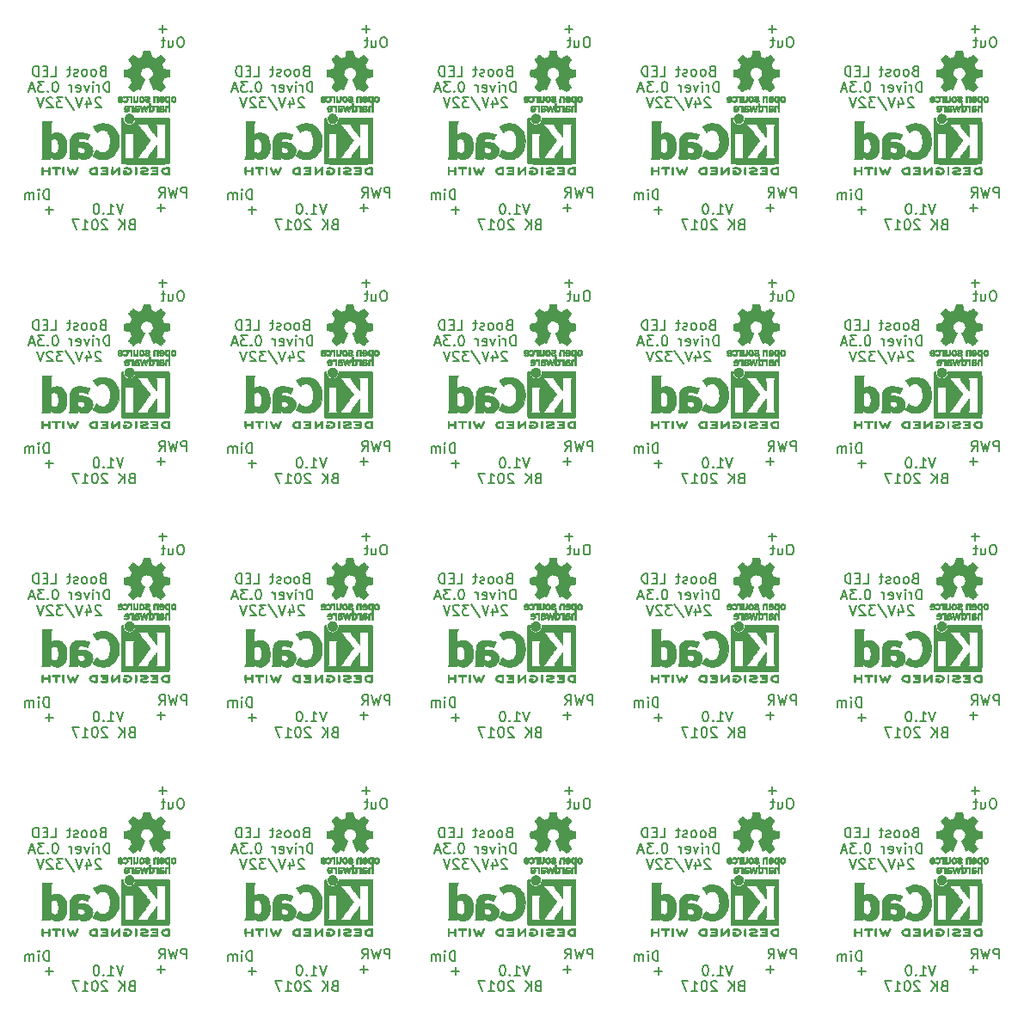
<source format=gbo>
G04 #@! TF.FileFunction,Legend,Bot*
%FSLAX46Y46*%
G04 Gerber Fmt 4.6, Leading zero omitted, Abs format (unit mm)*
G04 Created by KiCad (PCBNEW 4.0.2-stable) date 12/4/2017 4:33:50 PM*
%MOMM*%
G01*
G04 APERTURE LIST*
%ADD10C,0.100000*%
%ADD11C,0.150000*%
%ADD12C,0.010000*%
G04 APERTURE END LIST*
D10*
D11*
X154780952Y-136471429D02*
X154019047Y-136471429D01*
X154399999Y-136852381D02*
X154399999Y-136090476D01*
X154366666Y-135452381D02*
X154366666Y-134452381D01*
X154128571Y-134452381D01*
X153985713Y-134500000D01*
X153890475Y-134595238D01*
X153842856Y-134690476D01*
X153795237Y-134880952D01*
X153795237Y-135023810D01*
X153842856Y-135214286D01*
X153890475Y-135309524D01*
X153985713Y-135404762D01*
X154128571Y-135452381D01*
X154366666Y-135452381D01*
X153366666Y-135452381D02*
X153366666Y-134785714D01*
X153366666Y-134452381D02*
X153414285Y-134500000D01*
X153366666Y-134547619D01*
X153319047Y-134500000D01*
X153366666Y-134452381D01*
X153366666Y-134547619D01*
X152890476Y-135452381D02*
X152890476Y-134785714D01*
X152890476Y-134880952D02*
X152842857Y-134833333D01*
X152747619Y-134785714D01*
X152604761Y-134785714D01*
X152509523Y-134833333D01*
X152461904Y-134928571D01*
X152461904Y-135452381D01*
X152461904Y-134928571D02*
X152414285Y-134833333D01*
X152319047Y-134785714D01*
X152176190Y-134785714D01*
X152080952Y-134833333D01*
X152033333Y-134928571D01*
X152033333Y-135452381D01*
X161704762Y-135877381D02*
X161371429Y-136877381D01*
X161038095Y-135877381D01*
X160180952Y-136877381D02*
X160752381Y-136877381D01*
X160466667Y-136877381D02*
X160466667Y-135877381D01*
X160561905Y-136020238D01*
X160657143Y-136115476D01*
X160752381Y-136163095D01*
X159752381Y-136782143D02*
X159704762Y-136829762D01*
X159752381Y-136877381D01*
X159800000Y-136829762D01*
X159752381Y-136782143D01*
X159752381Y-136877381D01*
X159085715Y-135877381D02*
X158990476Y-135877381D01*
X158895238Y-135925000D01*
X158847619Y-135972619D01*
X158800000Y-136067857D01*
X158752381Y-136258333D01*
X158752381Y-136496429D01*
X158800000Y-136686905D01*
X158847619Y-136782143D01*
X158895238Y-136829762D01*
X158990476Y-136877381D01*
X159085715Y-136877381D01*
X159180953Y-136829762D01*
X159228572Y-136782143D01*
X159276191Y-136686905D01*
X159323810Y-136496429D01*
X159323810Y-136258333D01*
X159276191Y-136067857D01*
X159228572Y-135972619D01*
X159180953Y-135925000D01*
X159085715Y-135877381D01*
X162514285Y-137903571D02*
X162371428Y-137951190D01*
X162323809Y-137998810D01*
X162276190Y-138094048D01*
X162276190Y-138236905D01*
X162323809Y-138332143D01*
X162371428Y-138379762D01*
X162466666Y-138427381D01*
X162847619Y-138427381D01*
X162847619Y-137427381D01*
X162514285Y-137427381D01*
X162419047Y-137475000D01*
X162371428Y-137522619D01*
X162323809Y-137617857D01*
X162323809Y-137713095D01*
X162371428Y-137808333D01*
X162419047Y-137855952D01*
X162514285Y-137903571D01*
X162847619Y-137903571D01*
X161847619Y-138427381D02*
X161847619Y-137427381D01*
X161276190Y-138427381D02*
X161704762Y-137855952D01*
X161276190Y-137427381D02*
X161847619Y-137998810D01*
X160133333Y-137522619D02*
X160085714Y-137475000D01*
X159990476Y-137427381D01*
X159752380Y-137427381D01*
X159657142Y-137475000D01*
X159609523Y-137522619D01*
X159561904Y-137617857D01*
X159561904Y-137713095D01*
X159609523Y-137855952D01*
X160180952Y-138427381D01*
X159561904Y-138427381D01*
X158942857Y-137427381D02*
X158847618Y-137427381D01*
X158752380Y-137475000D01*
X158704761Y-137522619D01*
X158657142Y-137617857D01*
X158609523Y-137808333D01*
X158609523Y-138046429D01*
X158657142Y-138236905D01*
X158704761Y-138332143D01*
X158752380Y-138379762D01*
X158847618Y-138427381D01*
X158942857Y-138427381D01*
X159038095Y-138379762D01*
X159085714Y-138332143D01*
X159133333Y-138236905D01*
X159180952Y-138046429D01*
X159180952Y-137808333D01*
X159133333Y-137617857D01*
X159085714Y-137522619D01*
X159038095Y-137475000D01*
X158942857Y-137427381D01*
X157657142Y-138427381D02*
X158228571Y-138427381D01*
X157942857Y-138427381D02*
X157942857Y-137427381D01*
X158038095Y-137570238D01*
X158133333Y-137665476D01*
X158228571Y-137713095D01*
X157323809Y-137427381D02*
X156657142Y-137427381D01*
X157085714Y-138427381D01*
X167933333Y-135252381D02*
X167933333Y-134252381D01*
X167552380Y-134252381D01*
X167457142Y-134300000D01*
X167409523Y-134347619D01*
X167361904Y-134442857D01*
X167361904Y-134585714D01*
X167409523Y-134680952D01*
X167457142Y-134728571D01*
X167552380Y-134776190D01*
X167933333Y-134776190D01*
X167028571Y-134252381D02*
X166790476Y-135252381D01*
X166599999Y-134538095D01*
X166409523Y-135252381D01*
X166171428Y-134252381D01*
X165219047Y-135252381D02*
X165552381Y-134776190D01*
X165790476Y-135252381D02*
X165790476Y-134252381D01*
X165409523Y-134252381D01*
X165314285Y-134300000D01*
X165266666Y-134347619D01*
X165219047Y-134442857D01*
X165219047Y-134585714D01*
X165266666Y-134680952D01*
X165314285Y-134728571D01*
X165409523Y-134776190D01*
X165790476Y-134776190D01*
X165780952Y-136271429D02*
X165019047Y-136271429D01*
X165399999Y-136652381D02*
X165399999Y-135890476D01*
X165980952Y-118671429D02*
X165219047Y-118671429D01*
X165599999Y-119052381D02*
X165599999Y-118290476D01*
X167433334Y-119452381D02*
X167242857Y-119452381D01*
X167147619Y-119500000D01*
X167052381Y-119595238D01*
X167004762Y-119785714D01*
X167004762Y-120119048D01*
X167052381Y-120309524D01*
X167147619Y-120404762D01*
X167242857Y-120452381D01*
X167433334Y-120452381D01*
X167528572Y-120404762D01*
X167623810Y-120309524D01*
X167671429Y-120119048D01*
X167671429Y-119785714D01*
X167623810Y-119595238D01*
X167528572Y-119500000D01*
X167433334Y-119452381D01*
X166147619Y-119785714D02*
X166147619Y-120452381D01*
X166576191Y-119785714D02*
X166576191Y-120309524D01*
X166528572Y-120404762D01*
X166433334Y-120452381D01*
X166290476Y-120452381D01*
X166195238Y-120404762D01*
X166147619Y-120357143D01*
X165814286Y-119785714D02*
X165433334Y-119785714D01*
X165671429Y-119452381D02*
X165671429Y-120309524D01*
X165623810Y-120404762D01*
X165528572Y-120452381D01*
X165433334Y-120452381D01*
X159661905Y-122778571D02*
X159519048Y-122826190D01*
X159471429Y-122873810D01*
X159423810Y-122969048D01*
X159423810Y-123111905D01*
X159471429Y-123207143D01*
X159519048Y-123254762D01*
X159614286Y-123302381D01*
X159995239Y-123302381D01*
X159995239Y-122302381D01*
X159661905Y-122302381D01*
X159566667Y-122350000D01*
X159519048Y-122397619D01*
X159471429Y-122492857D01*
X159471429Y-122588095D01*
X159519048Y-122683333D01*
X159566667Y-122730952D01*
X159661905Y-122778571D01*
X159995239Y-122778571D01*
X158852382Y-123302381D02*
X158947620Y-123254762D01*
X158995239Y-123207143D01*
X159042858Y-123111905D01*
X159042858Y-122826190D01*
X158995239Y-122730952D01*
X158947620Y-122683333D01*
X158852382Y-122635714D01*
X158709524Y-122635714D01*
X158614286Y-122683333D01*
X158566667Y-122730952D01*
X158519048Y-122826190D01*
X158519048Y-123111905D01*
X158566667Y-123207143D01*
X158614286Y-123254762D01*
X158709524Y-123302381D01*
X158852382Y-123302381D01*
X157947620Y-123302381D02*
X158042858Y-123254762D01*
X158090477Y-123207143D01*
X158138096Y-123111905D01*
X158138096Y-122826190D01*
X158090477Y-122730952D01*
X158042858Y-122683333D01*
X157947620Y-122635714D01*
X157804762Y-122635714D01*
X157709524Y-122683333D01*
X157661905Y-122730952D01*
X157614286Y-122826190D01*
X157614286Y-123111905D01*
X157661905Y-123207143D01*
X157709524Y-123254762D01*
X157804762Y-123302381D01*
X157947620Y-123302381D01*
X157233334Y-123254762D02*
X157138096Y-123302381D01*
X156947620Y-123302381D01*
X156852381Y-123254762D01*
X156804762Y-123159524D01*
X156804762Y-123111905D01*
X156852381Y-123016667D01*
X156947620Y-122969048D01*
X157090477Y-122969048D01*
X157185715Y-122921429D01*
X157233334Y-122826190D01*
X157233334Y-122778571D01*
X157185715Y-122683333D01*
X157090477Y-122635714D01*
X156947620Y-122635714D01*
X156852381Y-122683333D01*
X156519048Y-122635714D02*
X156138096Y-122635714D01*
X156376191Y-122302381D02*
X156376191Y-123159524D01*
X156328572Y-123254762D01*
X156233334Y-123302381D01*
X156138096Y-123302381D01*
X154566666Y-123302381D02*
X155042857Y-123302381D01*
X155042857Y-122302381D01*
X154233333Y-122778571D02*
X153899999Y-122778571D01*
X153757142Y-123302381D02*
X154233333Y-123302381D01*
X154233333Y-122302381D01*
X153757142Y-122302381D01*
X153328571Y-123302381D02*
X153328571Y-122302381D01*
X153090476Y-122302381D01*
X152947618Y-122350000D01*
X152852380Y-122445238D01*
X152804761Y-122540476D01*
X152757142Y-122730952D01*
X152757142Y-122873810D01*
X152804761Y-123064286D01*
X152852380Y-123159524D01*
X152947618Y-123254762D01*
X153090476Y-123302381D01*
X153328571Y-123302381D01*
X160328572Y-124852381D02*
X160328572Y-123852381D01*
X160090477Y-123852381D01*
X159947619Y-123900000D01*
X159852381Y-123995238D01*
X159804762Y-124090476D01*
X159757143Y-124280952D01*
X159757143Y-124423810D01*
X159804762Y-124614286D01*
X159852381Y-124709524D01*
X159947619Y-124804762D01*
X160090477Y-124852381D01*
X160328572Y-124852381D01*
X159328572Y-124852381D02*
X159328572Y-124185714D01*
X159328572Y-124376190D02*
X159280953Y-124280952D01*
X159233334Y-124233333D01*
X159138096Y-124185714D01*
X159042857Y-124185714D01*
X158709524Y-124852381D02*
X158709524Y-124185714D01*
X158709524Y-123852381D02*
X158757143Y-123900000D01*
X158709524Y-123947619D01*
X158661905Y-123900000D01*
X158709524Y-123852381D01*
X158709524Y-123947619D01*
X158328572Y-124185714D02*
X158090477Y-124852381D01*
X157852381Y-124185714D01*
X157090476Y-124804762D02*
X157185714Y-124852381D01*
X157376191Y-124852381D01*
X157471429Y-124804762D01*
X157519048Y-124709524D01*
X157519048Y-124328571D01*
X157471429Y-124233333D01*
X157376191Y-124185714D01*
X157185714Y-124185714D01*
X157090476Y-124233333D01*
X157042857Y-124328571D01*
X157042857Y-124423810D01*
X157519048Y-124519048D01*
X156614286Y-124852381D02*
X156614286Y-124185714D01*
X156614286Y-124376190D02*
X156566667Y-124280952D01*
X156519048Y-124233333D01*
X156423810Y-124185714D01*
X156328571Y-124185714D01*
X155042857Y-123852381D02*
X154947618Y-123852381D01*
X154852380Y-123900000D01*
X154804761Y-123947619D01*
X154757142Y-124042857D01*
X154709523Y-124233333D01*
X154709523Y-124471429D01*
X154757142Y-124661905D01*
X154804761Y-124757143D01*
X154852380Y-124804762D01*
X154947618Y-124852381D01*
X155042857Y-124852381D01*
X155138095Y-124804762D01*
X155185714Y-124757143D01*
X155233333Y-124661905D01*
X155280952Y-124471429D01*
X155280952Y-124233333D01*
X155233333Y-124042857D01*
X155185714Y-123947619D01*
X155138095Y-123900000D01*
X155042857Y-123852381D01*
X154280952Y-124757143D02*
X154233333Y-124804762D01*
X154280952Y-124852381D01*
X154328571Y-124804762D01*
X154280952Y-124757143D01*
X154280952Y-124852381D01*
X153900000Y-123852381D02*
X153280952Y-123852381D01*
X153614286Y-124233333D01*
X153471428Y-124233333D01*
X153376190Y-124280952D01*
X153328571Y-124328571D01*
X153280952Y-124423810D01*
X153280952Y-124661905D01*
X153328571Y-124757143D01*
X153376190Y-124804762D01*
X153471428Y-124852381D01*
X153757143Y-124852381D01*
X153852381Y-124804762D01*
X153900000Y-124757143D01*
X152900000Y-124566667D02*
X152423809Y-124566667D01*
X152995238Y-124852381D02*
X152661905Y-123852381D01*
X152328571Y-124852381D01*
X159495238Y-125497619D02*
X159447619Y-125450000D01*
X159352381Y-125402381D01*
X159114285Y-125402381D01*
X159019047Y-125450000D01*
X158971428Y-125497619D01*
X158923809Y-125592857D01*
X158923809Y-125688095D01*
X158971428Y-125830952D01*
X159542857Y-126402381D01*
X158923809Y-126402381D01*
X158066666Y-125735714D02*
X158066666Y-126402381D01*
X158304762Y-125354762D02*
X158542857Y-126069048D01*
X157923809Y-126069048D01*
X157685714Y-125402381D02*
X157352381Y-126402381D01*
X157019047Y-125402381D01*
X155971428Y-125354762D02*
X156828571Y-126640476D01*
X155733333Y-125402381D02*
X155114285Y-125402381D01*
X155447619Y-125783333D01*
X155304761Y-125783333D01*
X155209523Y-125830952D01*
X155161904Y-125878571D01*
X155114285Y-125973810D01*
X155114285Y-126211905D01*
X155161904Y-126307143D01*
X155209523Y-126354762D01*
X155304761Y-126402381D01*
X155590476Y-126402381D01*
X155685714Y-126354762D01*
X155733333Y-126307143D01*
X154733333Y-125497619D02*
X154685714Y-125450000D01*
X154590476Y-125402381D01*
X154352380Y-125402381D01*
X154257142Y-125450000D01*
X154209523Y-125497619D01*
X154161904Y-125592857D01*
X154161904Y-125688095D01*
X154209523Y-125830952D01*
X154780952Y-126402381D01*
X154161904Y-126402381D01*
X153876190Y-125402381D02*
X153542857Y-126402381D01*
X153209523Y-125402381D01*
X147433334Y-119452381D02*
X147242857Y-119452381D01*
X147147619Y-119500000D01*
X147052381Y-119595238D01*
X147004762Y-119785714D01*
X147004762Y-120119048D01*
X147052381Y-120309524D01*
X147147619Y-120404762D01*
X147242857Y-120452381D01*
X147433334Y-120452381D01*
X147528572Y-120404762D01*
X147623810Y-120309524D01*
X147671429Y-120119048D01*
X147671429Y-119785714D01*
X147623810Y-119595238D01*
X147528572Y-119500000D01*
X147433334Y-119452381D01*
X146147619Y-119785714D02*
X146147619Y-120452381D01*
X146576191Y-119785714D02*
X146576191Y-120309524D01*
X146528572Y-120404762D01*
X146433334Y-120452381D01*
X146290476Y-120452381D01*
X146195238Y-120404762D01*
X146147619Y-120357143D01*
X145814286Y-119785714D02*
X145433334Y-119785714D01*
X145671429Y-119452381D02*
X145671429Y-120309524D01*
X145623810Y-120404762D01*
X145528572Y-120452381D01*
X145433334Y-120452381D01*
X145980952Y-118671429D02*
X145219047Y-118671429D01*
X145599999Y-119052381D02*
X145599999Y-118290476D01*
X134366666Y-135452381D02*
X134366666Y-134452381D01*
X134128571Y-134452381D01*
X133985713Y-134500000D01*
X133890475Y-134595238D01*
X133842856Y-134690476D01*
X133795237Y-134880952D01*
X133795237Y-135023810D01*
X133842856Y-135214286D01*
X133890475Y-135309524D01*
X133985713Y-135404762D01*
X134128571Y-135452381D01*
X134366666Y-135452381D01*
X133366666Y-135452381D02*
X133366666Y-134785714D01*
X133366666Y-134452381D02*
X133414285Y-134500000D01*
X133366666Y-134547619D01*
X133319047Y-134500000D01*
X133366666Y-134452381D01*
X133366666Y-134547619D01*
X132890476Y-135452381D02*
X132890476Y-134785714D01*
X132890476Y-134880952D02*
X132842857Y-134833333D01*
X132747619Y-134785714D01*
X132604761Y-134785714D01*
X132509523Y-134833333D01*
X132461904Y-134928571D01*
X132461904Y-135452381D01*
X132461904Y-134928571D02*
X132414285Y-134833333D01*
X132319047Y-134785714D01*
X132176190Y-134785714D01*
X132080952Y-134833333D01*
X132033333Y-134928571D01*
X132033333Y-135452381D01*
X145780952Y-136271429D02*
X145019047Y-136271429D01*
X145399999Y-136652381D02*
X145399999Y-135890476D01*
X147933333Y-135252381D02*
X147933333Y-134252381D01*
X147552380Y-134252381D01*
X147457142Y-134300000D01*
X147409523Y-134347619D01*
X147361904Y-134442857D01*
X147361904Y-134585714D01*
X147409523Y-134680952D01*
X147457142Y-134728571D01*
X147552380Y-134776190D01*
X147933333Y-134776190D01*
X147028571Y-134252381D02*
X146790476Y-135252381D01*
X146599999Y-134538095D01*
X146409523Y-135252381D01*
X146171428Y-134252381D01*
X145219047Y-135252381D02*
X145552381Y-134776190D01*
X145790476Y-135252381D02*
X145790476Y-134252381D01*
X145409523Y-134252381D01*
X145314285Y-134300000D01*
X145266666Y-134347619D01*
X145219047Y-134442857D01*
X145219047Y-134585714D01*
X145266666Y-134680952D01*
X145314285Y-134728571D01*
X145409523Y-134776190D01*
X145790476Y-134776190D01*
X141704762Y-135877381D02*
X141371429Y-136877381D01*
X141038095Y-135877381D01*
X140180952Y-136877381D02*
X140752381Y-136877381D01*
X140466667Y-136877381D02*
X140466667Y-135877381D01*
X140561905Y-136020238D01*
X140657143Y-136115476D01*
X140752381Y-136163095D01*
X139752381Y-136782143D02*
X139704762Y-136829762D01*
X139752381Y-136877381D01*
X139800000Y-136829762D01*
X139752381Y-136782143D01*
X139752381Y-136877381D01*
X139085715Y-135877381D02*
X138990476Y-135877381D01*
X138895238Y-135925000D01*
X138847619Y-135972619D01*
X138800000Y-136067857D01*
X138752381Y-136258333D01*
X138752381Y-136496429D01*
X138800000Y-136686905D01*
X138847619Y-136782143D01*
X138895238Y-136829762D01*
X138990476Y-136877381D01*
X139085715Y-136877381D01*
X139180953Y-136829762D01*
X139228572Y-136782143D01*
X139276191Y-136686905D01*
X139323810Y-136496429D01*
X139323810Y-136258333D01*
X139276191Y-136067857D01*
X139228572Y-135972619D01*
X139180953Y-135925000D01*
X139085715Y-135877381D01*
X142514285Y-137903571D02*
X142371428Y-137951190D01*
X142323809Y-137998810D01*
X142276190Y-138094048D01*
X142276190Y-138236905D01*
X142323809Y-138332143D01*
X142371428Y-138379762D01*
X142466666Y-138427381D01*
X142847619Y-138427381D01*
X142847619Y-137427381D01*
X142514285Y-137427381D01*
X142419047Y-137475000D01*
X142371428Y-137522619D01*
X142323809Y-137617857D01*
X142323809Y-137713095D01*
X142371428Y-137808333D01*
X142419047Y-137855952D01*
X142514285Y-137903571D01*
X142847619Y-137903571D01*
X141847619Y-138427381D02*
X141847619Y-137427381D01*
X141276190Y-138427381D02*
X141704762Y-137855952D01*
X141276190Y-137427381D02*
X141847619Y-137998810D01*
X140133333Y-137522619D02*
X140085714Y-137475000D01*
X139990476Y-137427381D01*
X139752380Y-137427381D01*
X139657142Y-137475000D01*
X139609523Y-137522619D01*
X139561904Y-137617857D01*
X139561904Y-137713095D01*
X139609523Y-137855952D01*
X140180952Y-138427381D01*
X139561904Y-138427381D01*
X138942857Y-137427381D02*
X138847618Y-137427381D01*
X138752380Y-137475000D01*
X138704761Y-137522619D01*
X138657142Y-137617857D01*
X138609523Y-137808333D01*
X138609523Y-138046429D01*
X138657142Y-138236905D01*
X138704761Y-138332143D01*
X138752380Y-138379762D01*
X138847618Y-138427381D01*
X138942857Y-138427381D01*
X139038095Y-138379762D01*
X139085714Y-138332143D01*
X139133333Y-138236905D01*
X139180952Y-138046429D01*
X139180952Y-137808333D01*
X139133333Y-137617857D01*
X139085714Y-137522619D01*
X139038095Y-137475000D01*
X138942857Y-137427381D01*
X137657142Y-138427381D02*
X138228571Y-138427381D01*
X137942857Y-138427381D02*
X137942857Y-137427381D01*
X138038095Y-137570238D01*
X138133333Y-137665476D01*
X138228571Y-137713095D01*
X137323809Y-137427381D02*
X136657142Y-137427381D01*
X137085714Y-138427381D01*
X134780952Y-136471429D02*
X134019047Y-136471429D01*
X134399999Y-136852381D02*
X134399999Y-136090476D01*
X127433334Y-119452381D02*
X127242857Y-119452381D01*
X127147619Y-119500000D01*
X127052381Y-119595238D01*
X127004762Y-119785714D01*
X127004762Y-120119048D01*
X127052381Y-120309524D01*
X127147619Y-120404762D01*
X127242857Y-120452381D01*
X127433334Y-120452381D01*
X127528572Y-120404762D01*
X127623810Y-120309524D01*
X127671429Y-120119048D01*
X127671429Y-119785714D01*
X127623810Y-119595238D01*
X127528572Y-119500000D01*
X127433334Y-119452381D01*
X126147619Y-119785714D02*
X126147619Y-120452381D01*
X126576191Y-119785714D02*
X126576191Y-120309524D01*
X126528572Y-120404762D01*
X126433334Y-120452381D01*
X126290476Y-120452381D01*
X126195238Y-120404762D01*
X126147619Y-120357143D01*
X125814286Y-119785714D02*
X125433334Y-119785714D01*
X125671429Y-119452381D02*
X125671429Y-120309524D01*
X125623810Y-120404762D01*
X125528572Y-120452381D01*
X125433334Y-120452381D01*
X125980952Y-118671429D02*
X125219047Y-118671429D01*
X125599999Y-119052381D02*
X125599999Y-118290476D01*
X127933333Y-135252381D02*
X127933333Y-134252381D01*
X127552380Y-134252381D01*
X127457142Y-134300000D01*
X127409523Y-134347619D01*
X127361904Y-134442857D01*
X127361904Y-134585714D01*
X127409523Y-134680952D01*
X127457142Y-134728571D01*
X127552380Y-134776190D01*
X127933333Y-134776190D01*
X127028571Y-134252381D02*
X126790476Y-135252381D01*
X126599999Y-134538095D01*
X126409523Y-135252381D01*
X126171428Y-134252381D01*
X125219047Y-135252381D02*
X125552381Y-134776190D01*
X125790476Y-135252381D02*
X125790476Y-134252381D01*
X125409523Y-134252381D01*
X125314285Y-134300000D01*
X125266666Y-134347619D01*
X125219047Y-134442857D01*
X125219047Y-134585714D01*
X125266666Y-134680952D01*
X125314285Y-134728571D01*
X125409523Y-134776190D01*
X125790476Y-134776190D01*
X139661905Y-122778571D02*
X139519048Y-122826190D01*
X139471429Y-122873810D01*
X139423810Y-122969048D01*
X139423810Y-123111905D01*
X139471429Y-123207143D01*
X139519048Y-123254762D01*
X139614286Y-123302381D01*
X139995239Y-123302381D01*
X139995239Y-122302381D01*
X139661905Y-122302381D01*
X139566667Y-122350000D01*
X139519048Y-122397619D01*
X139471429Y-122492857D01*
X139471429Y-122588095D01*
X139519048Y-122683333D01*
X139566667Y-122730952D01*
X139661905Y-122778571D01*
X139995239Y-122778571D01*
X138852382Y-123302381D02*
X138947620Y-123254762D01*
X138995239Y-123207143D01*
X139042858Y-123111905D01*
X139042858Y-122826190D01*
X138995239Y-122730952D01*
X138947620Y-122683333D01*
X138852382Y-122635714D01*
X138709524Y-122635714D01*
X138614286Y-122683333D01*
X138566667Y-122730952D01*
X138519048Y-122826190D01*
X138519048Y-123111905D01*
X138566667Y-123207143D01*
X138614286Y-123254762D01*
X138709524Y-123302381D01*
X138852382Y-123302381D01*
X137947620Y-123302381D02*
X138042858Y-123254762D01*
X138090477Y-123207143D01*
X138138096Y-123111905D01*
X138138096Y-122826190D01*
X138090477Y-122730952D01*
X138042858Y-122683333D01*
X137947620Y-122635714D01*
X137804762Y-122635714D01*
X137709524Y-122683333D01*
X137661905Y-122730952D01*
X137614286Y-122826190D01*
X137614286Y-123111905D01*
X137661905Y-123207143D01*
X137709524Y-123254762D01*
X137804762Y-123302381D01*
X137947620Y-123302381D01*
X137233334Y-123254762D02*
X137138096Y-123302381D01*
X136947620Y-123302381D01*
X136852381Y-123254762D01*
X136804762Y-123159524D01*
X136804762Y-123111905D01*
X136852381Y-123016667D01*
X136947620Y-122969048D01*
X137090477Y-122969048D01*
X137185715Y-122921429D01*
X137233334Y-122826190D01*
X137233334Y-122778571D01*
X137185715Y-122683333D01*
X137090477Y-122635714D01*
X136947620Y-122635714D01*
X136852381Y-122683333D01*
X136519048Y-122635714D02*
X136138096Y-122635714D01*
X136376191Y-122302381D02*
X136376191Y-123159524D01*
X136328572Y-123254762D01*
X136233334Y-123302381D01*
X136138096Y-123302381D01*
X134566666Y-123302381D02*
X135042857Y-123302381D01*
X135042857Y-122302381D01*
X134233333Y-122778571D02*
X133899999Y-122778571D01*
X133757142Y-123302381D02*
X134233333Y-123302381D01*
X134233333Y-122302381D01*
X133757142Y-122302381D01*
X133328571Y-123302381D02*
X133328571Y-122302381D01*
X133090476Y-122302381D01*
X132947618Y-122350000D01*
X132852380Y-122445238D01*
X132804761Y-122540476D01*
X132757142Y-122730952D01*
X132757142Y-122873810D01*
X132804761Y-123064286D01*
X132852380Y-123159524D01*
X132947618Y-123254762D01*
X133090476Y-123302381D01*
X133328571Y-123302381D01*
X140328572Y-124852381D02*
X140328572Y-123852381D01*
X140090477Y-123852381D01*
X139947619Y-123900000D01*
X139852381Y-123995238D01*
X139804762Y-124090476D01*
X139757143Y-124280952D01*
X139757143Y-124423810D01*
X139804762Y-124614286D01*
X139852381Y-124709524D01*
X139947619Y-124804762D01*
X140090477Y-124852381D01*
X140328572Y-124852381D01*
X139328572Y-124852381D02*
X139328572Y-124185714D01*
X139328572Y-124376190D02*
X139280953Y-124280952D01*
X139233334Y-124233333D01*
X139138096Y-124185714D01*
X139042857Y-124185714D01*
X138709524Y-124852381D02*
X138709524Y-124185714D01*
X138709524Y-123852381D02*
X138757143Y-123900000D01*
X138709524Y-123947619D01*
X138661905Y-123900000D01*
X138709524Y-123852381D01*
X138709524Y-123947619D01*
X138328572Y-124185714D02*
X138090477Y-124852381D01*
X137852381Y-124185714D01*
X137090476Y-124804762D02*
X137185714Y-124852381D01*
X137376191Y-124852381D01*
X137471429Y-124804762D01*
X137519048Y-124709524D01*
X137519048Y-124328571D01*
X137471429Y-124233333D01*
X137376191Y-124185714D01*
X137185714Y-124185714D01*
X137090476Y-124233333D01*
X137042857Y-124328571D01*
X137042857Y-124423810D01*
X137519048Y-124519048D01*
X136614286Y-124852381D02*
X136614286Y-124185714D01*
X136614286Y-124376190D02*
X136566667Y-124280952D01*
X136519048Y-124233333D01*
X136423810Y-124185714D01*
X136328571Y-124185714D01*
X135042857Y-123852381D02*
X134947618Y-123852381D01*
X134852380Y-123900000D01*
X134804761Y-123947619D01*
X134757142Y-124042857D01*
X134709523Y-124233333D01*
X134709523Y-124471429D01*
X134757142Y-124661905D01*
X134804761Y-124757143D01*
X134852380Y-124804762D01*
X134947618Y-124852381D01*
X135042857Y-124852381D01*
X135138095Y-124804762D01*
X135185714Y-124757143D01*
X135233333Y-124661905D01*
X135280952Y-124471429D01*
X135280952Y-124233333D01*
X135233333Y-124042857D01*
X135185714Y-123947619D01*
X135138095Y-123900000D01*
X135042857Y-123852381D01*
X134280952Y-124757143D02*
X134233333Y-124804762D01*
X134280952Y-124852381D01*
X134328571Y-124804762D01*
X134280952Y-124757143D01*
X134280952Y-124852381D01*
X133900000Y-123852381D02*
X133280952Y-123852381D01*
X133614286Y-124233333D01*
X133471428Y-124233333D01*
X133376190Y-124280952D01*
X133328571Y-124328571D01*
X133280952Y-124423810D01*
X133280952Y-124661905D01*
X133328571Y-124757143D01*
X133376190Y-124804762D01*
X133471428Y-124852381D01*
X133757143Y-124852381D01*
X133852381Y-124804762D01*
X133900000Y-124757143D01*
X132900000Y-124566667D02*
X132423809Y-124566667D01*
X132995238Y-124852381D02*
X132661905Y-123852381D01*
X132328571Y-124852381D01*
X139495238Y-125497619D02*
X139447619Y-125450000D01*
X139352381Y-125402381D01*
X139114285Y-125402381D01*
X139019047Y-125450000D01*
X138971428Y-125497619D01*
X138923809Y-125592857D01*
X138923809Y-125688095D01*
X138971428Y-125830952D01*
X139542857Y-126402381D01*
X138923809Y-126402381D01*
X138066666Y-125735714D02*
X138066666Y-126402381D01*
X138304762Y-125354762D02*
X138542857Y-126069048D01*
X137923809Y-126069048D01*
X137685714Y-125402381D02*
X137352381Y-126402381D01*
X137019047Y-125402381D01*
X135971428Y-125354762D02*
X136828571Y-126640476D01*
X135733333Y-125402381D02*
X135114285Y-125402381D01*
X135447619Y-125783333D01*
X135304761Y-125783333D01*
X135209523Y-125830952D01*
X135161904Y-125878571D01*
X135114285Y-125973810D01*
X135114285Y-126211905D01*
X135161904Y-126307143D01*
X135209523Y-126354762D01*
X135304761Y-126402381D01*
X135590476Y-126402381D01*
X135685714Y-126354762D01*
X135733333Y-126307143D01*
X134733333Y-125497619D02*
X134685714Y-125450000D01*
X134590476Y-125402381D01*
X134352380Y-125402381D01*
X134257142Y-125450000D01*
X134209523Y-125497619D01*
X134161904Y-125592857D01*
X134161904Y-125688095D01*
X134209523Y-125830952D01*
X134780952Y-126402381D01*
X134161904Y-126402381D01*
X133876190Y-125402381D02*
X133542857Y-126402381D01*
X133209523Y-125402381D01*
X94366666Y-135452381D02*
X94366666Y-134452381D01*
X94128571Y-134452381D01*
X93985713Y-134500000D01*
X93890475Y-134595238D01*
X93842856Y-134690476D01*
X93795237Y-134880952D01*
X93795237Y-135023810D01*
X93842856Y-135214286D01*
X93890475Y-135309524D01*
X93985713Y-135404762D01*
X94128571Y-135452381D01*
X94366666Y-135452381D01*
X93366666Y-135452381D02*
X93366666Y-134785714D01*
X93366666Y-134452381D02*
X93414285Y-134500000D01*
X93366666Y-134547619D01*
X93319047Y-134500000D01*
X93366666Y-134452381D01*
X93366666Y-134547619D01*
X92890476Y-135452381D02*
X92890476Y-134785714D01*
X92890476Y-134880952D02*
X92842857Y-134833333D01*
X92747619Y-134785714D01*
X92604761Y-134785714D01*
X92509523Y-134833333D01*
X92461904Y-134928571D01*
X92461904Y-135452381D01*
X92461904Y-134928571D02*
X92414285Y-134833333D01*
X92319047Y-134785714D01*
X92176190Y-134785714D01*
X92080952Y-134833333D01*
X92033333Y-134928571D01*
X92033333Y-135452381D01*
X101704762Y-135877381D02*
X101371429Y-136877381D01*
X101038095Y-135877381D01*
X100180952Y-136877381D02*
X100752381Y-136877381D01*
X100466667Y-136877381D02*
X100466667Y-135877381D01*
X100561905Y-136020238D01*
X100657143Y-136115476D01*
X100752381Y-136163095D01*
X99752381Y-136782143D02*
X99704762Y-136829762D01*
X99752381Y-136877381D01*
X99800000Y-136829762D01*
X99752381Y-136782143D01*
X99752381Y-136877381D01*
X99085715Y-135877381D02*
X98990476Y-135877381D01*
X98895238Y-135925000D01*
X98847619Y-135972619D01*
X98800000Y-136067857D01*
X98752381Y-136258333D01*
X98752381Y-136496429D01*
X98800000Y-136686905D01*
X98847619Y-136782143D01*
X98895238Y-136829762D01*
X98990476Y-136877381D01*
X99085715Y-136877381D01*
X99180953Y-136829762D01*
X99228572Y-136782143D01*
X99276191Y-136686905D01*
X99323810Y-136496429D01*
X99323810Y-136258333D01*
X99276191Y-136067857D01*
X99228572Y-135972619D01*
X99180953Y-135925000D01*
X99085715Y-135877381D01*
X102514285Y-137903571D02*
X102371428Y-137951190D01*
X102323809Y-137998810D01*
X102276190Y-138094048D01*
X102276190Y-138236905D01*
X102323809Y-138332143D01*
X102371428Y-138379762D01*
X102466666Y-138427381D01*
X102847619Y-138427381D01*
X102847619Y-137427381D01*
X102514285Y-137427381D01*
X102419047Y-137475000D01*
X102371428Y-137522619D01*
X102323809Y-137617857D01*
X102323809Y-137713095D01*
X102371428Y-137808333D01*
X102419047Y-137855952D01*
X102514285Y-137903571D01*
X102847619Y-137903571D01*
X101847619Y-138427381D02*
X101847619Y-137427381D01*
X101276190Y-138427381D02*
X101704762Y-137855952D01*
X101276190Y-137427381D02*
X101847619Y-137998810D01*
X100133333Y-137522619D02*
X100085714Y-137475000D01*
X99990476Y-137427381D01*
X99752380Y-137427381D01*
X99657142Y-137475000D01*
X99609523Y-137522619D01*
X99561904Y-137617857D01*
X99561904Y-137713095D01*
X99609523Y-137855952D01*
X100180952Y-138427381D01*
X99561904Y-138427381D01*
X98942857Y-137427381D02*
X98847618Y-137427381D01*
X98752380Y-137475000D01*
X98704761Y-137522619D01*
X98657142Y-137617857D01*
X98609523Y-137808333D01*
X98609523Y-138046429D01*
X98657142Y-138236905D01*
X98704761Y-138332143D01*
X98752380Y-138379762D01*
X98847618Y-138427381D01*
X98942857Y-138427381D01*
X99038095Y-138379762D01*
X99085714Y-138332143D01*
X99133333Y-138236905D01*
X99180952Y-138046429D01*
X99180952Y-137808333D01*
X99133333Y-137617857D01*
X99085714Y-137522619D01*
X99038095Y-137475000D01*
X98942857Y-137427381D01*
X97657142Y-138427381D02*
X98228571Y-138427381D01*
X97942857Y-138427381D02*
X97942857Y-137427381D01*
X98038095Y-137570238D01*
X98133333Y-137665476D01*
X98228571Y-137713095D01*
X97323809Y-137427381D02*
X96657142Y-137427381D01*
X97085714Y-138427381D01*
X94780952Y-136471429D02*
X94019047Y-136471429D01*
X94399999Y-136852381D02*
X94399999Y-136090476D01*
X99661905Y-122778571D02*
X99519048Y-122826190D01*
X99471429Y-122873810D01*
X99423810Y-122969048D01*
X99423810Y-123111905D01*
X99471429Y-123207143D01*
X99519048Y-123254762D01*
X99614286Y-123302381D01*
X99995239Y-123302381D01*
X99995239Y-122302381D01*
X99661905Y-122302381D01*
X99566667Y-122350000D01*
X99519048Y-122397619D01*
X99471429Y-122492857D01*
X99471429Y-122588095D01*
X99519048Y-122683333D01*
X99566667Y-122730952D01*
X99661905Y-122778571D01*
X99995239Y-122778571D01*
X98852382Y-123302381D02*
X98947620Y-123254762D01*
X98995239Y-123207143D01*
X99042858Y-123111905D01*
X99042858Y-122826190D01*
X98995239Y-122730952D01*
X98947620Y-122683333D01*
X98852382Y-122635714D01*
X98709524Y-122635714D01*
X98614286Y-122683333D01*
X98566667Y-122730952D01*
X98519048Y-122826190D01*
X98519048Y-123111905D01*
X98566667Y-123207143D01*
X98614286Y-123254762D01*
X98709524Y-123302381D01*
X98852382Y-123302381D01*
X97947620Y-123302381D02*
X98042858Y-123254762D01*
X98090477Y-123207143D01*
X98138096Y-123111905D01*
X98138096Y-122826190D01*
X98090477Y-122730952D01*
X98042858Y-122683333D01*
X97947620Y-122635714D01*
X97804762Y-122635714D01*
X97709524Y-122683333D01*
X97661905Y-122730952D01*
X97614286Y-122826190D01*
X97614286Y-123111905D01*
X97661905Y-123207143D01*
X97709524Y-123254762D01*
X97804762Y-123302381D01*
X97947620Y-123302381D01*
X97233334Y-123254762D02*
X97138096Y-123302381D01*
X96947620Y-123302381D01*
X96852381Y-123254762D01*
X96804762Y-123159524D01*
X96804762Y-123111905D01*
X96852381Y-123016667D01*
X96947620Y-122969048D01*
X97090477Y-122969048D01*
X97185715Y-122921429D01*
X97233334Y-122826190D01*
X97233334Y-122778571D01*
X97185715Y-122683333D01*
X97090477Y-122635714D01*
X96947620Y-122635714D01*
X96852381Y-122683333D01*
X96519048Y-122635714D02*
X96138096Y-122635714D01*
X96376191Y-122302381D02*
X96376191Y-123159524D01*
X96328572Y-123254762D01*
X96233334Y-123302381D01*
X96138096Y-123302381D01*
X94566666Y-123302381D02*
X95042857Y-123302381D01*
X95042857Y-122302381D01*
X94233333Y-122778571D02*
X93899999Y-122778571D01*
X93757142Y-123302381D02*
X94233333Y-123302381D01*
X94233333Y-122302381D01*
X93757142Y-122302381D01*
X93328571Y-123302381D02*
X93328571Y-122302381D01*
X93090476Y-122302381D01*
X92947618Y-122350000D01*
X92852380Y-122445238D01*
X92804761Y-122540476D01*
X92757142Y-122730952D01*
X92757142Y-122873810D01*
X92804761Y-123064286D01*
X92852380Y-123159524D01*
X92947618Y-123254762D01*
X93090476Y-123302381D01*
X93328571Y-123302381D01*
X100328572Y-124852381D02*
X100328572Y-123852381D01*
X100090477Y-123852381D01*
X99947619Y-123900000D01*
X99852381Y-123995238D01*
X99804762Y-124090476D01*
X99757143Y-124280952D01*
X99757143Y-124423810D01*
X99804762Y-124614286D01*
X99852381Y-124709524D01*
X99947619Y-124804762D01*
X100090477Y-124852381D01*
X100328572Y-124852381D01*
X99328572Y-124852381D02*
X99328572Y-124185714D01*
X99328572Y-124376190D02*
X99280953Y-124280952D01*
X99233334Y-124233333D01*
X99138096Y-124185714D01*
X99042857Y-124185714D01*
X98709524Y-124852381D02*
X98709524Y-124185714D01*
X98709524Y-123852381D02*
X98757143Y-123900000D01*
X98709524Y-123947619D01*
X98661905Y-123900000D01*
X98709524Y-123852381D01*
X98709524Y-123947619D01*
X98328572Y-124185714D02*
X98090477Y-124852381D01*
X97852381Y-124185714D01*
X97090476Y-124804762D02*
X97185714Y-124852381D01*
X97376191Y-124852381D01*
X97471429Y-124804762D01*
X97519048Y-124709524D01*
X97519048Y-124328571D01*
X97471429Y-124233333D01*
X97376191Y-124185714D01*
X97185714Y-124185714D01*
X97090476Y-124233333D01*
X97042857Y-124328571D01*
X97042857Y-124423810D01*
X97519048Y-124519048D01*
X96614286Y-124852381D02*
X96614286Y-124185714D01*
X96614286Y-124376190D02*
X96566667Y-124280952D01*
X96519048Y-124233333D01*
X96423810Y-124185714D01*
X96328571Y-124185714D01*
X95042857Y-123852381D02*
X94947618Y-123852381D01*
X94852380Y-123900000D01*
X94804761Y-123947619D01*
X94757142Y-124042857D01*
X94709523Y-124233333D01*
X94709523Y-124471429D01*
X94757142Y-124661905D01*
X94804761Y-124757143D01*
X94852380Y-124804762D01*
X94947618Y-124852381D01*
X95042857Y-124852381D01*
X95138095Y-124804762D01*
X95185714Y-124757143D01*
X95233333Y-124661905D01*
X95280952Y-124471429D01*
X95280952Y-124233333D01*
X95233333Y-124042857D01*
X95185714Y-123947619D01*
X95138095Y-123900000D01*
X95042857Y-123852381D01*
X94280952Y-124757143D02*
X94233333Y-124804762D01*
X94280952Y-124852381D01*
X94328571Y-124804762D01*
X94280952Y-124757143D01*
X94280952Y-124852381D01*
X93900000Y-123852381D02*
X93280952Y-123852381D01*
X93614286Y-124233333D01*
X93471428Y-124233333D01*
X93376190Y-124280952D01*
X93328571Y-124328571D01*
X93280952Y-124423810D01*
X93280952Y-124661905D01*
X93328571Y-124757143D01*
X93376190Y-124804762D01*
X93471428Y-124852381D01*
X93757143Y-124852381D01*
X93852381Y-124804762D01*
X93900000Y-124757143D01*
X92900000Y-124566667D02*
X92423809Y-124566667D01*
X92995238Y-124852381D02*
X92661905Y-123852381D01*
X92328571Y-124852381D01*
X99495238Y-125497619D02*
X99447619Y-125450000D01*
X99352381Y-125402381D01*
X99114285Y-125402381D01*
X99019047Y-125450000D01*
X98971428Y-125497619D01*
X98923809Y-125592857D01*
X98923809Y-125688095D01*
X98971428Y-125830952D01*
X99542857Y-126402381D01*
X98923809Y-126402381D01*
X98066666Y-125735714D02*
X98066666Y-126402381D01*
X98304762Y-125354762D02*
X98542857Y-126069048D01*
X97923809Y-126069048D01*
X97685714Y-125402381D02*
X97352381Y-126402381D01*
X97019047Y-125402381D01*
X95971428Y-125354762D02*
X96828571Y-126640476D01*
X95733333Y-125402381D02*
X95114285Y-125402381D01*
X95447619Y-125783333D01*
X95304761Y-125783333D01*
X95209523Y-125830952D01*
X95161904Y-125878571D01*
X95114285Y-125973810D01*
X95114285Y-126211905D01*
X95161904Y-126307143D01*
X95209523Y-126354762D01*
X95304761Y-126402381D01*
X95590476Y-126402381D01*
X95685714Y-126354762D01*
X95733333Y-126307143D01*
X94733333Y-125497619D02*
X94685714Y-125450000D01*
X94590476Y-125402381D01*
X94352380Y-125402381D01*
X94257142Y-125450000D01*
X94209523Y-125497619D01*
X94161904Y-125592857D01*
X94161904Y-125688095D01*
X94209523Y-125830952D01*
X94780952Y-126402381D01*
X94161904Y-126402381D01*
X93876190Y-125402381D02*
X93542857Y-126402381D01*
X93209523Y-125402381D01*
X105980952Y-118671429D02*
X105219047Y-118671429D01*
X105599999Y-119052381D02*
X105599999Y-118290476D01*
X107433334Y-119452381D02*
X107242857Y-119452381D01*
X107147619Y-119500000D01*
X107052381Y-119595238D01*
X107004762Y-119785714D01*
X107004762Y-120119048D01*
X107052381Y-120309524D01*
X107147619Y-120404762D01*
X107242857Y-120452381D01*
X107433334Y-120452381D01*
X107528572Y-120404762D01*
X107623810Y-120309524D01*
X107671429Y-120119048D01*
X107671429Y-119785714D01*
X107623810Y-119595238D01*
X107528572Y-119500000D01*
X107433334Y-119452381D01*
X106147619Y-119785714D02*
X106147619Y-120452381D01*
X106576191Y-119785714D02*
X106576191Y-120309524D01*
X106528572Y-120404762D01*
X106433334Y-120452381D01*
X106290476Y-120452381D01*
X106195238Y-120404762D01*
X106147619Y-120357143D01*
X105814286Y-119785714D02*
X105433334Y-119785714D01*
X105671429Y-119452381D02*
X105671429Y-120309524D01*
X105623810Y-120404762D01*
X105528572Y-120452381D01*
X105433334Y-120452381D01*
X107933333Y-135252381D02*
X107933333Y-134252381D01*
X107552380Y-134252381D01*
X107457142Y-134300000D01*
X107409523Y-134347619D01*
X107361904Y-134442857D01*
X107361904Y-134585714D01*
X107409523Y-134680952D01*
X107457142Y-134728571D01*
X107552380Y-134776190D01*
X107933333Y-134776190D01*
X107028571Y-134252381D02*
X106790476Y-135252381D01*
X106599999Y-134538095D01*
X106409523Y-135252381D01*
X106171428Y-134252381D01*
X105219047Y-135252381D02*
X105552381Y-134776190D01*
X105790476Y-135252381D02*
X105790476Y-134252381D01*
X105409523Y-134252381D01*
X105314285Y-134300000D01*
X105266666Y-134347619D01*
X105219047Y-134442857D01*
X105219047Y-134585714D01*
X105266666Y-134680952D01*
X105314285Y-134728571D01*
X105409523Y-134776190D01*
X105790476Y-134776190D01*
X105780952Y-136271429D02*
X105019047Y-136271429D01*
X105399999Y-136652381D02*
X105399999Y-135890476D01*
X85980952Y-118671429D02*
X85219047Y-118671429D01*
X85599999Y-119052381D02*
X85599999Y-118290476D01*
X87433334Y-119452381D02*
X87242857Y-119452381D01*
X87147619Y-119500000D01*
X87052381Y-119595238D01*
X87004762Y-119785714D01*
X87004762Y-120119048D01*
X87052381Y-120309524D01*
X87147619Y-120404762D01*
X87242857Y-120452381D01*
X87433334Y-120452381D01*
X87528572Y-120404762D01*
X87623810Y-120309524D01*
X87671429Y-120119048D01*
X87671429Y-119785714D01*
X87623810Y-119595238D01*
X87528572Y-119500000D01*
X87433334Y-119452381D01*
X86147619Y-119785714D02*
X86147619Y-120452381D01*
X86576191Y-119785714D02*
X86576191Y-120309524D01*
X86528572Y-120404762D01*
X86433334Y-120452381D01*
X86290476Y-120452381D01*
X86195238Y-120404762D01*
X86147619Y-120357143D01*
X85814286Y-119785714D02*
X85433334Y-119785714D01*
X85671429Y-119452381D02*
X85671429Y-120309524D01*
X85623810Y-120404762D01*
X85528572Y-120452381D01*
X85433334Y-120452381D01*
X85780952Y-136271429D02*
X85019047Y-136271429D01*
X85399999Y-136652381D02*
X85399999Y-135890476D01*
X87933333Y-135252381D02*
X87933333Y-134252381D01*
X87552380Y-134252381D01*
X87457142Y-134300000D01*
X87409523Y-134347619D01*
X87361904Y-134442857D01*
X87361904Y-134585714D01*
X87409523Y-134680952D01*
X87457142Y-134728571D01*
X87552380Y-134776190D01*
X87933333Y-134776190D01*
X87028571Y-134252381D02*
X86790476Y-135252381D01*
X86599999Y-134538095D01*
X86409523Y-135252381D01*
X86171428Y-134252381D01*
X85219047Y-135252381D02*
X85552381Y-134776190D01*
X85790476Y-135252381D02*
X85790476Y-134252381D01*
X85409523Y-134252381D01*
X85314285Y-134300000D01*
X85266666Y-134347619D01*
X85219047Y-134442857D01*
X85219047Y-134585714D01*
X85266666Y-134680952D01*
X85314285Y-134728571D01*
X85409523Y-134776190D01*
X85790476Y-134776190D01*
X74366666Y-135452381D02*
X74366666Y-134452381D01*
X74128571Y-134452381D01*
X73985713Y-134500000D01*
X73890475Y-134595238D01*
X73842856Y-134690476D01*
X73795237Y-134880952D01*
X73795237Y-135023810D01*
X73842856Y-135214286D01*
X73890475Y-135309524D01*
X73985713Y-135404762D01*
X74128571Y-135452381D01*
X74366666Y-135452381D01*
X73366666Y-135452381D02*
X73366666Y-134785714D01*
X73366666Y-134452381D02*
X73414285Y-134500000D01*
X73366666Y-134547619D01*
X73319047Y-134500000D01*
X73366666Y-134452381D01*
X73366666Y-134547619D01*
X72890476Y-135452381D02*
X72890476Y-134785714D01*
X72890476Y-134880952D02*
X72842857Y-134833333D01*
X72747619Y-134785714D01*
X72604761Y-134785714D01*
X72509523Y-134833333D01*
X72461904Y-134928571D01*
X72461904Y-135452381D01*
X72461904Y-134928571D02*
X72414285Y-134833333D01*
X72319047Y-134785714D01*
X72176190Y-134785714D01*
X72080952Y-134833333D01*
X72033333Y-134928571D01*
X72033333Y-135452381D01*
X74780952Y-136471429D02*
X74019047Y-136471429D01*
X74399999Y-136852381D02*
X74399999Y-136090476D01*
X81704762Y-135877381D02*
X81371429Y-136877381D01*
X81038095Y-135877381D01*
X80180952Y-136877381D02*
X80752381Y-136877381D01*
X80466667Y-136877381D02*
X80466667Y-135877381D01*
X80561905Y-136020238D01*
X80657143Y-136115476D01*
X80752381Y-136163095D01*
X79752381Y-136782143D02*
X79704762Y-136829762D01*
X79752381Y-136877381D01*
X79800000Y-136829762D01*
X79752381Y-136782143D01*
X79752381Y-136877381D01*
X79085715Y-135877381D02*
X78990476Y-135877381D01*
X78895238Y-135925000D01*
X78847619Y-135972619D01*
X78800000Y-136067857D01*
X78752381Y-136258333D01*
X78752381Y-136496429D01*
X78800000Y-136686905D01*
X78847619Y-136782143D01*
X78895238Y-136829762D01*
X78990476Y-136877381D01*
X79085715Y-136877381D01*
X79180953Y-136829762D01*
X79228572Y-136782143D01*
X79276191Y-136686905D01*
X79323810Y-136496429D01*
X79323810Y-136258333D01*
X79276191Y-136067857D01*
X79228572Y-135972619D01*
X79180953Y-135925000D01*
X79085715Y-135877381D01*
X82514285Y-137903571D02*
X82371428Y-137951190D01*
X82323809Y-137998810D01*
X82276190Y-138094048D01*
X82276190Y-138236905D01*
X82323809Y-138332143D01*
X82371428Y-138379762D01*
X82466666Y-138427381D01*
X82847619Y-138427381D01*
X82847619Y-137427381D01*
X82514285Y-137427381D01*
X82419047Y-137475000D01*
X82371428Y-137522619D01*
X82323809Y-137617857D01*
X82323809Y-137713095D01*
X82371428Y-137808333D01*
X82419047Y-137855952D01*
X82514285Y-137903571D01*
X82847619Y-137903571D01*
X81847619Y-138427381D02*
X81847619Y-137427381D01*
X81276190Y-138427381D02*
X81704762Y-137855952D01*
X81276190Y-137427381D02*
X81847619Y-137998810D01*
X80133333Y-137522619D02*
X80085714Y-137475000D01*
X79990476Y-137427381D01*
X79752380Y-137427381D01*
X79657142Y-137475000D01*
X79609523Y-137522619D01*
X79561904Y-137617857D01*
X79561904Y-137713095D01*
X79609523Y-137855952D01*
X80180952Y-138427381D01*
X79561904Y-138427381D01*
X78942857Y-137427381D02*
X78847618Y-137427381D01*
X78752380Y-137475000D01*
X78704761Y-137522619D01*
X78657142Y-137617857D01*
X78609523Y-137808333D01*
X78609523Y-138046429D01*
X78657142Y-138236905D01*
X78704761Y-138332143D01*
X78752380Y-138379762D01*
X78847618Y-138427381D01*
X78942857Y-138427381D01*
X79038095Y-138379762D01*
X79085714Y-138332143D01*
X79133333Y-138236905D01*
X79180952Y-138046429D01*
X79180952Y-137808333D01*
X79133333Y-137617857D01*
X79085714Y-137522619D01*
X79038095Y-137475000D01*
X78942857Y-137427381D01*
X77657142Y-138427381D02*
X78228571Y-138427381D01*
X77942857Y-138427381D02*
X77942857Y-137427381D01*
X78038095Y-137570238D01*
X78133333Y-137665476D01*
X78228571Y-137713095D01*
X77323809Y-137427381D02*
X76657142Y-137427381D01*
X77085714Y-138427381D01*
X79661905Y-122778571D02*
X79519048Y-122826190D01*
X79471429Y-122873810D01*
X79423810Y-122969048D01*
X79423810Y-123111905D01*
X79471429Y-123207143D01*
X79519048Y-123254762D01*
X79614286Y-123302381D01*
X79995239Y-123302381D01*
X79995239Y-122302381D01*
X79661905Y-122302381D01*
X79566667Y-122350000D01*
X79519048Y-122397619D01*
X79471429Y-122492857D01*
X79471429Y-122588095D01*
X79519048Y-122683333D01*
X79566667Y-122730952D01*
X79661905Y-122778571D01*
X79995239Y-122778571D01*
X78852382Y-123302381D02*
X78947620Y-123254762D01*
X78995239Y-123207143D01*
X79042858Y-123111905D01*
X79042858Y-122826190D01*
X78995239Y-122730952D01*
X78947620Y-122683333D01*
X78852382Y-122635714D01*
X78709524Y-122635714D01*
X78614286Y-122683333D01*
X78566667Y-122730952D01*
X78519048Y-122826190D01*
X78519048Y-123111905D01*
X78566667Y-123207143D01*
X78614286Y-123254762D01*
X78709524Y-123302381D01*
X78852382Y-123302381D01*
X77947620Y-123302381D02*
X78042858Y-123254762D01*
X78090477Y-123207143D01*
X78138096Y-123111905D01*
X78138096Y-122826190D01*
X78090477Y-122730952D01*
X78042858Y-122683333D01*
X77947620Y-122635714D01*
X77804762Y-122635714D01*
X77709524Y-122683333D01*
X77661905Y-122730952D01*
X77614286Y-122826190D01*
X77614286Y-123111905D01*
X77661905Y-123207143D01*
X77709524Y-123254762D01*
X77804762Y-123302381D01*
X77947620Y-123302381D01*
X77233334Y-123254762D02*
X77138096Y-123302381D01*
X76947620Y-123302381D01*
X76852381Y-123254762D01*
X76804762Y-123159524D01*
X76804762Y-123111905D01*
X76852381Y-123016667D01*
X76947620Y-122969048D01*
X77090477Y-122969048D01*
X77185715Y-122921429D01*
X77233334Y-122826190D01*
X77233334Y-122778571D01*
X77185715Y-122683333D01*
X77090477Y-122635714D01*
X76947620Y-122635714D01*
X76852381Y-122683333D01*
X76519048Y-122635714D02*
X76138096Y-122635714D01*
X76376191Y-122302381D02*
X76376191Y-123159524D01*
X76328572Y-123254762D01*
X76233334Y-123302381D01*
X76138096Y-123302381D01*
X74566666Y-123302381D02*
X75042857Y-123302381D01*
X75042857Y-122302381D01*
X74233333Y-122778571D02*
X73899999Y-122778571D01*
X73757142Y-123302381D02*
X74233333Y-123302381D01*
X74233333Y-122302381D01*
X73757142Y-122302381D01*
X73328571Y-123302381D02*
X73328571Y-122302381D01*
X73090476Y-122302381D01*
X72947618Y-122350000D01*
X72852380Y-122445238D01*
X72804761Y-122540476D01*
X72757142Y-122730952D01*
X72757142Y-122873810D01*
X72804761Y-123064286D01*
X72852380Y-123159524D01*
X72947618Y-123254762D01*
X73090476Y-123302381D01*
X73328571Y-123302381D01*
X80328572Y-124852381D02*
X80328572Y-123852381D01*
X80090477Y-123852381D01*
X79947619Y-123900000D01*
X79852381Y-123995238D01*
X79804762Y-124090476D01*
X79757143Y-124280952D01*
X79757143Y-124423810D01*
X79804762Y-124614286D01*
X79852381Y-124709524D01*
X79947619Y-124804762D01*
X80090477Y-124852381D01*
X80328572Y-124852381D01*
X79328572Y-124852381D02*
X79328572Y-124185714D01*
X79328572Y-124376190D02*
X79280953Y-124280952D01*
X79233334Y-124233333D01*
X79138096Y-124185714D01*
X79042857Y-124185714D01*
X78709524Y-124852381D02*
X78709524Y-124185714D01*
X78709524Y-123852381D02*
X78757143Y-123900000D01*
X78709524Y-123947619D01*
X78661905Y-123900000D01*
X78709524Y-123852381D01*
X78709524Y-123947619D01*
X78328572Y-124185714D02*
X78090477Y-124852381D01*
X77852381Y-124185714D01*
X77090476Y-124804762D02*
X77185714Y-124852381D01*
X77376191Y-124852381D01*
X77471429Y-124804762D01*
X77519048Y-124709524D01*
X77519048Y-124328571D01*
X77471429Y-124233333D01*
X77376191Y-124185714D01*
X77185714Y-124185714D01*
X77090476Y-124233333D01*
X77042857Y-124328571D01*
X77042857Y-124423810D01*
X77519048Y-124519048D01*
X76614286Y-124852381D02*
X76614286Y-124185714D01*
X76614286Y-124376190D02*
X76566667Y-124280952D01*
X76519048Y-124233333D01*
X76423810Y-124185714D01*
X76328571Y-124185714D01*
X75042857Y-123852381D02*
X74947618Y-123852381D01*
X74852380Y-123900000D01*
X74804761Y-123947619D01*
X74757142Y-124042857D01*
X74709523Y-124233333D01*
X74709523Y-124471429D01*
X74757142Y-124661905D01*
X74804761Y-124757143D01*
X74852380Y-124804762D01*
X74947618Y-124852381D01*
X75042857Y-124852381D01*
X75138095Y-124804762D01*
X75185714Y-124757143D01*
X75233333Y-124661905D01*
X75280952Y-124471429D01*
X75280952Y-124233333D01*
X75233333Y-124042857D01*
X75185714Y-123947619D01*
X75138095Y-123900000D01*
X75042857Y-123852381D01*
X74280952Y-124757143D02*
X74233333Y-124804762D01*
X74280952Y-124852381D01*
X74328571Y-124804762D01*
X74280952Y-124757143D01*
X74280952Y-124852381D01*
X73900000Y-123852381D02*
X73280952Y-123852381D01*
X73614286Y-124233333D01*
X73471428Y-124233333D01*
X73376190Y-124280952D01*
X73328571Y-124328571D01*
X73280952Y-124423810D01*
X73280952Y-124661905D01*
X73328571Y-124757143D01*
X73376190Y-124804762D01*
X73471428Y-124852381D01*
X73757143Y-124852381D01*
X73852381Y-124804762D01*
X73900000Y-124757143D01*
X72900000Y-124566667D02*
X72423809Y-124566667D01*
X72995238Y-124852381D02*
X72661905Y-123852381D01*
X72328571Y-124852381D01*
X79495238Y-125497619D02*
X79447619Y-125450000D01*
X79352381Y-125402381D01*
X79114285Y-125402381D01*
X79019047Y-125450000D01*
X78971428Y-125497619D01*
X78923809Y-125592857D01*
X78923809Y-125688095D01*
X78971428Y-125830952D01*
X79542857Y-126402381D01*
X78923809Y-126402381D01*
X78066666Y-125735714D02*
X78066666Y-126402381D01*
X78304762Y-125354762D02*
X78542857Y-126069048D01*
X77923809Y-126069048D01*
X77685714Y-125402381D02*
X77352381Y-126402381D01*
X77019047Y-125402381D01*
X75971428Y-125354762D02*
X76828571Y-126640476D01*
X75733333Y-125402381D02*
X75114285Y-125402381D01*
X75447619Y-125783333D01*
X75304761Y-125783333D01*
X75209523Y-125830952D01*
X75161904Y-125878571D01*
X75114285Y-125973810D01*
X75114285Y-126211905D01*
X75161904Y-126307143D01*
X75209523Y-126354762D01*
X75304761Y-126402381D01*
X75590476Y-126402381D01*
X75685714Y-126354762D01*
X75733333Y-126307143D01*
X74733333Y-125497619D02*
X74685714Y-125450000D01*
X74590476Y-125402381D01*
X74352380Y-125402381D01*
X74257142Y-125450000D01*
X74209523Y-125497619D01*
X74161904Y-125592857D01*
X74161904Y-125688095D01*
X74209523Y-125830952D01*
X74780952Y-126402381D01*
X74161904Y-126402381D01*
X73876190Y-125402381D02*
X73542857Y-126402381D01*
X73209523Y-125402381D01*
X114780952Y-136471429D02*
X114019047Y-136471429D01*
X114399999Y-136852381D02*
X114399999Y-136090476D01*
X114366666Y-135452381D02*
X114366666Y-134452381D01*
X114128571Y-134452381D01*
X113985713Y-134500000D01*
X113890475Y-134595238D01*
X113842856Y-134690476D01*
X113795237Y-134880952D01*
X113795237Y-135023810D01*
X113842856Y-135214286D01*
X113890475Y-135309524D01*
X113985713Y-135404762D01*
X114128571Y-135452381D01*
X114366666Y-135452381D01*
X113366666Y-135452381D02*
X113366666Y-134785714D01*
X113366666Y-134452381D02*
X113414285Y-134500000D01*
X113366666Y-134547619D01*
X113319047Y-134500000D01*
X113366666Y-134452381D01*
X113366666Y-134547619D01*
X112890476Y-135452381D02*
X112890476Y-134785714D01*
X112890476Y-134880952D02*
X112842857Y-134833333D01*
X112747619Y-134785714D01*
X112604761Y-134785714D01*
X112509523Y-134833333D01*
X112461904Y-134928571D01*
X112461904Y-135452381D01*
X112461904Y-134928571D02*
X112414285Y-134833333D01*
X112319047Y-134785714D01*
X112176190Y-134785714D01*
X112080952Y-134833333D01*
X112033333Y-134928571D01*
X112033333Y-135452381D01*
X121704762Y-135877381D02*
X121371429Y-136877381D01*
X121038095Y-135877381D01*
X120180952Y-136877381D02*
X120752381Y-136877381D01*
X120466667Y-136877381D02*
X120466667Y-135877381D01*
X120561905Y-136020238D01*
X120657143Y-136115476D01*
X120752381Y-136163095D01*
X119752381Y-136782143D02*
X119704762Y-136829762D01*
X119752381Y-136877381D01*
X119800000Y-136829762D01*
X119752381Y-136782143D01*
X119752381Y-136877381D01*
X119085715Y-135877381D02*
X118990476Y-135877381D01*
X118895238Y-135925000D01*
X118847619Y-135972619D01*
X118800000Y-136067857D01*
X118752381Y-136258333D01*
X118752381Y-136496429D01*
X118800000Y-136686905D01*
X118847619Y-136782143D01*
X118895238Y-136829762D01*
X118990476Y-136877381D01*
X119085715Y-136877381D01*
X119180953Y-136829762D01*
X119228572Y-136782143D01*
X119276191Y-136686905D01*
X119323810Y-136496429D01*
X119323810Y-136258333D01*
X119276191Y-136067857D01*
X119228572Y-135972619D01*
X119180953Y-135925000D01*
X119085715Y-135877381D01*
X122514285Y-137903571D02*
X122371428Y-137951190D01*
X122323809Y-137998810D01*
X122276190Y-138094048D01*
X122276190Y-138236905D01*
X122323809Y-138332143D01*
X122371428Y-138379762D01*
X122466666Y-138427381D01*
X122847619Y-138427381D01*
X122847619Y-137427381D01*
X122514285Y-137427381D01*
X122419047Y-137475000D01*
X122371428Y-137522619D01*
X122323809Y-137617857D01*
X122323809Y-137713095D01*
X122371428Y-137808333D01*
X122419047Y-137855952D01*
X122514285Y-137903571D01*
X122847619Y-137903571D01*
X121847619Y-138427381D02*
X121847619Y-137427381D01*
X121276190Y-138427381D02*
X121704762Y-137855952D01*
X121276190Y-137427381D02*
X121847619Y-137998810D01*
X120133333Y-137522619D02*
X120085714Y-137475000D01*
X119990476Y-137427381D01*
X119752380Y-137427381D01*
X119657142Y-137475000D01*
X119609523Y-137522619D01*
X119561904Y-137617857D01*
X119561904Y-137713095D01*
X119609523Y-137855952D01*
X120180952Y-138427381D01*
X119561904Y-138427381D01*
X118942857Y-137427381D02*
X118847618Y-137427381D01*
X118752380Y-137475000D01*
X118704761Y-137522619D01*
X118657142Y-137617857D01*
X118609523Y-137808333D01*
X118609523Y-138046429D01*
X118657142Y-138236905D01*
X118704761Y-138332143D01*
X118752380Y-138379762D01*
X118847618Y-138427381D01*
X118942857Y-138427381D01*
X119038095Y-138379762D01*
X119085714Y-138332143D01*
X119133333Y-138236905D01*
X119180952Y-138046429D01*
X119180952Y-137808333D01*
X119133333Y-137617857D01*
X119085714Y-137522619D01*
X119038095Y-137475000D01*
X118942857Y-137427381D01*
X117657142Y-138427381D02*
X118228571Y-138427381D01*
X117942857Y-138427381D02*
X117942857Y-137427381D01*
X118038095Y-137570238D01*
X118133333Y-137665476D01*
X118228571Y-137713095D01*
X117323809Y-137427381D02*
X116657142Y-137427381D01*
X117085714Y-138427381D01*
X125780952Y-136271429D02*
X125019047Y-136271429D01*
X125399999Y-136652381D02*
X125399999Y-135890476D01*
X119661905Y-122778571D02*
X119519048Y-122826190D01*
X119471429Y-122873810D01*
X119423810Y-122969048D01*
X119423810Y-123111905D01*
X119471429Y-123207143D01*
X119519048Y-123254762D01*
X119614286Y-123302381D01*
X119995239Y-123302381D01*
X119995239Y-122302381D01*
X119661905Y-122302381D01*
X119566667Y-122350000D01*
X119519048Y-122397619D01*
X119471429Y-122492857D01*
X119471429Y-122588095D01*
X119519048Y-122683333D01*
X119566667Y-122730952D01*
X119661905Y-122778571D01*
X119995239Y-122778571D01*
X118852382Y-123302381D02*
X118947620Y-123254762D01*
X118995239Y-123207143D01*
X119042858Y-123111905D01*
X119042858Y-122826190D01*
X118995239Y-122730952D01*
X118947620Y-122683333D01*
X118852382Y-122635714D01*
X118709524Y-122635714D01*
X118614286Y-122683333D01*
X118566667Y-122730952D01*
X118519048Y-122826190D01*
X118519048Y-123111905D01*
X118566667Y-123207143D01*
X118614286Y-123254762D01*
X118709524Y-123302381D01*
X118852382Y-123302381D01*
X117947620Y-123302381D02*
X118042858Y-123254762D01*
X118090477Y-123207143D01*
X118138096Y-123111905D01*
X118138096Y-122826190D01*
X118090477Y-122730952D01*
X118042858Y-122683333D01*
X117947620Y-122635714D01*
X117804762Y-122635714D01*
X117709524Y-122683333D01*
X117661905Y-122730952D01*
X117614286Y-122826190D01*
X117614286Y-123111905D01*
X117661905Y-123207143D01*
X117709524Y-123254762D01*
X117804762Y-123302381D01*
X117947620Y-123302381D01*
X117233334Y-123254762D02*
X117138096Y-123302381D01*
X116947620Y-123302381D01*
X116852381Y-123254762D01*
X116804762Y-123159524D01*
X116804762Y-123111905D01*
X116852381Y-123016667D01*
X116947620Y-122969048D01*
X117090477Y-122969048D01*
X117185715Y-122921429D01*
X117233334Y-122826190D01*
X117233334Y-122778571D01*
X117185715Y-122683333D01*
X117090477Y-122635714D01*
X116947620Y-122635714D01*
X116852381Y-122683333D01*
X116519048Y-122635714D02*
X116138096Y-122635714D01*
X116376191Y-122302381D02*
X116376191Y-123159524D01*
X116328572Y-123254762D01*
X116233334Y-123302381D01*
X116138096Y-123302381D01*
X114566666Y-123302381D02*
X115042857Y-123302381D01*
X115042857Y-122302381D01*
X114233333Y-122778571D02*
X113899999Y-122778571D01*
X113757142Y-123302381D02*
X114233333Y-123302381D01*
X114233333Y-122302381D01*
X113757142Y-122302381D01*
X113328571Y-123302381D02*
X113328571Y-122302381D01*
X113090476Y-122302381D01*
X112947618Y-122350000D01*
X112852380Y-122445238D01*
X112804761Y-122540476D01*
X112757142Y-122730952D01*
X112757142Y-122873810D01*
X112804761Y-123064286D01*
X112852380Y-123159524D01*
X112947618Y-123254762D01*
X113090476Y-123302381D01*
X113328571Y-123302381D01*
X120328572Y-124852381D02*
X120328572Y-123852381D01*
X120090477Y-123852381D01*
X119947619Y-123900000D01*
X119852381Y-123995238D01*
X119804762Y-124090476D01*
X119757143Y-124280952D01*
X119757143Y-124423810D01*
X119804762Y-124614286D01*
X119852381Y-124709524D01*
X119947619Y-124804762D01*
X120090477Y-124852381D01*
X120328572Y-124852381D01*
X119328572Y-124852381D02*
X119328572Y-124185714D01*
X119328572Y-124376190D02*
X119280953Y-124280952D01*
X119233334Y-124233333D01*
X119138096Y-124185714D01*
X119042857Y-124185714D01*
X118709524Y-124852381D02*
X118709524Y-124185714D01*
X118709524Y-123852381D02*
X118757143Y-123900000D01*
X118709524Y-123947619D01*
X118661905Y-123900000D01*
X118709524Y-123852381D01*
X118709524Y-123947619D01*
X118328572Y-124185714D02*
X118090477Y-124852381D01*
X117852381Y-124185714D01*
X117090476Y-124804762D02*
X117185714Y-124852381D01*
X117376191Y-124852381D01*
X117471429Y-124804762D01*
X117519048Y-124709524D01*
X117519048Y-124328571D01*
X117471429Y-124233333D01*
X117376191Y-124185714D01*
X117185714Y-124185714D01*
X117090476Y-124233333D01*
X117042857Y-124328571D01*
X117042857Y-124423810D01*
X117519048Y-124519048D01*
X116614286Y-124852381D02*
X116614286Y-124185714D01*
X116614286Y-124376190D02*
X116566667Y-124280952D01*
X116519048Y-124233333D01*
X116423810Y-124185714D01*
X116328571Y-124185714D01*
X115042857Y-123852381D02*
X114947618Y-123852381D01*
X114852380Y-123900000D01*
X114804761Y-123947619D01*
X114757142Y-124042857D01*
X114709523Y-124233333D01*
X114709523Y-124471429D01*
X114757142Y-124661905D01*
X114804761Y-124757143D01*
X114852380Y-124804762D01*
X114947618Y-124852381D01*
X115042857Y-124852381D01*
X115138095Y-124804762D01*
X115185714Y-124757143D01*
X115233333Y-124661905D01*
X115280952Y-124471429D01*
X115280952Y-124233333D01*
X115233333Y-124042857D01*
X115185714Y-123947619D01*
X115138095Y-123900000D01*
X115042857Y-123852381D01*
X114280952Y-124757143D02*
X114233333Y-124804762D01*
X114280952Y-124852381D01*
X114328571Y-124804762D01*
X114280952Y-124757143D01*
X114280952Y-124852381D01*
X113900000Y-123852381D02*
X113280952Y-123852381D01*
X113614286Y-124233333D01*
X113471428Y-124233333D01*
X113376190Y-124280952D01*
X113328571Y-124328571D01*
X113280952Y-124423810D01*
X113280952Y-124661905D01*
X113328571Y-124757143D01*
X113376190Y-124804762D01*
X113471428Y-124852381D01*
X113757143Y-124852381D01*
X113852381Y-124804762D01*
X113900000Y-124757143D01*
X112900000Y-124566667D02*
X112423809Y-124566667D01*
X112995238Y-124852381D02*
X112661905Y-123852381D01*
X112328571Y-124852381D01*
X119495238Y-125497619D02*
X119447619Y-125450000D01*
X119352381Y-125402381D01*
X119114285Y-125402381D01*
X119019047Y-125450000D01*
X118971428Y-125497619D01*
X118923809Y-125592857D01*
X118923809Y-125688095D01*
X118971428Y-125830952D01*
X119542857Y-126402381D01*
X118923809Y-126402381D01*
X118066666Y-125735714D02*
X118066666Y-126402381D01*
X118304762Y-125354762D02*
X118542857Y-126069048D01*
X117923809Y-126069048D01*
X117685714Y-125402381D02*
X117352381Y-126402381D01*
X117019047Y-125402381D01*
X115971428Y-125354762D02*
X116828571Y-126640476D01*
X115733333Y-125402381D02*
X115114285Y-125402381D01*
X115447619Y-125783333D01*
X115304761Y-125783333D01*
X115209523Y-125830952D01*
X115161904Y-125878571D01*
X115114285Y-125973810D01*
X115114285Y-126211905D01*
X115161904Y-126307143D01*
X115209523Y-126354762D01*
X115304761Y-126402381D01*
X115590476Y-126402381D01*
X115685714Y-126354762D01*
X115733333Y-126307143D01*
X114733333Y-125497619D02*
X114685714Y-125450000D01*
X114590476Y-125402381D01*
X114352380Y-125402381D01*
X114257142Y-125450000D01*
X114209523Y-125497619D01*
X114161904Y-125592857D01*
X114161904Y-125688095D01*
X114209523Y-125830952D01*
X114780952Y-126402381D01*
X114161904Y-126402381D01*
X113876190Y-125402381D02*
X113542857Y-126402381D01*
X113209523Y-125402381D01*
X154780952Y-111471429D02*
X154019047Y-111471429D01*
X154399999Y-111852381D02*
X154399999Y-111090476D01*
X154366666Y-110452381D02*
X154366666Y-109452381D01*
X154128571Y-109452381D01*
X153985713Y-109500000D01*
X153890475Y-109595238D01*
X153842856Y-109690476D01*
X153795237Y-109880952D01*
X153795237Y-110023810D01*
X153842856Y-110214286D01*
X153890475Y-110309524D01*
X153985713Y-110404762D01*
X154128571Y-110452381D01*
X154366666Y-110452381D01*
X153366666Y-110452381D02*
X153366666Y-109785714D01*
X153366666Y-109452381D02*
X153414285Y-109500000D01*
X153366666Y-109547619D01*
X153319047Y-109500000D01*
X153366666Y-109452381D01*
X153366666Y-109547619D01*
X152890476Y-110452381D02*
X152890476Y-109785714D01*
X152890476Y-109880952D02*
X152842857Y-109833333D01*
X152747619Y-109785714D01*
X152604761Y-109785714D01*
X152509523Y-109833333D01*
X152461904Y-109928571D01*
X152461904Y-110452381D01*
X152461904Y-109928571D02*
X152414285Y-109833333D01*
X152319047Y-109785714D01*
X152176190Y-109785714D01*
X152080952Y-109833333D01*
X152033333Y-109928571D01*
X152033333Y-110452381D01*
X161704762Y-110877381D02*
X161371429Y-111877381D01*
X161038095Y-110877381D01*
X160180952Y-111877381D02*
X160752381Y-111877381D01*
X160466667Y-111877381D02*
X160466667Y-110877381D01*
X160561905Y-111020238D01*
X160657143Y-111115476D01*
X160752381Y-111163095D01*
X159752381Y-111782143D02*
X159704762Y-111829762D01*
X159752381Y-111877381D01*
X159800000Y-111829762D01*
X159752381Y-111782143D01*
X159752381Y-111877381D01*
X159085715Y-110877381D02*
X158990476Y-110877381D01*
X158895238Y-110925000D01*
X158847619Y-110972619D01*
X158800000Y-111067857D01*
X158752381Y-111258333D01*
X158752381Y-111496429D01*
X158800000Y-111686905D01*
X158847619Y-111782143D01*
X158895238Y-111829762D01*
X158990476Y-111877381D01*
X159085715Y-111877381D01*
X159180953Y-111829762D01*
X159228572Y-111782143D01*
X159276191Y-111686905D01*
X159323810Y-111496429D01*
X159323810Y-111258333D01*
X159276191Y-111067857D01*
X159228572Y-110972619D01*
X159180953Y-110925000D01*
X159085715Y-110877381D01*
X162514285Y-112903571D02*
X162371428Y-112951190D01*
X162323809Y-112998810D01*
X162276190Y-113094048D01*
X162276190Y-113236905D01*
X162323809Y-113332143D01*
X162371428Y-113379762D01*
X162466666Y-113427381D01*
X162847619Y-113427381D01*
X162847619Y-112427381D01*
X162514285Y-112427381D01*
X162419047Y-112475000D01*
X162371428Y-112522619D01*
X162323809Y-112617857D01*
X162323809Y-112713095D01*
X162371428Y-112808333D01*
X162419047Y-112855952D01*
X162514285Y-112903571D01*
X162847619Y-112903571D01*
X161847619Y-113427381D02*
X161847619Y-112427381D01*
X161276190Y-113427381D02*
X161704762Y-112855952D01*
X161276190Y-112427381D02*
X161847619Y-112998810D01*
X160133333Y-112522619D02*
X160085714Y-112475000D01*
X159990476Y-112427381D01*
X159752380Y-112427381D01*
X159657142Y-112475000D01*
X159609523Y-112522619D01*
X159561904Y-112617857D01*
X159561904Y-112713095D01*
X159609523Y-112855952D01*
X160180952Y-113427381D01*
X159561904Y-113427381D01*
X158942857Y-112427381D02*
X158847618Y-112427381D01*
X158752380Y-112475000D01*
X158704761Y-112522619D01*
X158657142Y-112617857D01*
X158609523Y-112808333D01*
X158609523Y-113046429D01*
X158657142Y-113236905D01*
X158704761Y-113332143D01*
X158752380Y-113379762D01*
X158847618Y-113427381D01*
X158942857Y-113427381D01*
X159038095Y-113379762D01*
X159085714Y-113332143D01*
X159133333Y-113236905D01*
X159180952Y-113046429D01*
X159180952Y-112808333D01*
X159133333Y-112617857D01*
X159085714Y-112522619D01*
X159038095Y-112475000D01*
X158942857Y-112427381D01*
X157657142Y-113427381D02*
X158228571Y-113427381D01*
X157942857Y-113427381D02*
X157942857Y-112427381D01*
X158038095Y-112570238D01*
X158133333Y-112665476D01*
X158228571Y-112713095D01*
X157323809Y-112427381D02*
X156657142Y-112427381D01*
X157085714Y-113427381D01*
X167933333Y-110252381D02*
X167933333Y-109252381D01*
X167552380Y-109252381D01*
X167457142Y-109300000D01*
X167409523Y-109347619D01*
X167361904Y-109442857D01*
X167361904Y-109585714D01*
X167409523Y-109680952D01*
X167457142Y-109728571D01*
X167552380Y-109776190D01*
X167933333Y-109776190D01*
X167028571Y-109252381D02*
X166790476Y-110252381D01*
X166599999Y-109538095D01*
X166409523Y-110252381D01*
X166171428Y-109252381D01*
X165219047Y-110252381D02*
X165552381Y-109776190D01*
X165790476Y-110252381D02*
X165790476Y-109252381D01*
X165409523Y-109252381D01*
X165314285Y-109300000D01*
X165266666Y-109347619D01*
X165219047Y-109442857D01*
X165219047Y-109585714D01*
X165266666Y-109680952D01*
X165314285Y-109728571D01*
X165409523Y-109776190D01*
X165790476Y-109776190D01*
X165780952Y-111271429D02*
X165019047Y-111271429D01*
X165399999Y-111652381D02*
X165399999Y-110890476D01*
X165980952Y-93671429D02*
X165219047Y-93671429D01*
X165599999Y-94052381D02*
X165599999Y-93290476D01*
X167433334Y-94452381D02*
X167242857Y-94452381D01*
X167147619Y-94500000D01*
X167052381Y-94595238D01*
X167004762Y-94785714D01*
X167004762Y-95119048D01*
X167052381Y-95309524D01*
X167147619Y-95404762D01*
X167242857Y-95452381D01*
X167433334Y-95452381D01*
X167528572Y-95404762D01*
X167623810Y-95309524D01*
X167671429Y-95119048D01*
X167671429Y-94785714D01*
X167623810Y-94595238D01*
X167528572Y-94500000D01*
X167433334Y-94452381D01*
X166147619Y-94785714D02*
X166147619Y-95452381D01*
X166576191Y-94785714D02*
X166576191Y-95309524D01*
X166528572Y-95404762D01*
X166433334Y-95452381D01*
X166290476Y-95452381D01*
X166195238Y-95404762D01*
X166147619Y-95357143D01*
X165814286Y-94785714D02*
X165433334Y-94785714D01*
X165671429Y-94452381D02*
X165671429Y-95309524D01*
X165623810Y-95404762D01*
X165528572Y-95452381D01*
X165433334Y-95452381D01*
X159661905Y-97778571D02*
X159519048Y-97826190D01*
X159471429Y-97873810D01*
X159423810Y-97969048D01*
X159423810Y-98111905D01*
X159471429Y-98207143D01*
X159519048Y-98254762D01*
X159614286Y-98302381D01*
X159995239Y-98302381D01*
X159995239Y-97302381D01*
X159661905Y-97302381D01*
X159566667Y-97350000D01*
X159519048Y-97397619D01*
X159471429Y-97492857D01*
X159471429Y-97588095D01*
X159519048Y-97683333D01*
X159566667Y-97730952D01*
X159661905Y-97778571D01*
X159995239Y-97778571D01*
X158852382Y-98302381D02*
X158947620Y-98254762D01*
X158995239Y-98207143D01*
X159042858Y-98111905D01*
X159042858Y-97826190D01*
X158995239Y-97730952D01*
X158947620Y-97683333D01*
X158852382Y-97635714D01*
X158709524Y-97635714D01*
X158614286Y-97683333D01*
X158566667Y-97730952D01*
X158519048Y-97826190D01*
X158519048Y-98111905D01*
X158566667Y-98207143D01*
X158614286Y-98254762D01*
X158709524Y-98302381D01*
X158852382Y-98302381D01*
X157947620Y-98302381D02*
X158042858Y-98254762D01*
X158090477Y-98207143D01*
X158138096Y-98111905D01*
X158138096Y-97826190D01*
X158090477Y-97730952D01*
X158042858Y-97683333D01*
X157947620Y-97635714D01*
X157804762Y-97635714D01*
X157709524Y-97683333D01*
X157661905Y-97730952D01*
X157614286Y-97826190D01*
X157614286Y-98111905D01*
X157661905Y-98207143D01*
X157709524Y-98254762D01*
X157804762Y-98302381D01*
X157947620Y-98302381D01*
X157233334Y-98254762D02*
X157138096Y-98302381D01*
X156947620Y-98302381D01*
X156852381Y-98254762D01*
X156804762Y-98159524D01*
X156804762Y-98111905D01*
X156852381Y-98016667D01*
X156947620Y-97969048D01*
X157090477Y-97969048D01*
X157185715Y-97921429D01*
X157233334Y-97826190D01*
X157233334Y-97778571D01*
X157185715Y-97683333D01*
X157090477Y-97635714D01*
X156947620Y-97635714D01*
X156852381Y-97683333D01*
X156519048Y-97635714D02*
X156138096Y-97635714D01*
X156376191Y-97302381D02*
X156376191Y-98159524D01*
X156328572Y-98254762D01*
X156233334Y-98302381D01*
X156138096Y-98302381D01*
X154566666Y-98302381D02*
X155042857Y-98302381D01*
X155042857Y-97302381D01*
X154233333Y-97778571D02*
X153899999Y-97778571D01*
X153757142Y-98302381D02*
X154233333Y-98302381D01*
X154233333Y-97302381D01*
X153757142Y-97302381D01*
X153328571Y-98302381D02*
X153328571Y-97302381D01*
X153090476Y-97302381D01*
X152947618Y-97350000D01*
X152852380Y-97445238D01*
X152804761Y-97540476D01*
X152757142Y-97730952D01*
X152757142Y-97873810D01*
X152804761Y-98064286D01*
X152852380Y-98159524D01*
X152947618Y-98254762D01*
X153090476Y-98302381D01*
X153328571Y-98302381D01*
X160328572Y-99852381D02*
X160328572Y-98852381D01*
X160090477Y-98852381D01*
X159947619Y-98900000D01*
X159852381Y-98995238D01*
X159804762Y-99090476D01*
X159757143Y-99280952D01*
X159757143Y-99423810D01*
X159804762Y-99614286D01*
X159852381Y-99709524D01*
X159947619Y-99804762D01*
X160090477Y-99852381D01*
X160328572Y-99852381D01*
X159328572Y-99852381D02*
X159328572Y-99185714D01*
X159328572Y-99376190D02*
X159280953Y-99280952D01*
X159233334Y-99233333D01*
X159138096Y-99185714D01*
X159042857Y-99185714D01*
X158709524Y-99852381D02*
X158709524Y-99185714D01*
X158709524Y-98852381D02*
X158757143Y-98900000D01*
X158709524Y-98947619D01*
X158661905Y-98900000D01*
X158709524Y-98852381D01*
X158709524Y-98947619D01*
X158328572Y-99185714D02*
X158090477Y-99852381D01*
X157852381Y-99185714D01*
X157090476Y-99804762D02*
X157185714Y-99852381D01*
X157376191Y-99852381D01*
X157471429Y-99804762D01*
X157519048Y-99709524D01*
X157519048Y-99328571D01*
X157471429Y-99233333D01*
X157376191Y-99185714D01*
X157185714Y-99185714D01*
X157090476Y-99233333D01*
X157042857Y-99328571D01*
X157042857Y-99423810D01*
X157519048Y-99519048D01*
X156614286Y-99852381D02*
X156614286Y-99185714D01*
X156614286Y-99376190D02*
X156566667Y-99280952D01*
X156519048Y-99233333D01*
X156423810Y-99185714D01*
X156328571Y-99185714D01*
X155042857Y-98852381D02*
X154947618Y-98852381D01*
X154852380Y-98900000D01*
X154804761Y-98947619D01*
X154757142Y-99042857D01*
X154709523Y-99233333D01*
X154709523Y-99471429D01*
X154757142Y-99661905D01*
X154804761Y-99757143D01*
X154852380Y-99804762D01*
X154947618Y-99852381D01*
X155042857Y-99852381D01*
X155138095Y-99804762D01*
X155185714Y-99757143D01*
X155233333Y-99661905D01*
X155280952Y-99471429D01*
X155280952Y-99233333D01*
X155233333Y-99042857D01*
X155185714Y-98947619D01*
X155138095Y-98900000D01*
X155042857Y-98852381D01*
X154280952Y-99757143D02*
X154233333Y-99804762D01*
X154280952Y-99852381D01*
X154328571Y-99804762D01*
X154280952Y-99757143D01*
X154280952Y-99852381D01*
X153900000Y-98852381D02*
X153280952Y-98852381D01*
X153614286Y-99233333D01*
X153471428Y-99233333D01*
X153376190Y-99280952D01*
X153328571Y-99328571D01*
X153280952Y-99423810D01*
X153280952Y-99661905D01*
X153328571Y-99757143D01*
X153376190Y-99804762D01*
X153471428Y-99852381D01*
X153757143Y-99852381D01*
X153852381Y-99804762D01*
X153900000Y-99757143D01*
X152900000Y-99566667D02*
X152423809Y-99566667D01*
X152995238Y-99852381D02*
X152661905Y-98852381D01*
X152328571Y-99852381D01*
X159495238Y-100497619D02*
X159447619Y-100450000D01*
X159352381Y-100402381D01*
X159114285Y-100402381D01*
X159019047Y-100450000D01*
X158971428Y-100497619D01*
X158923809Y-100592857D01*
X158923809Y-100688095D01*
X158971428Y-100830952D01*
X159542857Y-101402381D01*
X158923809Y-101402381D01*
X158066666Y-100735714D02*
X158066666Y-101402381D01*
X158304762Y-100354762D02*
X158542857Y-101069048D01*
X157923809Y-101069048D01*
X157685714Y-100402381D02*
X157352381Y-101402381D01*
X157019047Y-100402381D01*
X155971428Y-100354762D02*
X156828571Y-101640476D01*
X155733333Y-100402381D02*
X155114285Y-100402381D01*
X155447619Y-100783333D01*
X155304761Y-100783333D01*
X155209523Y-100830952D01*
X155161904Y-100878571D01*
X155114285Y-100973810D01*
X155114285Y-101211905D01*
X155161904Y-101307143D01*
X155209523Y-101354762D01*
X155304761Y-101402381D01*
X155590476Y-101402381D01*
X155685714Y-101354762D01*
X155733333Y-101307143D01*
X154733333Y-100497619D02*
X154685714Y-100450000D01*
X154590476Y-100402381D01*
X154352380Y-100402381D01*
X154257142Y-100450000D01*
X154209523Y-100497619D01*
X154161904Y-100592857D01*
X154161904Y-100688095D01*
X154209523Y-100830952D01*
X154780952Y-101402381D01*
X154161904Y-101402381D01*
X153876190Y-100402381D02*
X153542857Y-101402381D01*
X153209523Y-100402381D01*
X147433334Y-94452381D02*
X147242857Y-94452381D01*
X147147619Y-94500000D01*
X147052381Y-94595238D01*
X147004762Y-94785714D01*
X147004762Y-95119048D01*
X147052381Y-95309524D01*
X147147619Y-95404762D01*
X147242857Y-95452381D01*
X147433334Y-95452381D01*
X147528572Y-95404762D01*
X147623810Y-95309524D01*
X147671429Y-95119048D01*
X147671429Y-94785714D01*
X147623810Y-94595238D01*
X147528572Y-94500000D01*
X147433334Y-94452381D01*
X146147619Y-94785714D02*
X146147619Y-95452381D01*
X146576191Y-94785714D02*
X146576191Y-95309524D01*
X146528572Y-95404762D01*
X146433334Y-95452381D01*
X146290476Y-95452381D01*
X146195238Y-95404762D01*
X146147619Y-95357143D01*
X145814286Y-94785714D02*
X145433334Y-94785714D01*
X145671429Y-94452381D02*
X145671429Y-95309524D01*
X145623810Y-95404762D01*
X145528572Y-95452381D01*
X145433334Y-95452381D01*
X145980952Y-93671429D02*
X145219047Y-93671429D01*
X145599999Y-94052381D02*
X145599999Y-93290476D01*
X134366666Y-110452381D02*
X134366666Y-109452381D01*
X134128571Y-109452381D01*
X133985713Y-109500000D01*
X133890475Y-109595238D01*
X133842856Y-109690476D01*
X133795237Y-109880952D01*
X133795237Y-110023810D01*
X133842856Y-110214286D01*
X133890475Y-110309524D01*
X133985713Y-110404762D01*
X134128571Y-110452381D01*
X134366666Y-110452381D01*
X133366666Y-110452381D02*
X133366666Y-109785714D01*
X133366666Y-109452381D02*
X133414285Y-109500000D01*
X133366666Y-109547619D01*
X133319047Y-109500000D01*
X133366666Y-109452381D01*
X133366666Y-109547619D01*
X132890476Y-110452381D02*
X132890476Y-109785714D01*
X132890476Y-109880952D02*
X132842857Y-109833333D01*
X132747619Y-109785714D01*
X132604761Y-109785714D01*
X132509523Y-109833333D01*
X132461904Y-109928571D01*
X132461904Y-110452381D01*
X132461904Y-109928571D02*
X132414285Y-109833333D01*
X132319047Y-109785714D01*
X132176190Y-109785714D01*
X132080952Y-109833333D01*
X132033333Y-109928571D01*
X132033333Y-110452381D01*
X145780952Y-111271429D02*
X145019047Y-111271429D01*
X145399999Y-111652381D02*
X145399999Y-110890476D01*
X147933333Y-110252381D02*
X147933333Y-109252381D01*
X147552380Y-109252381D01*
X147457142Y-109300000D01*
X147409523Y-109347619D01*
X147361904Y-109442857D01*
X147361904Y-109585714D01*
X147409523Y-109680952D01*
X147457142Y-109728571D01*
X147552380Y-109776190D01*
X147933333Y-109776190D01*
X147028571Y-109252381D02*
X146790476Y-110252381D01*
X146599999Y-109538095D01*
X146409523Y-110252381D01*
X146171428Y-109252381D01*
X145219047Y-110252381D02*
X145552381Y-109776190D01*
X145790476Y-110252381D02*
X145790476Y-109252381D01*
X145409523Y-109252381D01*
X145314285Y-109300000D01*
X145266666Y-109347619D01*
X145219047Y-109442857D01*
X145219047Y-109585714D01*
X145266666Y-109680952D01*
X145314285Y-109728571D01*
X145409523Y-109776190D01*
X145790476Y-109776190D01*
X141704762Y-110877381D02*
X141371429Y-111877381D01*
X141038095Y-110877381D01*
X140180952Y-111877381D02*
X140752381Y-111877381D01*
X140466667Y-111877381D02*
X140466667Y-110877381D01*
X140561905Y-111020238D01*
X140657143Y-111115476D01*
X140752381Y-111163095D01*
X139752381Y-111782143D02*
X139704762Y-111829762D01*
X139752381Y-111877381D01*
X139800000Y-111829762D01*
X139752381Y-111782143D01*
X139752381Y-111877381D01*
X139085715Y-110877381D02*
X138990476Y-110877381D01*
X138895238Y-110925000D01*
X138847619Y-110972619D01*
X138800000Y-111067857D01*
X138752381Y-111258333D01*
X138752381Y-111496429D01*
X138800000Y-111686905D01*
X138847619Y-111782143D01*
X138895238Y-111829762D01*
X138990476Y-111877381D01*
X139085715Y-111877381D01*
X139180953Y-111829762D01*
X139228572Y-111782143D01*
X139276191Y-111686905D01*
X139323810Y-111496429D01*
X139323810Y-111258333D01*
X139276191Y-111067857D01*
X139228572Y-110972619D01*
X139180953Y-110925000D01*
X139085715Y-110877381D01*
X142514285Y-112903571D02*
X142371428Y-112951190D01*
X142323809Y-112998810D01*
X142276190Y-113094048D01*
X142276190Y-113236905D01*
X142323809Y-113332143D01*
X142371428Y-113379762D01*
X142466666Y-113427381D01*
X142847619Y-113427381D01*
X142847619Y-112427381D01*
X142514285Y-112427381D01*
X142419047Y-112475000D01*
X142371428Y-112522619D01*
X142323809Y-112617857D01*
X142323809Y-112713095D01*
X142371428Y-112808333D01*
X142419047Y-112855952D01*
X142514285Y-112903571D01*
X142847619Y-112903571D01*
X141847619Y-113427381D02*
X141847619Y-112427381D01*
X141276190Y-113427381D02*
X141704762Y-112855952D01*
X141276190Y-112427381D02*
X141847619Y-112998810D01*
X140133333Y-112522619D02*
X140085714Y-112475000D01*
X139990476Y-112427381D01*
X139752380Y-112427381D01*
X139657142Y-112475000D01*
X139609523Y-112522619D01*
X139561904Y-112617857D01*
X139561904Y-112713095D01*
X139609523Y-112855952D01*
X140180952Y-113427381D01*
X139561904Y-113427381D01*
X138942857Y-112427381D02*
X138847618Y-112427381D01*
X138752380Y-112475000D01*
X138704761Y-112522619D01*
X138657142Y-112617857D01*
X138609523Y-112808333D01*
X138609523Y-113046429D01*
X138657142Y-113236905D01*
X138704761Y-113332143D01*
X138752380Y-113379762D01*
X138847618Y-113427381D01*
X138942857Y-113427381D01*
X139038095Y-113379762D01*
X139085714Y-113332143D01*
X139133333Y-113236905D01*
X139180952Y-113046429D01*
X139180952Y-112808333D01*
X139133333Y-112617857D01*
X139085714Y-112522619D01*
X139038095Y-112475000D01*
X138942857Y-112427381D01*
X137657142Y-113427381D02*
X138228571Y-113427381D01*
X137942857Y-113427381D02*
X137942857Y-112427381D01*
X138038095Y-112570238D01*
X138133333Y-112665476D01*
X138228571Y-112713095D01*
X137323809Y-112427381D02*
X136657142Y-112427381D01*
X137085714Y-113427381D01*
X134780952Y-111471429D02*
X134019047Y-111471429D01*
X134399999Y-111852381D02*
X134399999Y-111090476D01*
X127433334Y-94452381D02*
X127242857Y-94452381D01*
X127147619Y-94500000D01*
X127052381Y-94595238D01*
X127004762Y-94785714D01*
X127004762Y-95119048D01*
X127052381Y-95309524D01*
X127147619Y-95404762D01*
X127242857Y-95452381D01*
X127433334Y-95452381D01*
X127528572Y-95404762D01*
X127623810Y-95309524D01*
X127671429Y-95119048D01*
X127671429Y-94785714D01*
X127623810Y-94595238D01*
X127528572Y-94500000D01*
X127433334Y-94452381D01*
X126147619Y-94785714D02*
X126147619Y-95452381D01*
X126576191Y-94785714D02*
X126576191Y-95309524D01*
X126528572Y-95404762D01*
X126433334Y-95452381D01*
X126290476Y-95452381D01*
X126195238Y-95404762D01*
X126147619Y-95357143D01*
X125814286Y-94785714D02*
X125433334Y-94785714D01*
X125671429Y-94452381D02*
X125671429Y-95309524D01*
X125623810Y-95404762D01*
X125528572Y-95452381D01*
X125433334Y-95452381D01*
X125980952Y-93671429D02*
X125219047Y-93671429D01*
X125599999Y-94052381D02*
X125599999Y-93290476D01*
X127933333Y-110252381D02*
X127933333Y-109252381D01*
X127552380Y-109252381D01*
X127457142Y-109300000D01*
X127409523Y-109347619D01*
X127361904Y-109442857D01*
X127361904Y-109585714D01*
X127409523Y-109680952D01*
X127457142Y-109728571D01*
X127552380Y-109776190D01*
X127933333Y-109776190D01*
X127028571Y-109252381D02*
X126790476Y-110252381D01*
X126599999Y-109538095D01*
X126409523Y-110252381D01*
X126171428Y-109252381D01*
X125219047Y-110252381D02*
X125552381Y-109776190D01*
X125790476Y-110252381D02*
X125790476Y-109252381D01*
X125409523Y-109252381D01*
X125314285Y-109300000D01*
X125266666Y-109347619D01*
X125219047Y-109442857D01*
X125219047Y-109585714D01*
X125266666Y-109680952D01*
X125314285Y-109728571D01*
X125409523Y-109776190D01*
X125790476Y-109776190D01*
X139661905Y-97778571D02*
X139519048Y-97826190D01*
X139471429Y-97873810D01*
X139423810Y-97969048D01*
X139423810Y-98111905D01*
X139471429Y-98207143D01*
X139519048Y-98254762D01*
X139614286Y-98302381D01*
X139995239Y-98302381D01*
X139995239Y-97302381D01*
X139661905Y-97302381D01*
X139566667Y-97350000D01*
X139519048Y-97397619D01*
X139471429Y-97492857D01*
X139471429Y-97588095D01*
X139519048Y-97683333D01*
X139566667Y-97730952D01*
X139661905Y-97778571D01*
X139995239Y-97778571D01*
X138852382Y-98302381D02*
X138947620Y-98254762D01*
X138995239Y-98207143D01*
X139042858Y-98111905D01*
X139042858Y-97826190D01*
X138995239Y-97730952D01*
X138947620Y-97683333D01*
X138852382Y-97635714D01*
X138709524Y-97635714D01*
X138614286Y-97683333D01*
X138566667Y-97730952D01*
X138519048Y-97826190D01*
X138519048Y-98111905D01*
X138566667Y-98207143D01*
X138614286Y-98254762D01*
X138709524Y-98302381D01*
X138852382Y-98302381D01*
X137947620Y-98302381D02*
X138042858Y-98254762D01*
X138090477Y-98207143D01*
X138138096Y-98111905D01*
X138138096Y-97826190D01*
X138090477Y-97730952D01*
X138042858Y-97683333D01*
X137947620Y-97635714D01*
X137804762Y-97635714D01*
X137709524Y-97683333D01*
X137661905Y-97730952D01*
X137614286Y-97826190D01*
X137614286Y-98111905D01*
X137661905Y-98207143D01*
X137709524Y-98254762D01*
X137804762Y-98302381D01*
X137947620Y-98302381D01*
X137233334Y-98254762D02*
X137138096Y-98302381D01*
X136947620Y-98302381D01*
X136852381Y-98254762D01*
X136804762Y-98159524D01*
X136804762Y-98111905D01*
X136852381Y-98016667D01*
X136947620Y-97969048D01*
X137090477Y-97969048D01*
X137185715Y-97921429D01*
X137233334Y-97826190D01*
X137233334Y-97778571D01*
X137185715Y-97683333D01*
X137090477Y-97635714D01*
X136947620Y-97635714D01*
X136852381Y-97683333D01*
X136519048Y-97635714D02*
X136138096Y-97635714D01*
X136376191Y-97302381D02*
X136376191Y-98159524D01*
X136328572Y-98254762D01*
X136233334Y-98302381D01*
X136138096Y-98302381D01*
X134566666Y-98302381D02*
X135042857Y-98302381D01*
X135042857Y-97302381D01*
X134233333Y-97778571D02*
X133899999Y-97778571D01*
X133757142Y-98302381D02*
X134233333Y-98302381D01*
X134233333Y-97302381D01*
X133757142Y-97302381D01*
X133328571Y-98302381D02*
X133328571Y-97302381D01*
X133090476Y-97302381D01*
X132947618Y-97350000D01*
X132852380Y-97445238D01*
X132804761Y-97540476D01*
X132757142Y-97730952D01*
X132757142Y-97873810D01*
X132804761Y-98064286D01*
X132852380Y-98159524D01*
X132947618Y-98254762D01*
X133090476Y-98302381D01*
X133328571Y-98302381D01*
X140328572Y-99852381D02*
X140328572Y-98852381D01*
X140090477Y-98852381D01*
X139947619Y-98900000D01*
X139852381Y-98995238D01*
X139804762Y-99090476D01*
X139757143Y-99280952D01*
X139757143Y-99423810D01*
X139804762Y-99614286D01*
X139852381Y-99709524D01*
X139947619Y-99804762D01*
X140090477Y-99852381D01*
X140328572Y-99852381D01*
X139328572Y-99852381D02*
X139328572Y-99185714D01*
X139328572Y-99376190D02*
X139280953Y-99280952D01*
X139233334Y-99233333D01*
X139138096Y-99185714D01*
X139042857Y-99185714D01*
X138709524Y-99852381D02*
X138709524Y-99185714D01*
X138709524Y-98852381D02*
X138757143Y-98900000D01*
X138709524Y-98947619D01*
X138661905Y-98900000D01*
X138709524Y-98852381D01*
X138709524Y-98947619D01*
X138328572Y-99185714D02*
X138090477Y-99852381D01*
X137852381Y-99185714D01*
X137090476Y-99804762D02*
X137185714Y-99852381D01*
X137376191Y-99852381D01*
X137471429Y-99804762D01*
X137519048Y-99709524D01*
X137519048Y-99328571D01*
X137471429Y-99233333D01*
X137376191Y-99185714D01*
X137185714Y-99185714D01*
X137090476Y-99233333D01*
X137042857Y-99328571D01*
X137042857Y-99423810D01*
X137519048Y-99519048D01*
X136614286Y-99852381D02*
X136614286Y-99185714D01*
X136614286Y-99376190D02*
X136566667Y-99280952D01*
X136519048Y-99233333D01*
X136423810Y-99185714D01*
X136328571Y-99185714D01*
X135042857Y-98852381D02*
X134947618Y-98852381D01*
X134852380Y-98900000D01*
X134804761Y-98947619D01*
X134757142Y-99042857D01*
X134709523Y-99233333D01*
X134709523Y-99471429D01*
X134757142Y-99661905D01*
X134804761Y-99757143D01*
X134852380Y-99804762D01*
X134947618Y-99852381D01*
X135042857Y-99852381D01*
X135138095Y-99804762D01*
X135185714Y-99757143D01*
X135233333Y-99661905D01*
X135280952Y-99471429D01*
X135280952Y-99233333D01*
X135233333Y-99042857D01*
X135185714Y-98947619D01*
X135138095Y-98900000D01*
X135042857Y-98852381D01*
X134280952Y-99757143D02*
X134233333Y-99804762D01*
X134280952Y-99852381D01*
X134328571Y-99804762D01*
X134280952Y-99757143D01*
X134280952Y-99852381D01*
X133900000Y-98852381D02*
X133280952Y-98852381D01*
X133614286Y-99233333D01*
X133471428Y-99233333D01*
X133376190Y-99280952D01*
X133328571Y-99328571D01*
X133280952Y-99423810D01*
X133280952Y-99661905D01*
X133328571Y-99757143D01*
X133376190Y-99804762D01*
X133471428Y-99852381D01*
X133757143Y-99852381D01*
X133852381Y-99804762D01*
X133900000Y-99757143D01*
X132900000Y-99566667D02*
X132423809Y-99566667D01*
X132995238Y-99852381D02*
X132661905Y-98852381D01*
X132328571Y-99852381D01*
X139495238Y-100497619D02*
X139447619Y-100450000D01*
X139352381Y-100402381D01*
X139114285Y-100402381D01*
X139019047Y-100450000D01*
X138971428Y-100497619D01*
X138923809Y-100592857D01*
X138923809Y-100688095D01*
X138971428Y-100830952D01*
X139542857Y-101402381D01*
X138923809Y-101402381D01*
X138066666Y-100735714D02*
X138066666Y-101402381D01*
X138304762Y-100354762D02*
X138542857Y-101069048D01*
X137923809Y-101069048D01*
X137685714Y-100402381D02*
X137352381Y-101402381D01*
X137019047Y-100402381D01*
X135971428Y-100354762D02*
X136828571Y-101640476D01*
X135733333Y-100402381D02*
X135114285Y-100402381D01*
X135447619Y-100783333D01*
X135304761Y-100783333D01*
X135209523Y-100830952D01*
X135161904Y-100878571D01*
X135114285Y-100973810D01*
X135114285Y-101211905D01*
X135161904Y-101307143D01*
X135209523Y-101354762D01*
X135304761Y-101402381D01*
X135590476Y-101402381D01*
X135685714Y-101354762D01*
X135733333Y-101307143D01*
X134733333Y-100497619D02*
X134685714Y-100450000D01*
X134590476Y-100402381D01*
X134352380Y-100402381D01*
X134257142Y-100450000D01*
X134209523Y-100497619D01*
X134161904Y-100592857D01*
X134161904Y-100688095D01*
X134209523Y-100830952D01*
X134780952Y-101402381D01*
X134161904Y-101402381D01*
X133876190Y-100402381D02*
X133542857Y-101402381D01*
X133209523Y-100402381D01*
X94366666Y-110452381D02*
X94366666Y-109452381D01*
X94128571Y-109452381D01*
X93985713Y-109500000D01*
X93890475Y-109595238D01*
X93842856Y-109690476D01*
X93795237Y-109880952D01*
X93795237Y-110023810D01*
X93842856Y-110214286D01*
X93890475Y-110309524D01*
X93985713Y-110404762D01*
X94128571Y-110452381D01*
X94366666Y-110452381D01*
X93366666Y-110452381D02*
X93366666Y-109785714D01*
X93366666Y-109452381D02*
X93414285Y-109500000D01*
X93366666Y-109547619D01*
X93319047Y-109500000D01*
X93366666Y-109452381D01*
X93366666Y-109547619D01*
X92890476Y-110452381D02*
X92890476Y-109785714D01*
X92890476Y-109880952D02*
X92842857Y-109833333D01*
X92747619Y-109785714D01*
X92604761Y-109785714D01*
X92509523Y-109833333D01*
X92461904Y-109928571D01*
X92461904Y-110452381D01*
X92461904Y-109928571D02*
X92414285Y-109833333D01*
X92319047Y-109785714D01*
X92176190Y-109785714D01*
X92080952Y-109833333D01*
X92033333Y-109928571D01*
X92033333Y-110452381D01*
X101704762Y-110877381D02*
X101371429Y-111877381D01*
X101038095Y-110877381D01*
X100180952Y-111877381D02*
X100752381Y-111877381D01*
X100466667Y-111877381D02*
X100466667Y-110877381D01*
X100561905Y-111020238D01*
X100657143Y-111115476D01*
X100752381Y-111163095D01*
X99752381Y-111782143D02*
X99704762Y-111829762D01*
X99752381Y-111877381D01*
X99800000Y-111829762D01*
X99752381Y-111782143D01*
X99752381Y-111877381D01*
X99085715Y-110877381D02*
X98990476Y-110877381D01*
X98895238Y-110925000D01*
X98847619Y-110972619D01*
X98800000Y-111067857D01*
X98752381Y-111258333D01*
X98752381Y-111496429D01*
X98800000Y-111686905D01*
X98847619Y-111782143D01*
X98895238Y-111829762D01*
X98990476Y-111877381D01*
X99085715Y-111877381D01*
X99180953Y-111829762D01*
X99228572Y-111782143D01*
X99276191Y-111686905D01*
X99323810Y-111496429D01*
X99323810Y-111258333D01*
X99276191Y-111067857D01*
X99228572Y-110972619D01*
X99180953Y-110925000D01*
X99085715Y-110877381D01*
X102514285Y-112903571D02*
X102371428Y-112951190D01*
X102323809Y-112998810D01*
X102276190Y-113094048D01*
X102276190Y-113236905D01*
X102323809Y-113332143D01*
X102371428Y-113379762D01*
X102466666Y-113427381D01*
X102847619Y-113427381D01*
X102847619Y-112427381D01*
X102514285Y-112427381D01*
X102419047Y-112475000D01*
X102371428Y-112522619D01*
X102323809Y-112617857D01*
X102323809Y-112713095D01*
X102371428Y-112808333D01*
X102419047Y-112855952D01*
X102514285Y-112903571D01*
X102847619Y-112903571D01*
X101847619Y-113427381D02*
X101847619Y-112427381D01*
X101276190Y-113427381D02*
X101704762Y-112855952D01*
X101276190Y-112427381D02*
X101847619Y-112998810D01*
X100133333Y-112522619D02*
X100085714Y-112475000D01*
X99990476Y-112427381D01*
X99752380Y-112427381D01*
X99657142Y-112475000D01*
X99609523Y-112522619D01*
X99561904Y-112617857D01*
X99561904Y-112713095D01*
X99609523Y-112855952D01*
X100180952Y-113427381D01*
X99561904Y-113427381D01*
X98942857Y-112427381D02*
X98847618Y-112427381D01*
X98752380Y-112475000D01*
X98704761Y-112522619D01*
X98657142Y-112617857D01*
X98609523Y-112808333D01*
X98609523Y-113046429D01*
X98657142Y-113236905D01*
X98704761Y-113332143D01*
X98752380Y-113379762D01*
X98847618Y-113427381D01*
X98942857Y-113427381D01*
X99038095Y-113379762D01*
X99085714Y-113332143D01*
X99133333Y-113236905D01*
X99180952Y-113046429D01*
X99180952Y-112808333D01*
X99133333Y-112617857D01*
X99085714Y-112522619D01*
X99038095Y-112475000D01*
X98942857Y-112427381D01*
X97657142Y-113427381D02*
X98228571Y-113427381D01*
X97942857Y-113427381D02*
X97942857Y-112427381D01*
X98038095Y-112570238D01*
X98133333Y-112665476D01*
X98228571Y-112713095D01*
X97323809Y-112427381D02*
X96657142Y-112427381D01*
X97085714Y-113427381D01*
X94780952Y-111471429D02*
X94019047Y-111471429D01*
X94399999Y-111852381D02*
X94399999Y-111090476D01*
X99661905Y-97778571D02*
X99519048Y-97826190D01*
X99471429Y-97873810D01*
X99423810Y-97969048D01*
X99423810Y-98111905D01*
X99471429Y-98207143D01*
X99519048Y-98254762D01*
X99614286Y-98302381D01*
X99995239Y-98302381D01*
X99995239Y-97302381D01*
X99661905Y-97302381D01*
X99566667Y-97350000D01*
X99519048Y-97397619D01*
X99471429Y-97492857D01*
X99471429Y-97588095D01*
X99519048Y-97683333D01*
X99566667Y-97730952D01*
X99661905Y-97778571D01*
X99995239Y-97778571D01*
X98852382Y-98302381D02*
X98947620Y-98254762D01*
X98995239Y-98207143D01*
X99042858Y-98111905D01*
X99042858Y-97826190D01*
X98995239Y-97730952D01*
X98947620Y-97683333D01*
X98852382Y-97635714D01*
X98709524Y-97635714D01*
X98614286Y-97683333D01*
X98566667Y-97730952D01*
X98519048Y-97826190D01*
X98519048Y-98111905D01*
X98566667Y-98207143D01*
X98614286Y-98254762D01*
X98709524Y-98302381D01*
X98852382Y-98302381D01*
X97947620Y-98302381D02*
X98042858Y-98254762D01*
X98090477Y-98207143D01*
X98138096Y-98111905D01*
X98138096Y-97826190D01*
X98090477Y-97730952D01*
X98042858Y-97683333D01*
X97947620Y-97635714D01*
X97804762Y-97635714D01*
X97709524Y-97683333D01*
X97661905Y-97730952D01*
X97614286Y-97826190D01*
X97614286Y-98111905D01*
X97661905Y-98207143D01*
X97709524Y-98254762D01*
X97804762Y-98302381D01*
X97947620Y-98302381D01*
X97233334Y-98254762D02*
X97138096Y-98302381D01*
X96947620Y-98302381D01*
X96852381Y-98254762D01*
X96804762Y-98159524D01*
X96804762Y-98111905D01*
X96852381Y-98016667D01*
X96947620Y-97969048D01*
X97090477Y-97969048D01*
X97185715Y-97921429D01*
X97233334Y-97826190D01*
X97233334Y-97778571D01*
X97185715Y-97683333D01*
X97090477Y-97635714D01*
X96947620Y-97635714D01*
X96852381Y-97683333D01*
X96519048Y-97635714D02*
X96138096Y-97635714D01*
X96376191Y-97302381D02*
X96376191Y-98159524D01*
X96328572Y-98254762D01*
X96233334Y-98302381D01*
X96138096Y-98302381D01*
X94566666Y-98302381D02*
X95042857Y-98302381D01*
X95042857Y-97302381D01*
X94233333Y-97778571D02*
X93899999Y-97778571D01*
X93757142Y-98302381D02*
X94233333Y-98302381D01*
X94233333Y-97302381D01*
X93757142Y-97302381D01*
X93328571Y-98302381D02*
X93328571Y-97302381D01*
X93090476Y-97302381D01*
X92947618Y-97350000D01*
X92852380Y-97445238D01*
X92804761Y-97540476D01*
X92757142Y-97730952D01*
X92757142Y-97873810D01*
X92804761Y-98064286D01*
X92852380Y-98159524D01*
X92947618Y-98254762D01*
X93090476Y-98302381D01*
X93328571Y-98302381D01*
X100328572Y-99852381D02*
X100328572Y-98852381D01*
X100090477Y-98852381D01*
X99947619Y-98900000D01*
X99852381Y-98995238D01*
X99804762Y-99090476D01*
X99757143Y-99280952D01*
X99757143Y-99423810D01*
X99804762Y-99614286D01*
X99852381Y-99709524D01*
X99947619Y-99804762D01*
X100090477Y-99852381D01*
X100328572Y-99852381D01*
X99328572Y-99852381D02*
X99328572Y-99185714D01*
X99328572Y-99376190D02*
X99280953Y-99280952D01*
X99233334Y-99233333D01*
X99138096Y-99185714D01*
X99042857Y-99185714D01*
X98709524Y-99852381D02*
X98709524Y-99185714D01*
X98709524Y-98852381D02*
X98757143Y-98900000D01*
X98709524Y-98947619D01*
X98661905Y-98900000D01*
X98709524Y-98852381D01*
X98709524Y-98947619D01*
X98328572Y-99185714D02*
X98090477Y-99852381D01*
X97852381Y-99185714D01*
X97090476Y-99804762D02*
X97185714Y-99852381D01*
X97376191Y-99852381D01*
X97471429Y-99804762D01*
X97519048Y-99709524D01*
X97519048Y-99328571D01*
X97471429Y-99233333D01*
X97376191Y-99185714D01*
X97185714Y-99185714D01*
X97090476Y-99233333D01*
X97042857Y-99328571D01*
X97042857Y-99423810D01*
X97519048Y-99519048D01*
X96614286Y-99852381D02*
X96614286Y-99185714D01*
X96614286Y-99376190D02*
X96566667Y-99280952D01*
X96519048Y-99233333D01*
X96423810Y-99185714D01*
X96328571Y-99185714D01*
X95042857Y-98852381D02*
X94947618Y-98852381D01*
X94852380Y-98900000D01*
X94804761Y-98947619D01*
X94757142Y-99042857D01*
X94709523Y-99233333D01*
X94709523Y-99471429D01*
X94757142Y-99661905D01*
X94804761Y-99757143D01*
X94852380Y-99804762D01*
X94947618Y-99852381D01*
X95042857Y-99852381D01*
X95138095Y-99804762D01*
X95185714Y-99757143D01*
X95233333Y-99661905D01*
X95280952Y-99471429D01*
X95280952Y-99233333D01*
X95233333Y-99042857D01*
X95185714Y-98947619D01*
X95138095Y-98900000D01*
X95042857Y-98852381D01*
X94280952Y-99757143D02*
X94233333Y-99804762D01*
X94280952Y-99852381D01*
X94328571Y-99804762D01*
X94280952Y-99757143D01*
X94280952Y-99852381D01*
X93900000Y-98852381D02*
X93280952Y-98852381D01*
X93614286Y-99233333D01*
X93471428Y-99233333D01*
X93376190Y-99280952D01*
X93328571Y-99328571D01*
X93280952Y-99423810D01*
X93280952Y-99661905D01*
X93328571Y-99757143D01*
X93376190Y-99804762D01*
X93471428Y-99852381D01*
X93757143Y-99852381D01*
X93852381Y-99804762D01*
X93900000Y-99757143D01*
X92900000Y-99566667D02*
X92423809Y-99566667D01*
X92995238Y-99852381D02*
X92661905Y-98852381D01*
X92328571Y-99852381D01*
X99495238Y-100497619D02*
X99447619Y-100450000D01*
X99352381Y-100402381D01*
X99114285Y-100402381D01*
X99019047Y-100450000D01*
X98971428Y-100497619D01*
X98923809Y-100592857D01*
X98923809Y-100688095D01*
X98971428Y-100830952D01*
X99542857Y-101402381D01*
X98923809Y-101402381D01*
X98066666Y-100735714D02*
X98066666Y-101402381D01*
X98304762Y-100354762D02*
X98542857Y-101069048D01*
X97923809Y-101069048D01*
X97685714Y-100402381D02*
X97352381Y-101402381D01*
X97019047Y-100402381D01*
X95971428Y-100354762D02*
X96828571Y-101640476D01*
X95733333Y-100402381D02*
X95114285Y-100402381D01*
X95447619Y-100783333D01*
X95304761Y-100783333D01*
X95209523Y-100830952D01*
X95161904Y-100878571D01*
X95114285Y-100973810D01*
X95114285Y-101211905D01*
X95161904Y-101307143D01*
X95209523Y-101354762D01*
X95304761Y-101402381D01*
X95590476Y-101402381D01*
X95685714Y-101354762D01*
X95733333Y-101307143D01*
X94733333Y-100497619D02*
X94685714Y-100450000D01*
X94590476Y-100402381D01*
X94352380Y-100402381D01*
X94257142Y-100450000D01*
X94209523Y-100497619D01*
X94161904Y-100592857D01*
X94161904Y-100688095D01*
X94209523Y-100830952D01*
X94780952Y-101402381D01*
X94161904Y-101402381D01*
X93876190Y-100402381D02*
X93542857Y-101402381D01*
X93209523Y-100402381D01*
X105980952Y-93671429D02*
X105219047Y-93671429D01*
X105599999Y-94052381D02*
X105599999Y-93290476D01*
X107433334Y-94452381D02*
X107242857Y-94452381D01*
X107147619Y-94500000D01*
X107052381Y-94595238D01*
X107004762Y-94785714D01*
X107004762Y-95119048D01*
X107052381Y-95309524D01*
X107147619Y-95404762D01*
X107242857Y-95452381D01*
X107433334Y-95452381D01*
X107528572Y-95404762D01*
X107623810Y-95309524D01*
X107671429Y-95119048D01*
X107671429Y-94785714D01*
X107623810Y-94595238D01*
X107528572Y-94500000D01*
X107433334Y-94452381D01*
X106147619Y-94785714D02*
X106147619Y-95452381D01*
X106576191Y-94785714D02*
X106576191Y-95309524D01*
X106528572Y-95404762D01*
X106433334Y-95452381D01*
X106290476Y-95452381D01*
X106195238Y-95404762D01*
X106147619Y-95357143D01*
X105814286Y-94785714D02*
X105433334Y-94785714D01*
X105671429Y-94452381D02*
X105671429Y-95309524D01*
X105623810Y-95404762D01*
X105528572Y-95452381D01*
X105433334Y-95452381D01*
X107933333Y-110252381D02*
X107933333Y-109252381D01*
X107552380Y-109252381D01*
X107457142Y-109300000D01*
X107409523Y-109347619D01*
X107361904Y-109442857D01*
X107361904Y-109585714D01*
X107409523Y-109680952D01*
X107457142Y-109728571D01*
X107552380Y-109776190D01*
X107933333Y-109776190D01*
X107028571Y-109252381D02*
X106790476Y-110252381D01*
X106599999Y-109538095D01*
X106409523Y-110252381D01*
X106171428Y-109252381D01*
X105219047Y-110252381D02*
X105552381Y-109776190D01*
X105790476Y-110252381D02*
X105790476Y-109252381D01*
X105409523Y-109252381D01*
X105314285Y-109300000D01*
X105266666Y-109347619D01*
X105219047Y-109442857D01*
X105219047Y-109585714D01*
X105266666Y-109680952D01*
X105314285Y-109728571D01*
X105409523Y-109776190D01*
X105790476Y-109776190D01*
X105780952Y-111271429D02*
X105019047Y-111271429D01*
X105399999Y-111652381D02*
X105399999Y-110890476D01*
X85980952Y-93671429D02*
X85219047Y-93671429D01*
X85599999Y-94052381D02*
X85599999Y-93290476D01*
X87433334Y-94452381D02*
X87242857Y-94452381D01*
X87147619Y-94500000D01*
X87052381Y-94595238D01*
X87004762Y-94785714D01*
X87004762Y-95119048D01*
X87052381Y-95309524D01*
X87147619Y-95404762D01*
X87242857Y-95452381D01*
X87433334Y-95452381D01*
X87528572Y-95404762D01*
X87623810Y-95309524D01*
X87671429Y-95119048D01*
X87671429Y-94785714D01*
X87623810Y-94595238D01*
X87528572Y-94500000D01*
X87433334Y-94452381D01*
X86147619Y-94785714D02*
X86147619Y-95452381D01*
X86576191Y-94785714D02*
X86576191Y-95309524D01*
X86528572Y-95404762D01*
X86433334Y-95452381D01*
X86290476Y-95452381D01*
X86195238Y-95404762D01*
X86147619Y-95357143D01*
X85814286Y-94785714D02*
X85433334Y-94785714D01*
X85671429Y-94452381D02*
X85671429Y-95309524D01*
X85623810Y-95404762D01*
X85528572Y-95452381D01*
X85433334Y-95452381D01*
X85780952Y-111271429D02*
X85019047Y-111271429D01*
X85399999Y-111652381D02*
X85399999Y-110890476D01*
X87933333Y-110252381D02*
X87933333Y-109252381D01*
X87552380Y-109252381D01*
X87457142Y-109300000D01*
X87409523Y-109347619D01*
X87361904Y-109442857D01*
X87361904Y-109585714D01*
X87409523Y-109680952D01*
X87457142Y-109728571D01*
X87552380Y-109776190D01*
X87933333Y-109776190D01*
X87028571Y-109252381D02*
X86790476Y-110252381D01*
X86599999Y-109538095D01*
X86409523Y-110252381D01*
X86171428Y-109252381D01*
X85219047Y-110252381D02*
X85552381Y-109776190D01*
X85790476Y-110252381D02*
X85790476Y-109252381D01*
X85409523Y-109252381D01*
X85314285Y-109300000D01*
X85266666Y-109347619D01*
X85219047Y-109442857D01*
X85219047Y-109585714D01*
X85266666Y-109680952D01*
X85314285Y-109728571D01*
X85409523Y-109776190D01*
X85790476Y-109776190D01*
X74366666Y-110452381D02*
X74366666Y-109452381D01*
X74128571Y-109452381D01*
X73985713Y-109500000D01*
X73890475Y-109595238D01*
X73842856Y-109690476D01*
X73795237Y-109880952D01*
X73795237Y-110023810D01*
X73842856Y-110214286D01*
X73890475Y-110309524D01*
X73985713Y-110404762D01*
X74128571Y-110452381D01*
X74366666Y-110452381D01*
X73366666Y-110452381D02*
X73366666Y-109785714D01*
X73366666Y-109452381D02*
X73414285Y-109500000D01*
X73366666Y-109547619D01*
X73319047Y-109500000D01*
X73366666Y-109452381D01*
X73366666Y-109547619D01*
X72890476Y-110452381D02*
X72890476Y-109785714D01*
X72890476Y-109880952D02*
X72842857Y-109833333D01*
X72747619Y-109785714D01*
X72604761Y-109785714D01*
X72509523Y-109833333D01*
X72461904Y-109928571D01*
X72461904Y-110452381D01*
X72461904Y-109928571D02*
X72414285Y-109833333D01*
X72319047Y-109785714D01*
X72176190Y-109785714D01*
X72080952Y-109833333D01*
X72033333Y-109928571D01*
X72033333Y-110452381D01*
X74780952Y-111471429D02*
X74019047Y-111471429D01*
X74399999Y-111852381D02*
X74399999Y-111090476D01*
X81704762Y-110877381D02*
X81371429Y-111877381D01*
X81038095Y-110877381D01*
X80180952Y-111877381D02*
X80752381Y-111877381D01*
X80466667Y-111877381D02*
X80466667Y-110877381D01*
X80561905Y-111020238D01*
X80657143Y-111115476D01*
X80752381Y-111163095D01*
X79752381Y-111782143D02*
X79704762Y-111829762D01*
X79752381Y-111877381D01*
X79800000Y-111829762D01*
X79752381Y-111782143D01*
X79752381Y-111877381D01*
X79085715Y-110877381D02*
X78990476Y-110877381D01*
X78895238Y-110925000D01*
X78847619Y-110972619D01*
X78800000Y-111067857D01*
X78752381Y-111258333D01*
X78752381Y-111496429D01*
X78800000Y-111686905D01*
X78847619Y-111782143D01*
X78895238Y-111829762D01*
X78990476Y-111877381D01*
X79085715Y-111877381D01*
X79180953Y-111829762D01*
X79228572Y-111782143D01*
X79276191Y-111686905D01*
X79323810Y-111496429D01*
X79323810Y-111258333D01*
X79276191Y-111067857D01*
X79228572Y-110972619D01*
X79180953Y-110925000D01*
X79085715Y-110877381D01*
X82514285Y-112903571D02*
X82371428Y-112951190D01*
X82323809Y-112998810D01*
X82276190Y-113094048D01*
X82276190Y-113236905D01*
X82323809Y-113332143D01*
X82371428Y-113379762D01*
X82466666Y-113427381D01*
X82847619Y-113427381D01*
X82847619Y-112427381D01*
X82514285Y-112427381D01*
X82419047Y-112475000D01*
X82371428Y-112522619D01*
X82323809Y-112617857D01*
X82323809Y-112713095D01*
X82371428Y-112808333D01*
X82419047Y-112855952D01*
X82514285Y-112903571D01*
X82847619Y-112903571D01*
X81847619Y-113427381D02*
X81847619Y-112427381D01*
X81276190Y-113427381D02*
X81704762Y-112855952D01*
X81276190Y-112427381D02*
X81847619Y-112998810D01*
X80133333Y-112522619D02*
X80085714Y-112475000D01*
X79990476Y-112427381D01*
X79752380Y-112427381D01*
X79657142Y-112475000D01*
X79609523Y-112522619D01*
X79561904Y-112617857D01*
X79561904Y-112713095D01*
X79609523Y-112855952D01*
X80180952Y-113427381D01*
X79561904Y-113427381D01*
X78942857Y-112427381D02*
X78847618Y-112427381D01*
X78752380Y-112475000D01*
X78704761Y-112522619D01*
X78657142Y-112617857D01*
X78609523Y-112808333D01*
X78609523Y-113046429D01*
X78657142Y-113236905D01*
X78704761Y-113332143D01*
X78752380Y-113379762D01*
X78847618Y-113427381D01*
X78942857Y-113427381D01*
X79038095Y-113379762D01*
X79085714Y-113332143D01*
X79133333Y-113236905D01*
X79180952Y-113046429D01*
X79180952Y-112808333D01*
X79133333Y-112617857D01*
X79085714Y-112522619D01*
X79038095Y-112475000D01*
X78942857Y-112427381D01*
X77657142Y-113427381D02*
X78228571Y-113427381D01*
X77942857Y-113427381D02*
X77942857Y-112427381D01*
X78038095Y-112570238D01*
X78133333Y-112665476D01*
X78228571Y-112713095D01*
X77323809Y-112427381D02*
X76657142Y-112427381D01*
X77085714Y-113427381D01*
X79661905Y-97778571D02*
X79519048Y-97826190D01*
X79471429Y-97873810D01*
X79423810Y-97969048D01*
X79423810Y-98111905D01*
X79471429Y-98207143D01*
X79519048Y-98254762D01*
X79614286Y-98302381D01*
X79995239Y-98302381D01*
X79995239Y-97302381D01*
X79661905Y-97302381D01*
X79566667Y-97350000D01*
X79519048Y-97397619D01*
X79471429Y-97492857D01*
X79471429Y-97588095D01*
X79519048Y-97683333D01*
X79566667Y-97730952D01*
X79661905Y-97778571D01*
X79995239Y-97778571D01*
X78852382Y-98302381D02*
X78947620Y-98254762D01*
X78995239Y-98207143D01*
X79042858Y-98111905D01*
X79042858Y-97826190D01*
X78995239Y-97730952D01*
X78947620Y-97683333D01*
X78852382Y-97635714D01*
X78709524Y-97635714D01*
X78614286Y-97683333D01*
X78566667Y-97730952D01*
X78519048Y-97826190D01*
X78519048Y-98111905D01*
X78566667Y-98207143D01*
X78614286Y-98254762D01*
X78709524Y-98302381D01*
X78852382Y-98302381D01*
X77947620Y-98302381D02*
X78042858Y-98254762D01*
X78090477Y-98207143D01*
X78138096Y-98111905D01*
X78138096Y-97826190D01*
X78090477Y-97730952D01*
X78042858Y-97683333D01*
X77947620Y-97635714D01*
X77804762Y-97635714D01*
X77709524Y-97683333D01*
X77661905Y-97730952D01*
X77614286Y-97826190D01*
X77614286Y-98111905D01*
X77661905Y-98207143D01*
X77709524Y-98254762D01*
X77804762Y-98302381D01*
X77947620Y-98302381D01*
X77233334Y-98254762D02*
X77138096Y-98302381D01*
X76947620Y-98302381D01*
X76852381Y-98254762D01*
X76804762Y-98159524D01*
X76804762Y-98111905D01*
X76852381Y-98016667D01*
X76947620Y-97969048D01*
X77090477Y-97969048D01*
X77185715Y-97921429D01*
X77233334Y-97826190D01*
X77233334Y-97778571D01*
X77185715Y-97683333D01*
X77090477Y-97635714D01*
X76947620Y-97635714D01*
X76852381Y-97683333D01*
X76519048Y-97635714D02*
X76138096Y-97635714D01*
X76376191Y-97302381D02*
X76376191Y-98159524D01*
X76328572Y-98254762D01*
X76233334Y-98302381D01*
X76138096Y-98302381D01*
X74566666Y-98302381D02*
X75042857Y-98302381D01*
X75042857Y-97302381D01*
X74233333Y-97778571D02*
X73899999Y-97778571D01*
X73757142Y-98302381D02*
X74233333Y-98302381D01*
X74233333Y-97302381D01*
X73757142Y-97302381D01*
X73328571Y-98302381D02*
X73328571Y-97302381D01*
X73090476Y-97302381D01*
X72947618Y-97350000D01*
X72852380Y-97445238D01*
X72804761Y-97540476D01*
X72757142Y-97730952D01*
X72757142Y-97873810D01*
X72804761Y-98064286D01*
X72852380Y-98159524D01*
X72947618Y-98254762D01*
X73090476Y-98302381D01*
X73328571Y-98302381D01*
X80328572Y-99852381D02*
X80328572Y-98852381D01*
X80090477Y-98852381D01*
X79947619Y-98900000D01*
X79852381Y-98995238D01*
X79804762Y-99090476D01*
X79757143Y-99280952D01*
X79757143Y-99423810D01*
X79804762Y-99614286D01*
X79852381Y-99709524D01*
X79947619Y-99804762D01*
X80090477Y-99852381D01*
X80328572Y-99852381D01*
X79328572Y-99852381D02*
X79328572Y-99185714D01*
X79328572Y-99376190D02*
X79280953Y-99280952D01*
X79233334Y-99233333D01*
X79138096Y-99185714D01*
X79042857Y-99185714D01*
X78709524Y-99852381D02*
X78709524Y-99185714D01*
X78709524Y-98852381D02*
X78757143Y-98900000D01*
X78709524Y-98947619D01*
X78661905Y-98900000D01*
X78709524Y-98852381D01*
X78709524Y-98947619D01*
X78328572Y-99185714D02*
X78090477Y-99852381D01*
X77852381Y-99185714D01*
X77090476Y-99804762D02*
X77185714Y-99852381D01*
X77376191Y-99852381D01*
X77471429Y-99804762D01*
X77519048Y-99709524D01*
X77519048Y-99328571D01*
X77471429Y-99233333D01*
X77376191Y-99185714D01*
X77185714Y-99185714D01*
X77090476Y-99233333D01*
X77042857Y-99328571D01*
X77042857Y-99423810D01*
X77519048Y-99519048D01*
X76614286Y-99852381D02*
X76614286Y-99185714D01*
X76614286Y-99376190D02*
X76566667Y-99280952D01*
X76519048Y-99233333D01*
X76423810Y-99185714D01*
X76328571Y-99185714D01*
X75042857Y-98852381D02*
X74947618Y-98852381D01*
X74852380Y-98900000D01*
X74804761Y-98947619D01*
X74757142Y-99042857D01*
X74709523Y-99233333D01*
X74709523Y-99471429D01*
X74757142Y-99661905D01*
X74804761Y-99757143D01*
X74852380Y-99804762D01*
X74947618Y-99852381D01*
X75042857Y-99852381D01*
X75138095Y-99804762D01*
X75185714Y-99757143D01*
X75233333Y-99661905D01*
X75280952Y-99471429D01*
X75280952Y-99233333D01*
X75233333Y-99042857D01*
X75185714Y-98947619D01*
X75138095Y-98900000D01*
X75042857Y-98852381D01*
X74280952Y-99757143D02*
X74233333Y-99804762D01*
X74280952Y-99852381D01*
X74328571Y-99804762D01*
X74280952Y-99757143D01*
X74280952Y-99852381D01*
X73900000Y-98852381D02*
X73280952Y-98852381D01*
X73614286Y-99233333D01*
X73471428Y-99233333D01*
X73376190Y-99280952D01*
X73328571Y-99328571D01*
X73280952Y-99423810D01*
X73280952Y-99661905D01*
X73328571Y-99757143D01*
X73376190Y-99804762D01*
X73471428Y-99852381D01*
X73757143Y-99852381D01*
X73852381Y-99804762D01*
X73900000Y-99757143D01*
X72900000Y-99566667D02*
X72423809Y-99566667D01*
X72995238Y-99852381D02*
X72661905Y-98852381D01*
X72328571Y-99852381D01*
X79495238Y-100497619D02*
X79447619Y-100450000D01*
X79352381Y-100402381D01*
X79114285Y-100402381D01*
X79019047Y-100450000D01*
X78971428Y-100497619D01*
X78923809Y-100592857D01*
X78923809Y-100688095D01*
X78971428Y-100830952D01*
X79542857Y-101402381D01*
X78923809Y-101402381D01*
X78066666Y-100735714D02*
X78066666Y-101402381D01*
X78304762Y-100354762D02*
X78542857Y-101069048D01*
X77923809Y-101069048D01*
X77685714Y-100402381D02*
X77352381Y-101402381D01*
X77019047Y-100402381D01*
X75971428Y-100354762D02*
X76828571Y-101640476D01*
X75733333Y-100402381D02*
X75114285Y-100402381D01*
X75447619Y-100783333D01*
X75304761Y-100783333D01*
X75209523Y-100830952D01*
X75161904Y-100878571D01*
X75114285Y-100973810D01*
X75114285Y-101211905D01*
X75161904Y-101307143D01*
X75209523Y-101354762D01*
X75304761Y-101402381D01*
X75590476Y-101402381D01*
X75685714Y-101354762D01*
X75733333Y-101307143D01*
X74733333Y-100497619D02*
X74685714Y-100450000D01*
X74590476Y-100402381D01*
X74352380Y-100402381D01*
X74257142Y-100450000D01*
X74209523Y-100497619D01*
X74161904Y-100592857D01*
X74161904Y-100688095D01*
X74209523Y-100830952D01*
X74780952Y-101402381D01*
X74161904Y-101402381D01*
X73876190Y-100402381D02*
X73542857Y-101402381D01*
X73209523Y-100402381D01*
X114780952Y-111471429D02*
X114019047Y-111471429D01*
X114399999Y-111852381D02*
X114399999Y-111090476D01*
X114366666Y-110452381D02*
X114366666Y-109452381D01*
X114128571Y-109452381D01*
X113985713Y-109500000D01*
X113890475Y-109595238D01*
X113842856Y-109690476D01*
X113795237Y-109880952D01*
X113795237Y-110023810D01*
X113842856Y-110214286D01*
X113890475Y-110309524D01*
X113985713Y-110404762D01*
X114128571Y-110452381D01*
X114366666Y-110452381D01*
X113366666Y-110452381D02*
X113366666Y-109785714D01*
X113366666Y-109452381D02*
X113414285Y-109500000D01*
X113366666Y-109547619D01*
X113319047Y-109500000D01*
X113366666Y-109452381D01*
X113366666Y-109547619D01*
X112890476Y-110452381D02*
X112890476Y-109785714D01*
X112890476Y-109880952D02*
X112842857Y-109833333D01*
X112747619Y-109785714D01*
X112604761Y-109785714D01*
X112509523Y-109833333D01*
X112461904Y-109928571D01*
X112461904Y-110452381D01*
X112461904Y-109928571D02*
X112414285Y-109833333D01*
X112319047Y-109785714D01*
X112176190Y-109785714D01*
X112080952Y-109833333D01*
X112033333Y-109928571D01*
X112033333Y-110452381D01*
X121704762Y-110877381D02*
X121371429Y-111877381D01*
X121038095Y-110877381D01*
X120180952Y-111877381D02*
X120752381Y-111877381D01*
X120466667Y-111877381D02*
X120466667Y-110877381D01*
X120561905Y-111020238D01*
X120657143Y-111115476D01*
X120752381Y-111163095D01*
X119752381Y-111782143D02*
X119704762Y-111829762D01*
X119752381Y-111877381D01*
X119800000Y-111829762D01*
X119752381Y-111782143D01*
X119752381Y-111877381D01*
X119085715Y-110877381D02*
X118990476Y-110877381D01*
X118895238Y-110925000D01*
X118847619Y-110972619D01*
X118800000Y-111067857D01*
X118752381Y-111258333D01*
X118752381Y-111496429D01*
X118800000Y-111686905D01*
X118847619Y-111782143D01*
X118895238Y-111829762D01*
X118990476Y-111877381D01*
X119085715Y-111877381D01*
X119180953Y-111829762D01*
X119228572Y-111782143D01*
X119276191Y-111686905D01*
X119323810Y-111496429D01*
X119323810Y-111258333D01*
X119276191Y-111067857D01*
X119228572Y-110972619D01*
X119180953Y-110925000D01*
X119085715Y-110877381D01*
X122514285Y-112903571D02*
X122371428Y-112951190D01*
X122323809Y-112998810D01*
X122276190Y-113094048D01*
X122276190Y-113236905D01*
X122323809Y-113332143D01*
X122371428Y-113379762D01*
X122466666Y-113427381D01*
X122847619Y-113427381D01*
X122847619Y-112427381D01*
X122514285Y-112427381D01*
X122419047Y-112475000D01*
X122371428Y-112522619D01*
X122323809Y-112617857D01*
X122323809Y-112713095D01*
X122371428Y-112808333D01*
X122419047Y-112855952D01*
X122514285Y-112903571D01*
X122847619Y-112903571D01*
X121847619Y-113427381D02*
X121847619Y-112427381D01*
X121276190Y-113427381D02*
X121704762Y-112855952D01*
X121276190Y-112427381D02*
X121847619Y-112998810D01*
X120133333Y-112522619D02*
X120085714Y-112475000D01*
X119990476Y-112427381D01*
X119752380Y-112427381D01*
X119657142Y-112475000D01*
X119609523Y-112522619D01*
X119561904Y-112617857D01*
X119561904Y-112713095D01*
X119609523Y-112855952D01*
X120180952Y-113427381D01*
X119561904Y-113427381D01*
X118942857Y-112427381D02*
X118847618Y-112427381D01*
X118752380Y-112475000D01*
X118704761Y-112522619D01*
X118657142Y-112617857D01*
X118609523Y-112808333D01*
X118609523Y-113046429D01*
X118657142Y-113236905D01*
X118704761Y-113332143D01*
X118752380Y-113379762D01*
X118847618Y-113427381D01*
X118942857Y-113427381D01*
X119038095Y-113379762D01*
X119085714Y-113332143D01*
X119133333Y-113236905D01*
X119180952Y-113046429D01*
X119180952Y-112808333D01*
X119133333Y-112617857D01*
X119085714Y-112522619D01*
X119038095Y-112475000D01*
X118942857Y-112427381D01*
X117657142Y-113427381D02*
X118228571Y-113427381D01*
X117942857Y-113427381D02*
X117942857Y-112427381D01*
X118038095Y-112570238D01*
X118133333Y-112665476D01*
X118228571Y-112713095D01*
X117323809Y-112427381D02*
X116657142Y-112427381D01*
X117085714Y-113427381D01*
X125780952Y-111271429D02*
X125019047Y-111271429D01*
X125399999Y-111652381D02*
X125399999Y-110890476D01*
X119661905Y-97778571D02*
X119519048Y-97826190D01*
X119471429Y-97873810D01*
X119423810Y-97969048D01*
X119423810Y-98111905D01*
X119471429Y-98207143D01*
X119519048Y-98254762D01*
X119614286Y-98302381D01*
X119995239Y-98302381D01*
X119995239Y-97302381D01*
X119661905Y-97302381D01*
X119566667Y-97350000D01*
X119519048Y-97397619D01*
X119471429Y-97492857D01*
X119471429Y-97588095D01*
X119519048Y-97683333D01*
X119566667Y-97730952D01*
X119661905Y-97778571D01*
X119995239Y-97778571D01*
X118852382Y-98302381D02*
X118947620Y-98254762D01*
X118995239Y-98207143D01*
X119042858Y-98111905D01*
X119042858Y-97826190D01*
X118995239Y-97730952D01*
X118947620Y-97683333D01*
X118852382Y-97635714D01*
X118709524Y-97635714D01*
X118614286Y-97683333D01*
X118566667Y-97730952D01*
X118519048Y-97826190D01*
X118519048Y-98111905D01*
X118566667Y-98207143D01*
X118614286Y-98254762D01*
X118709524Y-98302381D01*
X118852382Y-98302381D01*
X117947620Y-98302381D02*
X118042858Y-98254762D01*
X118090477Y-98207143D01*
X118138096Y-98111905D01*
X118138096Y-97826190D01*
X118090477Y-97730952D01*
X118042858Y-97683333D01*
X117947620Y-97635714D01*
X117804762Y-97635714D01*
X117709524Y-97683333D01*
X117661905Y-97730952D01*
X117614286Y-97826190D01*
X117614286Y-98111905D01*
X117661905Y-98207143D01*
X117709524Y-98254762D01*
X117804762Y-98302381D01*
X117947620Y-98302381D01*
X117233334Y-98254762D02*
X117138096Y-98302381D01*
X116947620Y-98302381D01*
X116852381Y-98254762D01*
X116804762Y-98159524D01*
X116804762Y-98111905D01*
X116852381Y-98016667D01*
X116947620Y-97969048D01*
X117090477Y-97969048D01*
X117185715Y-97921429D01*
X117233334Y-97826190D01*
X117233334Y-97778571D01*
X117185715Y-97683333D01*
X117090477Y-97635714D01*
X116947620Y-97635714D01*
X116852381Y-97683333D01*
X116519048Y-97635714D02*
X116138096Y-97635714D01*
X116376191Y-97302381D02*
X116376191Y-98159524D01*
X116328572Y-98254762D01*
X116233334Y-98302381D01*
X116138096Y-98302381D01*
X114566666Y-98302381D02*
X115042857Y-98302381D01*
X115042857Y-97302381D01*
X114233333Y-97778571D02*
X113899999Y-97778571D01*
X113757142Y-98302381D02*
X114233333Y-98302381D01*
X114233333Y-97302381D01*
X113757142Y-97302381D01*
X113328571Y-98302381D02*
X113328571Y-97302381D01*
X113090476Y-97302381D01*
X112947618Y-97350000D01*
X112852380Y-97445238D01*
X112804761Y-97540476D01*
X112757142Y-97730952D01*
X112757142Y-97873810D01*
X112804761Y-98064286D01*
X112852380Y-98159524D01*
X112947618Y-98254762D01*
X113090476Y-98302381D01*
X113328571Y-98302381D01*
X120328572Y-99852381D02*
X120328572Y-98852381D01*
X120090477Y-98852381D01*
X119947619Y-98900000D01*
X119852381Y-98995238D01*
X119804762Y-99090476D01*
X119757143Y-99280952D01*
X119757143Y-99423810D01*
X119804762Y-99614286D01*
X119852381Y-99709524D01*
X119947619Y-99804762D01*
X120090477Y-99852381D01*
X120328572Y-99852381D01*
X119328572Y-99852381D02*
X119328572Y-99185714D01*
X119328572Y-99376190D02*
X119280953Y-99280952D01*
X119233334Y-99233333D01*
X119138096Y-99185714D01*
X119042857Y-99185714D01*
X118709524Y-99852381D02*
X118709524Y-99185714D01*
X118709524Y-98852381D02*
X118757143Y-98900000D01*
X118709524Y-98947619D01*
X118661905Y-98900000D01*
X118709524Y-98852381D01*
X118709524Y-98947619D01*
X118328572Y-99185714D02*
X118090477Y-99852381D01*
X117852381Y-99185714D01*
X117090476Y-99804762D02*
X117185714Y-99852381D01*
X117376191Y-99852381D01*
X117471429Y-99804762D01*
X117519048Y-99709524D01*
X117519048Y-99328571D01*
X117471429Y-99233333D01*
X117376191Y-99185714D01*
X117185714Y-99185714D01*
X117090476Y-99233333D01*
X117042857Y-99328571D01*
X117042857Y-99423810D01*
X117519048Y-99519048D01*
X116614286Y-99852381D02*
X116614286Y-99185714D01*
X116614286Y-99376190D02*
X116566667Y-99280952D01*
X116519048Y-99233333D01*
X116423810Y-99185714D01*
X116328571Y-99185714D01*
X115042857Y-98852381D02*
X114947618Y-98852381D01*
X114852380Y-98900000D01*
X114804761Y-98947619D01*
X114757142Y-99042857D01*
X114709523Y-99233333D01*
X114709523Y-99471429D01*
X114757142Y-99661905D01*
X114804761Y-99757143D01*
X114852380Y-99804762D01*
X114947618Y-99852381D01*
X115042857Y-99852381D01*
X115138095Y-99804762D01*
X115185714Y-99757143D01*
X115233333Y-99661905D01*
X115280952Y-99471429D01*
X115280952Y-99233333D01*
X115233333Y-99042857D01*
X115185714Y-98947619D01*
X115138095Y-98900000D01*
X115042857Y-98852381D01*
X114280952Y-99757143D02*
X114233333Y-99804762D01*
X114280952Y-99852381D01*
X114328571Y-99804762D01*
X114280952Y-99757143D01*
X114280952Y-99852381D01*
X113900000Y-98852381D02*
X113280952Y-98852381D01*
X113614286Y-99233333D01*
X113471428Y-99233333D01*
X113376190Y-99280952D01*
X113328571Y-99328571D01*
X113280952Y-99423810D01*
X113280952Y-99661905D01*
X113328571Y-99757143D01*
X113376190Y-99804762D01*
X113471428Y-99852381D01*
X113757143Y-99852381D01*
X113852381Y-99804762D01*
X113900000Y-99757143D01*
X112900000Y-99566667D02*
X112423809Y-99566667D01*
X112995238Y-99852381D02*
X112661905Y-98852381D01*
X112328571Y-99852381D01*
X119495238Y-100497619D02*
X119447619Y-100450000D01*
X119352381Y-100402381D01*
X119114285Y-100402381D01*
X119019047Y-100450000D01*
X118971428Y-100497619D01*
X118923809Y-100592857D01*
X118923809Y-100688095D01*
X118971428Y-100830952D01*
X119542857Y-101402381D01*
X118923809Y-101402381D01*
X118066666Y-100735714D02*
X118066666Y-101402381D01*
X118304762Y-100354762D02*
X118542857Y-101069048D01*
X117923809Y-101069048D01*
X117685714Y-100402381D02*
X117352381Y-101402381D01*
X117019047Y-100402381D01*
X115971428Y-100354762D02*
X116828571Y-101640476D01*
X115733333Y-100402381D02*
X115114285Y-100402381D01*
X115447619Y-100783333D01*
X115304761Y-100783333D01*
X115209523Y-100830952D01*
X115161904Y-100878571D01*
X115114285Y-100973810D01*
X115114285Y-101211905D01*
X115161904Y-101307143D01*
X115209523Y-101354762D01*
X115304761Y-101402381D01*
X115590476Y-101402381D01*
X115685714Y-101354762D01*
X115733333Y-101307143D01*
X114733333Y-100497619D02*
X114685714Y-100450000D01*
X114590476Y-100402381D01*
X114352380Y-100402381D01*
X114257142Y-100450000D01*
X114209523Y-100497619D01*
X114161904Y-100592857D01*
X114161904Y-100688095D01*
X114209523Y-100830952D01*
X114780952Y-101402381D01*
X114161904Y-101402381D01*
X113876190Y-100402381D02*
X113542857Y-101402381D01*
X113209523Y-100402381D01*
X154780952Y-86471429D02*
X154019047Y-86471429D01*
X154399999Y-86852381D02*
X154399999Y-86090476D01*
X154366666Y-85452381D02*
X154366666Y-84452381D01*
X154128571Y-84452381D01*
X153985713Y-84500000D01*
X153890475Y-84595238D01*
X153842856Y-84690476D01*
X153795237Y-84880952D01*
X153795237Y-85023810D01*
X153842856Y-85214286D01*
X153890475Y-85309524D01*
X153985713Y-85404762D01*
X154128571Y-85452381D01*
X154366666Y-85452381D01*
X153366666Y-85452381D02*
X153366666Y-84785714D01*
X153366666Y-84452381D02*
X153414285Y-84500000D01*
X153366666Y-84547619D01*
X153319047Y-84500000D01*
X153366666Y-84452381D01*
X153366666Y-84547619D01*
X152890476Y-85452381D02*
X152890476Y-84785714D01*
X152890476Y-84880952D02*
X152842857Y-84833333D01*
X152747619Y-84785714D01*
X152604761Y-84785714D01*
X152509523Y-84833333D01*
X152461904Y-84928571D01*
X152461904Y-85452381D01*
X152461904Y-84928571D02*
X152414285Y-84833333D01*
X152319047Y-84785714D01*
X152176190Y-84785714D01*
X152080952Y-84833333D01*
X152033333Y-84928571D01*
X152033333Y-85452381D01*
X161704762Y-85877381D02*
X161371429Y-86877381D01*
X161038095Y-85877381D01*
X160180952Y-86877381D02*
X160752381Y-86877381D01*
X160466667Y-86877381D02*
X160466667Y-85877381D01*
X160561905Y-86020238D01*
X160657143Y-86115476D01*
X160752381Y-86163095D01*
X159752381Y-86782143D02*
X159704762Y-86829762D01*
X159752381Y-86877381D01*
X159800000Y-86829762D01*
X159752381Y-86782143D01*
X159752381Y-86877381D01*
X159085715Y-85877381D02*
X158990476Y-85877381D01*
X158895238Y-85925000D01*
X158847619Y-85972619D01*
X158800000Y-86067857D01*
X158752381Y-86258333D01*
X158752381Y-86496429D01*
X158800000Y-86686905D01*
X158847619Y-86782143D01*
X158895238Y-86829762D01*
X158990476Y-86877381D01*
X159085715Y-86877381D01*
X159180953Y-86829762D01*
X159228572Y-86782143D01*
X159276191Y-86686905D01*
X159323810Y-86496429D01*
X159323810Y-86258333D01*
X159276191Y-86067857D01*
X159228572Y-85972619D01*
X159180953Y-85925000D01*
X159085715Y-85877381D01*
X162514285Y-87903571D02*
X162371428Y-87951190D01*
X162323809Y-87998810D01*
X162276190Y-88094048D01*
X162276190Y-88236905D01*
X162323809Y-88332143D01*
X162371428Y-88379762D01*
X162466666Y-88427381D01*
X162847619Y-88427381D01*
X162847619Y-87427381D01*
X162514285Y-87427381D01*
X162419047Y-87475000D01*
X162371428Y-87522619D01*
X162323809Y-87617857D01*
X162323809Y-87713095D01*
X162371428Y-87808333D01*
X162419047Y-87855952D01*
X162514285Y-87903571D01*
X162847619Y-87903571D01*
X161847619Y-88427381D02*
X161847619Y-87427381D01*
X161276190Y-88427381D02*
X161704762Y-87855952D01*
X161276190Y-87427381D02*
X161847619Y-87998810D01*
X160133333Y-87522619D02*
X160085714Y-87475000D01*
X159990476Y-87427381D01*
X159752380Y-87427381D01*
X159657142Y-87475000D01*
X159609523Y-87522619D01*
X159561904Y-87617857D01*
X159561904Y-87713095D01*
X159609523Y-87855952D01*
X160180952Y-88427381D01*
X159561904Y-88427381D01*
X158942857Y-87427381D02*
X158847618Y-87427381D01*
X158752380Y-87475000D01*
X158704761Y-87522619D01*
X158657142Y-87617857D01*
X158609523Y-87808333D01*
X158609523Y-88046429D01*
X158657142Y-88236905D01*
X158704761Y-88332143D01*
X158752380Y-88379762D01*
X158847618Y-88427381D01*
X158942857Y-88427381D01*
X159038095Y-88379762D01*
X159085714Y-88332143D01*
X159133333Y-88236905D01*
X159180952Y-88046429D01*
X159180952Y-87808333D01*
X159133333Y-87617857D01*
X159085714Y-87522619D01*
X159038095Y-87475000D01*
X158942857Y-87427381D01*
X157657142Y-88427381D02*
X158228571Y-88427381D01*
X157942857Y-88427381D02*
X157942857Y-87427381D01*
X158038095Y-87570238D01*
X158133333Y-87665476D01*
X158228571Y-87713095D01*
X157323809Y-87427381D02*
X156657142Y-87427381D01*
X157085714Y-88427381D01*
X167933333Y-85252381D02*
X167933333Y-84252381D01*
X167552380Y-84252381D01*
X167457142Y-84300000D01*
X167409523Y-84347619D01*
X167361904Y-84442857D01*
X167361904Y-84585714D01*
X167409523Y-84680952D01*
X167457142Y-84728571D01*
X167552380Y-84776190D01*
X167933333Y-84776190D01*
X167028571Y-84252381D02*
X166790476Y-85252381D01*
X166599999Y-84538095D01*
X166409523Y-85252381D01*
X166171428Y-84252381D01*
X165219047Y-85252381D02*
X165552381Y-84776190D01*
X165790476Y-85252381D02*
X165790476Y-84252381D01*
X165409523Y-84252381D01*
X165314285Y-84300000D01*
X165266666Y-84347619D01*
X165219047Y-84442857D01*
X165219047Y-84585714D01*
X165266666Y-84680952D01*
X165314285Y-84728571D01*
X165409523Y-84776190D01*
X165790476Y-84776190D01*
X165780952Y-86271429D02*
X165019047Y-86271429D01*
X165399999Y-86652381D02*
X165399999Y-85890476D01*
X165980952Y-68671429D02*
X165219047Y-68671429D01*
X165599999Y-69052381D02*
X165599999Y-68290476D01*
X167433334Y-69452381D02*
X167242857Y-69452381D01*
X167147619Y-69500000D01*
X167052381Y-69595238D01*
X167004762Y-69785714D01*
X167004762Y-70119048D01*
X167052381Y-70309524D01*
X167147619Y-70404762D01*
X167242857Y-70452381D01*
X167433334Y-70452381D01*
X167528572Y-70404762D01*
X167623810Y-70309524D01*
X167671429Y-70119048D01*
X167671429Y-69785714D01*
X167623810Y-69595238D01*
X167528572Y-69500000D01*
X167433334Y-69452381D01*
X166147619Y-69785714D02*
X166147619Y-70452381D01*
X166576191Y-69785714D02*
X166576191Y-70309524D01*
X166528572Y-70404762D01*
X166433334Y-70452381D01*
X166290476Y-70452381D01*
X166195238Y-70404762D01*
X166147619Y-70357143D01*
X165814286Y-69785714D02*
X165433334Y-69785714D01*
X165671429Y-69452381D02*
X165671429Y-70309524D01*
X165623810Y-70404762D01*
X165528572Y-70452381D01*
X165433334Y-70452381D01*
X159661905Y-72778571D02*
X159519048Y-72826190D01*
X159471429Y-72873810D01*
X159423810Y-72969048D01*
X159423810Y-73111905D01*
X159471429Y-73207143D01*
X159519048Y-73254762D01*
X159614286Y-73302381D01*
X159995239Y-73302381D01*
X159995239Y-72302381D01*
X159661905Y-72302381D01*
X159566667Y-72350000D01*
X159519048Y-72397619D01*
X159471429Y-72492857D01*
X159471429Y-72588095D01*
X159519048Y-72683333D01*
X159566667Y-72730952D01*
X159661905Y-72778571D01*
X159995239Y-72778571D01*
X158852382Y-73302381D02*
X158947620Y-73254762D01*
X158995239Y-73207143D01*
X159042858Y-73111905D01*
X159042858Y-72826190D01*
X158995239Y-72730952D01*
X158947620Y-72683333D01*
X158852382Y-72635714D01*
X158709524Y-72635714D01*
X158614286Y-72683333D01*
X158566667Y-72730952D01*
X158519048Y-72826190D01*
X158519048Y-73111905D01*
X158566667Y-73207143D01*
X158614286Y-73254762D01*
X158709524Y-73302381D01*
X158852382Y-73302381D01*
X157947620Y-73302381D02*
X158042858Y-73254762D01*
X158090477Y-73207143D01*
X158138096Y-73111905D01*
X158138096Y-72826190D01*
X158090477Y-72730952D01*
X158042858Y-72683333D01*
X157947620Y-72635714D01*
X157804762Y-72635714D01*
X157709524Y-72683333D01*
X157661905Y-72730952D01*
X157614286Y-72826190D01*
X157614286Y-73111905D01*
X157661905Y-73207143D01*
X157709524Y-73254762D01*
X157804762Y-73302381D01*
X157947620Y-73302381D01*
X157233334Y-73254762D02*
X157138096Y-73302381D01*
X156947620Y-73302381D01*
X156852381Y-73254762D01*
X156804762Y-73159524D01*
X156804762Y-73111905D01*
X156852381Y-73016667D01*
X156947620Y-72969048D01*
X157090477Y-72969048D01*
X157185715Y-72921429D01*
X157233334Y-72826190D01*
X157233334Y-72778571D01*
X157185715Y-72683333D01*
X157090477Y-72635714D01*
X156947620Y-72635714D01*
X156852381Y-72683333D01*
X156519048Y-72635714D02*
X156138096Y-72635714D01*
X156376191Y-72302381D02*
X156376191Y-73159524D01*
X156328572Y-73254762D01*
X156233334Y-73302381D01*
X156138096Y-73302381D01*
X154566666Y-73302381D02*
X155042857Y-73302381D01*
X155042857Y-72302381D01*
X154233333Y-72778571D02*
X153899999Y-72778571D01*
X153757142Y-73302381D02*
X154233333Y-73302381D01*
X154233333Y-72302381D01*
X153757142Y-72302381D01*
X153328571Y-73302381D02*
X153328571Y-72302381D01*
X153090476Y-72302381D01*
X152947618Y-72350000D01*
X152852380Y-72445238D01*
X152804761Y-72540476D01*
X152757142Y-72730952D01*
X152757142Y-72873810D01*
X152804761Y-73064286D01*
X152852380Y-73159524D01*
X152947618Y-73254762D01*
X153090476Y-73302381D01*
X153328571Y-73302381D01*
X160328572Y-74852381D02*
X160328572Y-73852381D01*
X160090477Y-73852381D01*
X159947619Y-73900000D01*
X159852381Y-73995238D01*
X159804762Y-74090476D01*
X159757143Y-74280952D01*
X159757143Y-74423810D01*
X159804762Y-74614286D01*
X159852381Y-74709524D01*
X159947619Y-74804762D01*
X160090477Y-74852381D01*
X160328572Y-74852381D01*
X159328572Y-74852381D02*
X159328572Y-74185714D01*
X159328572Y-74376190D02*
X159280953Y-74280952D01*
X159233334Y-74233333D01*
X159138096Y-74185714D01*
X159042857Y-74185714D01*
X158709524Y-74852381D02*
X158709524Y-74185714D01*
X158709524Y-73852381D02*
X158757143Y-73900000D01*
X158709524Y-73947619D01*
X158661905Y-73900000D01*
X158709524Y-73852381D01*
X158709524Y-73947619D01*
X158328572Y-74185714D02*
X158090477Y-74852381D01*
X157852381Y-74185714D01*
X157090476Y-74804762D02*
X157185714Y-74852381D01*
X157376191Y-74852381D01*
X157471429Y-74804762D01*
X157519048Y-74709524D01*
X157519048Y-74328571D01*
X157471429Y-74233333D01*
X157376191Y-74185714D01*
X157185714Y-74185714D01*
X157090476Y-74233333D01*
X157042857Y-74328571D01*
X157042857Y-74423810D01*
X157519048Y-74519048D01*
X156614286Y-74852381D02*
X156614286Y-74185714D01*
X156614286Y-74376190D02*
X156566667Y-74280952D01*
X156519048Y-74233333D01*
X156423810Y-74185714D01*
X156328571Y-74185714D01*
X155042857Y-73852381D02*
X154947618Y-73852381D01*
X154852380Y-73900000D01*
X154804761Y-73947619D01*
X154757142Y-74042857D01*
X154709523Y-74233333D01*
X154709523Y-74471429D01*
X154757142Y-74661905D01*
X154804761Y-74757143D01*
X154852380Y-74804762D01*
X154947618Y-74852381D01*
X155042857Y-74852381D01*
X155138095Y-74804762D01*
X155185714Y-74757143D01*
X155233333Y-74661905D01*
X155280952Y-74471429D01*
X155280952Y-74233333D01*
X155233333Y-74042857D01*
X155185714Y-73947619D01*
X155138095Y-73900000D01*
X155042857Y-73852381D01*
X154280952Y-74757143D02*
X154233333Y-74804762D01*
X154280952Y-74852381D01*
X154328571Y-74804762D01*
X154280952Y-74757143D01*
X154280952Y-74852381D01*
X153900000Y-73852381D02*
X153280952Y-73852381D01*
X153614286Y-74233333D01*
X153471428Y-74233333D01*
X153376190Y-74280952D01*
X153328571Y-74328571D01*
X153280952Y-74423810D01*
X153280952Y-74661905D01*
X153328571Y-74757143D01*
X153376190Y-74804762D01*
X153471428Y-74852381D01*
X153757143Y-74852381D01*
X153852381Y-74804762D01*
X153900000Y-74757143D01*
X152900000Y-74566667D02*
X152423809Y-74566667D01*
X152995238Y-74852381D02*
X152661905Y-73852381D01*
X152328571Y-74852381D01*
X159495238Y-75497619D02*
X159447619Y-75450000D01*
X159352381Y-75402381D01*
X159114285Y-75402381D01*
X159019047Y-75450000D01*
X158971428Y-75497619D01*
X158923809Y-75592857D01*
X158923809Y-75688095D01*
X158971428Y-75830952D01*
X159542857Y-76402381D01*
X158923809Y-76402381D01*
X158066666Y-75735714D02*
X158066666Y-76402381D01*
X158304762Y-75354762D02*
X158542857Y-76069048D01*
X157923809Y-76069048D01*
X157685714Y-75402381D02*
X157352381Y-76402381D01*
X157019047Y-75402381D01*
X155971428Y-75354762D02*
X156828571Y-76640476D01*
X155733333Y-75402381D02*
X155114285Y-75402381D01*
X155447619Y-75783333D01*
X155304761Y-75783333D01*
X155209523Y-75830952D01*
X155161904Y-75878571D01*
X155114285Y-75973810D01*
X155114285Y-76211905D01*
X155161904Y-76307143D01*
X155209523Y-76354762D01*
X155304761Y-76402381D01*
X155590476Y-76402381D01*
X155685714Y-76354762D01*
X155733333Y-76307143D01*
X154733333Y-75497619D02*
X154685714Y-75450000D01*
X154590476Y-75402381D01*
X154352380Y-75402381D01*
X154257142Y-75450000D01*
X154209523Y-75497619D01*
X154161904Y-75592857D01*
X154161904Y-75688095D01*
X154209523Y-75830952D01*
X154780952Y-76402381D01*
X154161904Y-76402381D01*
X153876190Y-75402381D02*
X153542857Y-76402381D01*
X153209523Y-75402381D01*
X147433334Y-69452381D02*
X147242857Y-69452381D01*
X147147619Y-69500000D01*
X147052381Y-69595238D01*
X147004762Y-69785714D01*
X147004762Y-70119048D01*
X147052381Y-70309524D01*
X147147619Y-70404762D01*
X147242857Y-70452381D01*
X147433334Y-70452381D01*
X147528572Y-70404762D01*
X147623810Y-70309524D01*
X147671429Y-70119048D01*
X147671429Y-69785714D01*
X147623810Y-69595238D01*
X147528572Y-69500000D01*
X147433334Y-69452381D01*
X146147619Y-69785714D02*
X146147619Y-70452381D01*
X146576191Y-69785714D02*
X146576191Y-70309524D01*
X146528572Y-70404762D01*
X146433334Y-70452381D01*
X146290476Y-70452381D01*
X146195238Y-70404762D01*
X146147619Y-70357143D01*
X145814286Y-69785714D02*
X145433334Y-69785714D01*
X145671429Y-69452381D02*
X145671429Y-70309524D01*
X145623810Y-70404762D01*
X145528572Y-70452381D01*
X145433334Y-70452381D01*
X145980952Y-68671429D02*
X145219047Y-68671429D01*
X145599999Y-69052381D02*
X145599999Y-68290476D01*
X134366666Y-85452381D02*
X134366666Y-84452381D01*
X134128571Y-84452381D01*
X133985713Y-84500000D01*
X133890475Y-84595238D01*
X133842856Y-84690476D01*
X133795237Y-84880952D01*
X133795237Y-85023810D01*
X133842856Y-85214286D01*
X133890475Y-85309524D01*
X133985713Y-85404762D01*
X134128571Y-85452381D01*
X134366666Y-85452381D01*
X133366666Y-85452381D02*
X133366666Y-84785714D01*
X133366666Y-84452381D02*
X133414285Y-84500000D01*
X133366666Y-84547619D01*
X133319047Y-84500000D01*
X133366666Y-84452381D01*
X133366666Y-84547619D01*
X132890476Y-85452381D02*
X132890476Y-84785714D01*
X132890476Y-84880952D02*
X132842857Y-84833333D01*
X132747619Y-84785714D01*
X132604761Y-84785714D01*
X132509523Y-84833333D01*
X132461904Y-84928571D01*
X132461904Y-85452381D01*
X132461904Y-84928571D02*
X132414285Y-84833333D01*
X132319047Y-84785714D01*
X132176190Y-84785714D01*
X132080952Y-84833333D01*
X132033333Y-84928571D01*
X132033333Y-85452381D01*
X145780952Y-86271429D02*
X145019047Y-86271429D01*
X145399999Y-86652381D02*
X145399999Y-85890476D01*
X147933333Y-85252381D02*
X147933333Y-84252381D01*
X147552380Y-84252381D01*
X147457142Y-84300000D01*
X147409523Y-84347619D01*
X147361904Y-84442857D01*
X147361904Y-84585714D01*
X147409523Y-84680952D01*
X147457142Y-84728571D01*
X147552380Y-84776190D01*
X147933333Y-84776190D01*
X147028571Y-84252381D02*
X146790476Y-85252381D01*
X146599999Y-84538095D01*
X146409523Y-85252381D01*
X146171428Y-84252381D01*
X145219047Y-85252381D02*
X145552381Y-84776190D01*
X145790476Y-85252381D02*
X145790476Y-84252381D01*
X145409523Y-84252381D01*
X145314285Y-84300000D01*
X145266666Y-84347619D01*
X145219047Y-84442857D01*
X145219047Y-84585714D01*
X145266666Y-84680952D01*
X145314285Y-84728571D01*
X145409523Y-84776190D01*
X145790476Y-84776190D01*
X141704762Y-85877381D02*
X141371429Y-86877381D01*
X141038095Y-85877381D01*
X140180952Y-86877381D02*
X140752381Y-86877381D01*
X140466667Y-86877381D02*
X140466667Y-85877381D01*
X140561905Y-86020238D01*
X140657143Y-86115476D01*
X140752381Y-86163095D01*
X139752381Y-86782143D02*
X139704762Y-86829762D01*
X139752381Y-86877381D01*
X139800000Y-86829762D01*
X139752381Y-86782143D01*
X139752381Y-86877381D01*
X139085715Y-85877381D02*
X138990476Y-85877381D01*
X138895238Y-85925000D01*
X138847619Y-85972619D01*
X138800000Y-86067857D01*
X138752381Y-86258333D01*
X138752381Y-86496429D01*
X138800000Y-86686905D01*
X138847619Y-86782143D01*
X138895238Y-86829762D01*
X138990476Y-86877381D01*
X139085715Y-86877381D01*
X139180953Y-86829762D01*
X139228572Y-86782143D01*
X139276191Y-86686905D01*
X139323810Y-86496429D01*
X139323810Y-86258333D01*
X139276191Y-86067857D01*
X139228572Y-85972619D01*
X139180953Y-85925000D01*
X139085715Y-85877381D01*
X142514285Y-87903571D02*
X142371428Y-87951190D01*
X142323809Y-87998810D01*
X142276190Y-88094048D01*
X142276190Y-88236905D01*
X142323809Y-88332143D01*
X142371428Y-88379762D01*
X142466666Y-88427381D01*
X142847619Y-88427381D01*
X142847619Y-87427381D01*
X142514285Y-87427381D01*
X142419047Y-87475000D01*
X142371428Y-87522619D01*
X142323809Y-87617857D01*
X142323809Y-87713095D01*
X142371428Y-87808333D01*
X142419047Y-87855952D01*
X142514285Y-87903571D01*
X142847619Y-87903571D01*
X141847619Y-88427381D02*
X141847619Y-87427381D01*
X141276190Y-88427381D02*
X141704762Y-87855952D01*
X141276190Y-87427381D02*
X141847619Y-87998810D01*
X140133333Y-87522619D02*
X140085714Y-87475000D01*
X139990476Y-87427381D01*
X139752380Y-87427381D01*
X139657142Y-87475000D01*
X139609523Y-87522619D01*
X139561904Y-87617857D01*
X139561904Y-87713095D01*
X139609523Y-87855952D01*
X140180952Y-88427381D01*
X139561904Y-88427381D01*
X138942857Y-87427381D02*
X138847618Y-87427381D01*
X138752380Y-87475000D01*
X138704761Y-87522619D01*
X138657142Y-87617857D01*
X138609523Y-87808333D01*
X138609523Y-88046429D01*
X138657142Y-88236905D01*
X138704761Y-88332143D01*
X138752380Y-88379762D01*
X138847618Y-88427381D01*
X138942857Y-88427381D01*
X139038095Y-88379762D01*
X139085714Y-88332143D01*
X139133333Y-88236905D01*
X139180952Y-88046429D01*
X139180952Y-87808333D01*
X139133333Y-87617857D01*
X139085714Y-87522619D01*
X139038095Y-87475000D01*
X138942857Y-87427381D01*
X137657142Y-88427381D02*
X138228571Y-88427381D01*
X137942857Y-88427381D02*
X137942857Y-87427381D01*
X138038095Y-87570238D01*
X138133333Y-87665476D01*
X138228571Y-87713095D01*
X137323809Y-87427381D02*
X136657142Y-87427381D01*
X137085714Y-88427381D01*
X134780952Y-86471429D02*
X134019047Y-86471429D01*
X134399999Y-86852381D02*
X134399999Y-86090476D01*
X127433334Y-69452381D02*
X127242857Y-69452381D01*
X127147619Y-69500000D01*
X127052381Y-69595238D01*
X127004762Y-69785714D01*
X127004762Y-70119048D01*
X127052381Y-70309524D01*
X127147619Y-70404762D01*
X127242857Y-70452381D01*
X127433334Y-70452381D01*
X127528572Y-70404762D01*
X127623810Y-70309524D01*
X127671429Y-70119048D01*
X127671429Y-69785714D01*
X127623810Y-69595238D01*
X127528572Y-69500000D01*
X127433334Y-69452381D01*
X126147619Y-69785714D02*
X126147619Y-70452381D01*
X126576191Y-69785714D02*
X126576191Y-70309524D01*
X126528572Y-70404762D01*
X126433334Y-70452381D01*
X126290476Y-70452381D01*
X126195238Y-70404762D01*
X126147619Y-70357143D01*
X125814286Y-69785714D02*
X125433334Y-69785714D01*
X125671429Y-69452381D02*
X125671429Y-70309524D01*
X125623810Y-70404762D01*
X125528572Y-70452381D01*
X125433334Y-70452381D01*
X125980952Y-68671429D02*
X125219047Y-68671429D01*
X125599999Y-69052381D02*
X125599999Y-68290476D01*
X127933333Y-85252381D02*
X127933333Y-84252381D01*
X127552380Y-84252381D01*
X127457142Y-84300000D01*
X127409523Y-84347619D01*
X127361904Y-84442857D01*
X127361904Y-84585714D01*
X127409523Y-84680952D01*
X127457142Y-84728571D01*
X127552380Y-84776190D01*
X127933333Y-84776190D01*
X127028571Y-84252381D02*
X126790476Y-85252381D01*
X126599999Y-84538095D01*
X126409523Y-85252381D01*
X126171428Y-84252381D01*
X125219047Y-85252381D02*
X125552381Y-84776190D01*
X125790476Y-85252381D02*
X125790476Y-84252381D01*
X125409523Y-84252381D01*
X125314285Y-84300000D01*
X125266666Y-84347619D01*
X125219047Y-84442857D01*
X125219047Y-84585714D01*
X125266666Y-84680952D01*
X125314285Y-84728571D01*
X125409523Y-84776190D01*
X125790476Y-84776190D01*
X139661905Y-72778571D02*
X139519048Y-72826190D01*
X139471429Y-72873810D01*
X139423810Y-72969048D01*
X139423810Y-73111905D01*
X139471429Y-73207143D01*
X139519048Y-73254762D01*
X139614286Y-73302381D01*
X139995239Y-73302381D01*
X139995239Y-72302381D01*
X139661905Y-72302381D01*
X139566667Y-72350000D01*
X139519048Y-72397619D01*
X139471429Y-72492857D01*
X139471429Y-72588095D01*
X139519048Y-72683333D01*
X139566667Y-72730952D01*
X139661905Y-72778571D01*
X139995239Y-72778571D01*
X138852382Y-73302381D02*
X138947620Y-73254762D01*
X138995239Y-73207143D01*
X139042858Y-73111905D01*
X139042858Y-72826190D01*
X138995239Y-72730952D01*
X138947620Y-72683333D01*
X138852382Y-72635714D01*
X138709524Y-72635714D01*
X138614286Y-72683333D01*
X138566667Y-72730952D01*
X138519048Y-72826190D01*
X138519048Y-73111905D01*
X138566667Y-73207143D01*
X138614286Y-73254762D01*
X138709524Y-73302381D01*
X138852382Y-73302381D01*
X137947620Y-73302381D02*
X138042858Y-73254762D01*
X138090477Y-73207143D01*
X138138096Y-73111905D01*
X138138096Y-72826190D01*
X138090477Y-72730952D01*
X138042858Y-72683333D01*
X137947620Y-72635714D01*
X137804762Y-72635714D01*
X137709524Y-72683333D01*
X137661905Y-72730952D01*
X137614286Y-72826190D01*
X137614286Y-73111905D01*
X137661905Y-73207143D01*
X137709524Y-73254762D01*
X137804762Y-73302381D01*
X137947620Y-73302381D01*
X137233334Y-73254762D02*
X137138096Y-73302381D01*
X136947620Y-73302381D01*
X136852381Y-73254762D01*
X136804762Y-73159524D01*
X136804762Y-73111905D01*
X136852381Y-73016667D01*
X136947620Y-72969048D01*
X137090477Y-72969048D01*
X137185715Y-72921429D01*
X137233334Y-72826190D01*
X137233334Y-72778571D01*
X137185715Y-72683333D01*
X137090477Y-72635714D01*
X136947620Y-72635714D01*
X136852381Y-72683333D01*
X136519048Y-72635714D02*
X136138096Y-72635714D01*
X136376191Y-72302381D02*
X136376191Y-73159524D01*
X136328572Y-73254762D01*
X136233334Y-73302381D01*
X136138096Y-73302381D01*
X134566666Y-73302381D02*
X135042857Y-73302381D01*
X135042857Y-72302381D01*
X134233333Y-72778571D02*
X133899999Y-72778571D01*
X133757142Y-73302381D02*
X134233333Y-73302381D01*
X134233333Y-72302381D01*
X133757142Y-72302381D01*
X133328571Y-73302381D02*
X133328571Y-72302381D01*
X133090476Y-72302381D01*
X132947618Y-72350000D01*
X132852380Y-72445238D01*
X132804761Y-72540476D01*
X132757142Y-72730952D01*
X132757142Y-72873810D01*
X132804761Y-73064286D01*
X132852380Y-73159524D01*
X132947618Y-73254762D01*
X133090476Y-73302381D01*
X133328571Y-73302381D01*
X140328572Y-74852381D02*
X140328572Y-73852381D01*
X140090477Y-73852381D01*
X139947619Y-73900000D01*
X139852381Y-73995238D01*
X139804762Y-74090476D01*
X139757143Y-74280952D01*
X139757143Y-74423810D01*
X139804762Y-74614286D01*
X139852381Y-74709524D01*
X139947619Y-74804762D01*
X140090477Y-74852381D01*
X140328572Y-74852381D01*
X139328572Y-74852381D02*
X139328572Y-74185714D01*
X139328572Y-74376190D02*
X139280953Y-74280952D01*
X139233334Y-74233333D01*
X139138096Y-74185714D01*
X139042857Y-74185714D01*
X138709524Y-74852381D02*
X138709524Y-74185714D01*
X138709524Y-73852381D02*
X138757143Y-73900000D01*
X138709524Y-73947619D01*
X138661905Y-73900000D01*
X138709524Y-73852381D01*
X138709524Y-73947619D01*
X138328572Y-74185714D02*
X138090477Y-74852381D01*
X137852381Y-74185714D01*
X137090476Y-74804762D02*
X137185714Y-74852381D01*
X137376191Y-74852381D01*
X137471429Y-74804762D01*
X137519048Y-74709524D01*
X137519048Y-74328571D01*
X137471429Y-74233333D01*
X137376191Y-74185714D01*
X137185714Y-74185714D01*
X137090476Y-74233333D01*
X137042857Y-74328571D01*
X137042857Y-74423810D01*
X137519048Y-74519048D01*
X136614286Y-74852381D02*
X136614286Y-74185714D01*
X136614286Y-74376190D02*
X136566667Y-74280952D01*
X136519048Y-74233333D01*
X136423810Y-74185714D01*
X136328571Y-74185714D01*
X135042857Y-73852381D02*
X134947618Y-73852381D01*
X134852380Y-73900000D01*
X134804761Y-73947619D01*
X134757142Y-74042857D01*
X134709523Y-74233333D01*
X134709523Y-74471429D01*
X134757142Y-74661905D01*
X134804761Y-74757143D01*
X134852380Y-74804762D01*
X134947618Y-74852381D01*
X135042857Y-74852381D01*
X135138095Y-74804762D01*
X135185714Y-74757143D01*
X135233333Y-74661905D01*
X135280952Y-74471429D01*
X135280952Y-74233333D01*
X135233333Y-74042857D01*
X135185714Y-73947619D01*
X135138095Y-73900000D01*
X135042857Y-73852381D01*
X134280952Y-74757143D02*
X134233333Y-74804762D01*
X134280952Y-74852381D01*
X134328571Y-74804762D01*
X134280952Y-74757143D01*
X134280952Y-74852381D01*
X133900000Y-73852381D02*
X133280952Y-73852381D01*
X133614286Y-74233333D01*
X133471428Y-74233333D01*
X133376190Y-74280952D01*
X133328571Y-74328571D01*
X133280952Y-74423810D01*
X133280952Y-74661905D01*
X133328571Y-74757143D01*
X133376190Y-74804762D01*
X133471428Y-74852381D01*
X133757143Y-74852381D01*
X133852381Y-74804762D01*
X133900000Y-74757143D01*
X132900000Y-74566667D02*
X132423809Y-74566667D01*
X132995238Y-74852381D02*
X132661905Y-73852381D01*
X132328571Y-74852381D01*
X139495238Y-75497619D02*
X139447619Y-75450000D01*
X139352381Y-75402381D01*
X139114285Y-75402381D01*
X139019047Y-75450000D01*
X138971428Y-75497619D01*
X138923809Y-75592857D01*
X138923809Y-75688095D01*
X138971428Y-75830952D01*
X139542857Y-76402381D01*
X138923809Y-76402381D01*
X138066666Y-75735714D02*
X138066666Y-76402381D01*
X138304762Y-75354762D02*
X138542857Y-76069048D01*
X137923809Y-76069048D01*
X137685714Y-75402381D02*
X137352381Y-76402381D01*
X137019047Y-75402381D01*
X135971428Y-75354762D02*
X136828571Y-76640476D01*
X135733333Y-75402381D02*
X135114285Y-75402381D01*
X135447619Y-75783333D01*
X135304761Y-75783333D01*
X135209523Y-75830952D01*
X135161904Y-75878571D01*
X135114285Y-75973810D01*
X135114285Y-76211905D01*
X135161904Y-76307143D01*
X135209523Y-76354762D01*
X135304761Y-76402381D01*
X135590476Y-76402381D01*
X135685714Y-76354762D01*
X135733333Y-76307143D01*
X134733333Y-75497619D02*
X134685714Y-75450000D01*
X134590476Y-75402381D01*
X134352380Y-75402381D01*
X134257142Y-75450000D01*
X134209523Y-75497619D01*
X134161904Y-75592857D01*
X134161904Y-75688095D01*
X134209523Y-75830952D01*
X134780952Y-76402381D01*
X134161904Y-76402381D01*
X133876190Y-75402381D02*
X133542857Y-76402381D01*
X133209523Y-75402381D01*
X94366666Y-85452381D02*
X94366666Y-84452381D01*
X94128571Y-84452381D01*
X93985713Y-84500000D01*
X93890475Y-84595238D01*
X93842856Y-84690476D01*
X93795237Y-84880952D01*
X93795237Y-85023810D01*
X93842856Y-85214286D01*
X93890475Y-85309524D01*
X93985713Y-85404762D01*
X94128571Y-85452381D01*
X94366666Y-85452381D01*
X93366666Y-85452381D02*
X93366666Y-84785714D01*
X93366666Y-84452381D02*
X93414285Y-84500000D01*
X93366666Y-84547619D01*
X93319047Y-84500000D01*
X93366666Y-84452381D01*
X93366666Y-84547619D01*
X92890476Y-85452381D02*
X92890476Y-84785714D01*
X92890476Y-84880952D02*
X92842857Y-84833333D01*
X92747619Y-84785714D01*
X92604761Y-84785714D01*
X92509523Y-84833333D01*
X92461904Y-84928571D01*
X92461904Y-85452381D01*
X92461904Y-84928571D02*
X92414285Y-84833333D01*
X92319047Y-84785714D01*
X92176190Y-84785714D01*
X92080952Y-84833333D01*
X92033333Y-84928571D01*
X92033333Y-85452381D01*
X101704762Y-85877381D02*
X101371429Y-86877381D01*
X101038095Y-85877381D01*
X100180952Y-86877381D02*
X100752381Y-86877381D01*
X100466667Y-86877381D02*
X100466667Y-85877381D01*
X100561905Y-86020238D01*
X100657143Y-86115476D01*
X100752381Y-86163095D01*
X99752381Y-86782143D02*
X99704762Y-86829762D01*
X99752381Y-86877381D01*
X99800000Y-86829762D01*
X99752381Y-86782143D01*
X99752381Y-86877381D01*
X99085715Y-85877381D02*
X98990476Y-85877381D01*
X98895238Y-85925000D01*
X98847619Y-85972619D01*
X98800000Y-86067857D01*
X98752381Y-86258333D01*
X98752381Y-86496429D01*
X98800000Y-86686905D01*
X98847619Y-86782143D01*
X98895238Y-86829762D01*
X98990476Y-86877381D01*
X99085715Y-86877381D01*
X99180953Y-86829762D01*
X99228572Y-86782143D01*
X99276191Y-86686905D01*
X99323810Y-86496429D01*
X99323810Y-86258333D01*
X99276191Y-86067857D01*
X99228572Y-85972619D01*
X99180953Y-85925000D01*
X99085715Y-85877381D01*
X102514285Y-87903571D02*
X102371428Y-87951190D01*
X102323809Y-87998810D01*
X102276190Y-88094048D01*
X102276190Y-88236905D01*
X102323809Y-88332143D01*
X102371428Y-88379762D01*
X102466666Y-88427381D01*
X102847619Y-88427381D01*
X102847619Y-87427381D01*
X102514285Y-87427381D01*
X102419047Y-87475000D01*
X102371428Y-87522619D01*
X102323809Y-87617857D01*
X102323809Y-87713095D01*
X102371428Y-87808333D01*
X102419047Y-87855952D01*
X102514285Y-87903571D01*
X102847619Y-87903571D01*
X101847619Y-88427381D02*
X101847619Y-87427381D01*
X101276190Y-88427381D02*
X101704762Y-87855952D01*
X101276190Y-87427381D02*
X101847619Y-87998810D01*
X100133333Y-87522619D02*
X100085714Y-87475000D01*
X99990476Y-87427381D01*
X99752380Y-87427381D01*
X99657142Y-87475000D01*
X99609523Y-87522619D01*
X99561904Y-87617857D01*
X99561904Y-87713095D01*
X99609523Y-87855952D01*
X100180952Y-88427381D01*
X99561904Y-88427381D01*
X98942857Y-87427381D02*
X98847618Y-87427381D01*
X98752380Y-87475000D01*
X98704761Y-87522619D01*
X98657142Y-87617857D01*
X98609523Y-87808333D01*
X98609523Y-88046429D01*
X98657142Y-88236905D01*
X98704761Y-88332143D01*
X98752380Y-88379762D01*
X98847618Y-88427381D01*
X98942857Y-88427381D01*
X99038095Y-88379762D01*
X99085714Y-88332143D01*
X99133333Y-88236905D01*
X99180952Y-88046429D01*
X99180952Y-87808333D01*
X99133333Y-87617857D01*
X99085714Y-87522619D01*
X99038095Y-87475000D01*
X98942857Y-87427381D01*
X97657142Y-88427381D02*
X98228571Y-88427381D01*
X97942857Y-88427381D02*
X97942857Y-87427381D01*
X98038095Y-87570238D01*
X98133333Y-87665476D01*
X98228571Y-87713095D01*
X97323809Y-87427381D02*
X96657142Y-87427381D01*
X97085714Y-88427381D01*
X94780952Y-86471429D02*
X94019047Y-86471429D01*
X94399999Y-86852381D02*
X94399999Y-86090476D01*
X99661905Y-72778571D02*
X99519048Y-72826190D01*
X99471429Y-72873810D01*
X99423810Y-72969048D01*
X99423810Y-73111905D01*
X99471429Y-73207143D01*
X99519048Y-73254762D01*
X99614286Y-73302381D01*
X99995239Y-73302381D01*
X99995239Y-72302381D01*
X99661905Y-72302381D01*
X99566667Y-72350000D01*
X99519048Y-72397619D01*
X99471429Y-72492857D01*
X99471429Y-72588095D01*
X99519048Y-72683333D01*
X99566667Y-72730952D01*
X99661905Y-72778571D01*
X99995239Y-72778571D01*
X98852382Y-73302381D02*
X98947620Y-73254762D01*
X98995239Y-73207143D01*
X99042858Y-73111905D01*
X99042858Y-72826190D01*
X98995239Y-72730952D01*
X98947620Y-72683333D01*
X98852382Y-72635714D01*
X98709524Y-72635714D01*
X98614286Y-72683333D01*
X98566667Y-72730952D01*
X98519048Y-72826190D01*
X98519048Y-73111905D01*
X98566667Y-73207143D01*
X98614286Y-73254762D01*
X98709524Y-73302381D01*
X98852382Y-73302381D01*
X97947620Y-73302381D02*
X98042858Y-73254762D01*
X98090477Y-73207143D01*
X98138096Y-73111905D01*
X98138096Y-72826190D01*
X98090477Y-72730952D01*
X98042858Y-72683333D01*
X97947620Y-72635714D01*
X97804762Y-72635714D01*
X97709524Y-72683333D01*
X97661905Y-72730952D01*
X97614286Y-72826190D01*
X97614286Y-73111905D01*
X97661905Y-73207143D01*
X97709524Y-73254762D01*
X97804762Y-73302381D01*
X97947620Y-73302381D01*
X97233334Y-73254762D02*
X97138096Y-73302381D01*
X96947620Y-73302381D01*
X96852381Y-73254762D01*
X96804762Y-73159524D01*
X96804762Y-73111905D01*
X96852381Y-73016667D01*
X96947620Y-72969048D01*
X97090477Y-72969048D01*
X97185715Y-72921429D01*
X97233334Y-72826190D01*
X97233334Y-72778571D01*
X97185715Y-72683333D01*
X97090477Y-72635714D01*
X96947620Y-72635714D01*
X96852381Y-72683333D01*
X96519048Y-72635714D02*
X96138096Y-72635714D01*
X96376191Y-72302381D02*
X96376191Y-73159524D01*
X96328572Y-73254762D01*
X96233334Y-73302381D01*
X96138096Y-73302381D01*
X94566666Y-73302381D02*
X95042857Y-73302381D01*
X95042857Y-72302381D01*
X94233333Y-72778571D02*
X93899999Y-72778571D01*
X93757142Y-73302381D02*
X94233333Y-73302381D01*
X94233333Y-72302381D01*
X93757142Y-72302381D01*
X93328571Y-73302381D02*
X93328571Y-72302381D01*
X93090476Y-72302381D01*
X92947618Y-72350000D01*
X92852380Y-72445238D01*
X92804761Y-72540476D01*
X92757142Y-72730952D01*
X92757142Y-72873810D01*
X92804761Y-73064286D01*
X92852380Y-73159524D01*
X92947618Y-73254762D01*
X93090476Y-73302381D01*
X93328571Y-73302381D01*
X100328572Y-74852381D02*
X100328572Y-73852381D01*
X100090477Y-73852381D01*
X99947619Y-73900000D01*
X99852381Y-73995238D01*
X99804762Y-74090476D01*
X99757143Y-74280952D01*
X99757143Y-74423810D01*
X99804762Y-74614286D01*
X99852381Y-74709524D01*
X99947619Y-74804762D01*
X100090477Y-74852381D01*
X100328572Y-74852381D01*
X99328572Y-74852381D02*
X99328572Y-74185714D01*
X99328572Y-74376190D02*
X99280953Y-74280952D01*
X99233334Y-74233333D01*
X99138096Y-74185714D01*
X99042857Y-74185714D01*
X98709524Y-74852381D02*
X98709524Y-74185714D01*
X98709524Y-73852381D02*
X98757143Y-73900000D01*
X98709524Y-73947619D01*
X98661905Y-73900000D01*
X98709524Y-73852381D01*
X98709524Y-73947619D01*
X98328572Y-74185714D02*
X98090477Y-74852381D01*
X97852381Y-74185714D01*
X97090476Y-74804762D02*
X97185714Y-74852381D01*
X97376191Y-74852381D01*
X97471429Y-74804762D01*
X97519048Y-74709524D01*
X97519048Y-74328571D01*
X97471429Y-74233333D01*
X97376191Y-74185714D01*
X97185714Y-74185714D01*
X97090476Y-74233333D01*
X97042857Y-74328571D01*
X97042857Y-74423810D01*
X97519048Y-74519048D01*
X96614286Y-74852381D02*
X96614286Y-74185714D01*
X96614286Y-74376190D02*
X96566667Y-74280952D01*
X96519048Y-74233333D01*
X96423810Y-74185714D01*
X96328571Y-74185714D01*
X95042857Y-73852381D02*
X94947618Y-73852381D01*
X94852380Y-73900000D01*
X94804761Y-73947619D01*
X94757142Y-74042857D01*
X94709523Y-74233333D01*
X94709523Y-74471429D01*
X94757142Y-74661905D01*
X94804761Y-74757143D01*
X94852380Y-74804762D01*
X94947618Y-74852381D01*
X95042857Y-74852381D01*
X95138095Y-74804762D01*
X95185714Y-74757143D01*
X95233333Y-74661905D01*
X95280952Y-74471429D01*
X95280952Y-74233333D01*
X95233333Y-74042857D01*
X95185714Y-73947619D01*
X95138095Y-73900000D01*
X95042857Y-73852381D01*
X94280952Y-74757143D02*
X94233333Y-74804762D01*
X94280952Y-74852381D01*
X94328571Y-74804762D01*
X94280952Y-74757143D01*
X94280952Y-74852381D01*
X93900000Y-73852381D02*
X93280952Y-73852381D01*
X93614286Y-74233333D01*
X93471428Y-74233333D01*
X93376190Y-74280952D01*
X93328571Y-74328571D01*
X93280952Y-74423810D01*
X93280952Y-74661905D01*
X93328571Y-74757143D01*
X93376190Y-74804762D01*
X93471428Y-74852381D01*
X93757143Y-74852381D01*
X93852381Y-74804762D01*
X93900000Y-74757143D01*
X92900000Y-74566667D02*
X92423809Y-74566667D01*
X92995238Y-74852381D02*
X92661905Y-73852381D01*
X92328571Y-74852381D01*
X99495238Y-75497619D02*
X99447619Y-75450000D01*
X99352381Y-75402381D01*
X99114285Y-75402381D01*
X99019047Y-75450000D01*
X98971428Y-75497619D01*
X98923809Y-75592857D01*
X98923809Y-75688095D01*
X98971428Y-75830952D01*
X99542857Y-76402381D01*
X98923809Y-76402381D01*
X98066666Y-75735714D02*
X98066666Y-76402381D01*
X98304762Y-75354762D02*
X98542857Y-76069048D01*
X97923809Y-76069048D01*
X97685714Y-75402381D02*
X97352381Y-76402381D01*
X97019047Y-75402381D01*
X95971428Y-75354762D02*
X96828571Y-76640476D01*
X95733333Y-75402381D02*
X95114285Y-75402381D01*
X95447619Y-75783333D01*
X95304761Y-75783333D01*
X95209523Y-75830952D01*
X95161904Y-75878571D01*
X95114285Y-75973810D01*
X95114285Y-76211905D01*
X95161904Y-76307143D01*
X95209523Y-76354762D01*
X95304761Y-76402381D01*
X95590476Y-76402381D01*
X95685714Y-76354762D01*
X95733333Y-76307143D01*
X94733333Y-75497619D02*
X94685714Y-75450000D01*
X94590476Y-75402381D01*
X94352380Y-75402381D01*
X94257142Y-75450000D01*
X94209523Y-75497619D01*
X94161904Y-75592857D01*
X94161904Y-75688095D01*
X94209523Y-75830952D01*
X94780952Y-76402381D01*
X94161904Y-76402381D01*
X93876190Y-75402381D02*
X93542857Y-76402381D01*
X93209523Y-75402381D01*
X105980952Y-68671429D02*
X105219047Y-68671429D01*
X105599999Y-69052381D02*
X105599999Y-68290476D01*
X107433334Y-69452381D02*
X107242857Y-69452381D01*
X107147619Y-69500000D01*
X107052381Y-69595238D01*
X107004762Y-69785714D01*
X107004762Y-70119048D01*
X107052381Y-70309524D01*
X107147619Y-70404762D01*
X107242857Y-70452381D01*
X107433334Y-70452381D01*
X107528572Y-70404762D01*
X107623810Y-70309524D01*
X107671429Y-70119048D01*
X107671429Y-69785714D01*
X107623810Y-69595238D01*
X107528572Y-69500000D01*
X107433334Y-69452381D01*
X106147619Y-69785714D02*
X106147619Y-70452381D01*
X106576191Y-69785714D02*
X106576191Y-70309524D01*
X106528572Y-70404762D01*
X106433334Y-70452381D01*
X106290476Y-70452381D01*
X106195238Y-70404762D01*
X106147619Y-70357143D01*
X105814286Y-69785714D02*
X105433334Y-69785714D01*
X105671429Y-69452381D02*
X105671429Y-70309524D01*
X105623810Y-70404762D01*
X105528572Y-70452381D01*
X105433334Y-70452381D01*
X107933333Y-85252381D02*
X107933333Y-84252381D01*
X107552380Y-84252381D01*
X107457142Y-84300000D01*
X107409523Y-84347619D01*
X107361904Y-84442857D01*
X107361904Y-84585714D01*
X107409523Y-84680952D01*
X107457142Y-84728571D01*
X107552380Y-84776190D01*
X107933333Y-84776190D01*
X107028571Y-84252381D02*
X106790476Y-85252381D01*
X106599999Y-84538095D01*
X106409523Y-85252381D01*
X106171428Y-84252381D01*
X105219047Y-85252381D02*
X105552381Y-84776190D01*
X105790476Y-85252381D02*
X105790476Y-84252381D01*
X105409523Y-84252381D01*
X105314285Y-84300000D01*
X105266666Y-84347619D01*
X105219047Y-84442857D01*
X105219047Y-84585714D01*
X105266666Y-84680952D01*
X105314285Y-84728571D01*
X105409523Y-84776190D01*
X105790476Y-84776190D01*
X105780952Y-86271429D02*
X105019047Y-86271429D01*
X105399999Y-86652381D02*
X105399999Y-85890476D01*
X85980952Y-68671429D02*
X85219047Y-68671429D01*
X85599999Y-69052381D02*
X85599999Y-68290476D01*
X87433334Y-69452381D02*
X87242857Y-69452381D01*
X87147619Y-69500000D01*
X87052381Y-69595238D01*
X87004762Y-69785714D01*
X87004762Y-70119048D01*
X87052381Y-70309524D01*
X87147619Y-70404762D01*
X87242857Y-70452381D01*
X87433334Y-70452381D01*
X87528572Y-70404762D01*
X87623810Y-70309524D01*
X87671429Y-70119048D01*
X87671429Y-69785714D01*
X87623810Y-69595238D01*
X87528572Y-69500000D01*
X87433334Y-69452381D01*
X86147619Y-69785714D02*
X86147619Y-70452381D01*
X86576191Y-69785714D02*
X86576191Y-70309524D01*
X86528572Y-70404762D01*
X86433334Y-70452381D01*
X86290476Y-70452381D01*
X86195238Y-70404762D01*
X86147619Y-70357143D01*
X85814286Y-69785714D02*
X85433334Y-69785714D01*
X85671429Y-69452381D02*
X85671429Y-70309524D01*
X85623810Y-70404762D01*
X85528572Y-70452381D01*
X85433334Y-70452381D01*
X85780952Y-86271429D02*
X85019047Y-86271429D01*
X85399999Y-86652381D02*
X85399999Y-85890476D01*
X87933333Y-85252381D02*
X87933333Y-84252381D01*
X87552380Y-84252381D01*
X87457142Y-84300000D01*
X87409523Y-84347619D01*
X87361904Y-84442857D01*
X87361904Y-84585714D01*
X87409523Y-84680952D01*
X87457142Y-84728571D01*
X87552380Y-84776190D01*
X87933333Y-84776190D01*
X87028571Y-84252381D02*
X86790476Y-85252381D01*
X86599999Y-84538095D01*
X86409523Y-85252381D01*
X86171428Y-84252381D01*
X85219047Y-85252381D02*
X85552381Y-84776190D01*
X85790476Y-85252381D02*
X85790476Y-84252381D01*
X85409523Y-84252381D01*
X85314285Y-84300000D01*
X85266666Y-84347619D01*
X85219047Y-84442857D01*
X85219047Y-84585714D01*
X85266666Y-84680952D01*
X85314285Y-84728571D01*
X85409523Y-84776190D01*
X85790476Y-84776190D01*
X74366666Y-85452381D02*
X74366666Y-84452381D01*
X74128571Y-84452381D01*
X73985713Y-84500000D01*
X73890475Y-84595238D01*
X73842856Y-84690476D01*
X73795237Y-84880952D01*
X73795237Y-85023810D01*
X73842856Y-85214286D01*
X73890475Y-85309524D01*
X73985713Y-85404762D01*
X74128571Y-85452381D01*
X74366666Y-85452381D01*
X73366666Y-85452381D02*
X73366666Y-84785714D01*
X73366666Y-84452381D02*
X73414285Y-84500000D01*
X73366666Y-84547619D01*
X73319047Y-84500000D01*
X73366666Y-84452381D01*
X73366666Y-84547619D01*
X72890476Y-85452381D02*
X72890476Y-84785714D01*
X72890476Y-84880952D02*
X72842857Y-84833333D01*
X72747619Y-84785714D01*
X72604761Y-84785714D01*
X72509523Y-84833333D01*
X72461904Y-84928571D01*
X72461904Y-85452381D01*
X72461904Y-84928571D02*
X72414285Y-84833333D01*
X72319047Y-84785714D01*
X72176190Y-84785714D01*
X72080952Y-84833333D01*
X72033333Y-84928571D01*
X72033333Y-85452381D01*
X74780952Y-86471429D02*
X74019047Y-86471429D01*
X74399999Y-86852381D02*
X74399999Y-86090476D01*
X81704762Y-85877381D02*
X81371429Y-86877381D01*
X81038095Y-85877381D01*
X80180952Y-86877381D02*
X80752381Y-86877381D01*
X80466667Y-86877381D02*
X80466667Y-85877381D01*
X80561905Y-86020238D01*
X80657143Y-86115476D01*
X80752381Y-86163095D01*
X79752381Y-86782143D02*
X79704762Y-86829762D01*
X79752381Y-86877381D01*
X79800000Y-86829762D01*
X79752381Y-86782143D01*
X79752381Y-86877381D01*
X79085715Y-85877381D02*
X78990476Y-85877381D01*
X78895238Y-85925000D01*
X78847619Y-85972619D01*
X78800000Y-86067857D01*
X78752381Y-86258333D01*
X78752381Y-86496429D01*
X78800000Y-86686905D01*
X78847619Y-86782143D01*
X78895238Y-86829762D01*
X78990476Y-86877381D01*
X79085715Y-86877381D01*
X79180953Y-86829762D01*
X79228572Y-86782143D01*
X79276191Y-86686905D01*
X79323810Y-86496429D01*
X79323810Y-86258333D01*
X79276191Y-86067857D01*
X79228572Y-85972619D01*
X79180953Y-85925000D01*
X79085715Y-85877381D01*
X82514285Y-87903571D02*
X82371428Y-87951190D01*
X82323809Y-87998810D01*
X82276190Y-88094048D01*
X82276190Y-88236905D01*
X82323809Y-88332143D01*
X82371428Y-88379762D01*
X82466666Y-88427381D01*
X82847619Y-88427381D01*
X82847619Y-87427381D01*
X82514285Y-87427381D01*
X82419047Y-87475000D01*
X82371428Y-87522619D01*
X82323809Y-87617857D01*
X82323809Y-87713095D01*
X82371428Y-87808333D01*
X82419047Y-87855952D01*
X82514285Y-87903571D01*
X82847619Y-87903571D01*
X81847619Y-88427381D02*
X81847619Y-87427381D01*
X81276190Y-88427381D02*
X81704762Y-87855952D01*
X81276190Y-87427381D02*
X81847619Y-87998810D01*
X80133333Y-87522619D02*
X80085714Y-87475000D01*
X79990476Y-87427381D01*
X79752380Y-87427381D01*
X79657142Y-87475000D01*
X79609523Y-87522619D01*
X79561904Y-87617857D01*
X79561904Y-87713095D01*
X79609523Y-87855952D01*
X80180952Y-88427381D01*
X79561904Y-88427381D01*
X78942857Y-87427381D02*
X78847618Y-87427381D01*
X78752380Y-87475000D01*
X78704761Y-87522619D01*
X78657142Y-87617857D01*
X78609523Y-87808333D01*
X78609523Y-88046429D01*
X78657142Y-88236905D01*
X78704761Y-88332143D01*
X78752380Y-88379762D01*
X78847618Y-88427381D01*
X78942857Y-88427381D01*
X79038095Y-88379762D01*
X79085714Y-88332143D01*
X79133333Y-88236905D01*
X79180952Y-88046429D01*
X79180952Y-87808333D01*
X79133333Y-87617857D01*
X79085714Y-87522619D01*
X79038095Y-87475000D01*
X78942857Y-87427381D01*
X77657142Y-88427381D02*
X78228571Y-88427381D01*
X77942857Y-88427381D02*
X77942857Y-87427381D01*
X78038095Y-87570238D01*
X78133333Y-87665476D01*
X78228571Y-87713095D01*
X77323809Y-87427381D02*
X76657142Y-87427381D01*
X77085714Y-88427381D01*
X79661905Y-72778571D02*
X79519048Y-72826190D01*
X79471429Y-72873810D01*
X79423810Y-72969048D01*
X79423810Y-73111905D01*
X79471429Y-73207143D01*
X79519048Y-73254762D01*
X79614286Y-73302381D01*
X79995239Y-73302381D01*
X79995239Y-72302381D01*
X79661905Y-72302381D01*
X79566667Y-72350000D01*
X79519048Y-72397619D01*
X79471429Y-72492857D01*
X79471429Y-72588095D01*
X79519048Y-72683333D01*
X79566667Y-72730952D01*
X79661905Y-72778571D01*
X79995239Y-72778571D01*
X78852382Y-73302381D02*
X78947620Y-73254762D01*
X78995239Y-73207143D01*
X79042858Y-73111905D01*
X79042858Y-72826190D01*
X78995239Y-72730952D01*
X78947620Y-72683333D01*
X78852382Y-72635714D01*
X78709524Y-72635714D01*
X78614286Y-72683333D01*
X78566667Y-72730952D01*
X78519048Y-72826190D01*
X78519048Y-73111905D01*
X78566667Y-73207143D01*
X78614286Y-73254762D01*
X78709524Y-73302381D01*
X78852382Y-73302381D01*
X77947620Y-73302381D02*
X78042858Y-73254762D01*
X78090477Y-73207143D01*
X78138096Y-73111905D01*
X78138096Y-72826190D01*
X78090477Y-72730952D01*
X78042858Y-72683333D01*
X77947620Y-72635714D01*
X77804762Y-72635714D01*
X77709524Y-72683333D01*
X77661905Y-72730952D01*
X77614286Y-72826190D01*
X77614286Y-73111905D01*
X77661905Y-73207143D01*
X77709524Y-73254762D01*
X77804762Y-73302381D01*
X77947620Y-73302381D01*
X77233334Y-73254762D02*
X77138096Y-73302381D01*
X76947620Y-73302381D01*
X76852381Y-73254762D01*
X76804762Y-73159524D01*
X76804762Y-73111905D01*
X76852381Y-73016667D01*
X76947620Y-72969048D01*
X77090477Y-72969048D01*
X77185715Y-72921429D01*
X77233334Y-72826190D01*
X77233334Y-72778571D01*
X77185715Y-72683333D01*
X77090477Y-72635714D01*
X76947620Y-72635714D01*
X76852381Y-72683333D01*
X76519048Y-72635714D02*
X76138096Y-72635714D01*
X76376191Y-72302381D02*
X76376191Y-73159524D01*
X76328572Y-73254762D01*
X76233334Y-73302381D01*
X76138096Y-73302381D01*
X74566666Y-73302381D02*
X75042857Y-73302381D01*
X75042857Y-72302381D01*
X74233333Y-72778571D02*
X73899999Y-72778571D01*
X73757142Y-73302381D02*
X74233333Y-73302381D01*
X74233333Y-72302381D01*
X73757142Y-72302381D01*
X73328571Y-73302381D02*
X73328571Y-72302381D01*
X73090476Y-72302381D01*
X72947618Y-72350000D01*
X72852380Y-72445238D01*
X72804761Y-72540476D01*
X72757142Y-72730952D01*
X72757142Y-72873810D01*
X72804761Y-73064286D01*
X72852380Y-73159524D01*
X72947618Y-73254762D01*
X73090476Y-73302381D01*
X73328571Y-73302381D01*
X80328572Y-74852381D02*
X80328572Y-73852381D01*
X80090477Y-73852381D01*
X79947619Y-73900000D01*
X79852381Y-73995238D01*
X79804762Y-74090476D01*
X79757143Y-74280952D01*
X79757143Y-74423810D01*
X79804762Y-74614286D01*
X79852381Y-74709524D01*
X79947619Y-74804762D01*
X80090477Y-74852381D01*
X80328572Y-74852381D01*
X79328572Y-74852381D02*
X79328572Y-74185714D01*
X79328572Y-74376190D02*
X79280953Y-74280952D01*
X79233334Y-74233333D01*
X79138096Y-74185714D01*
X79042857Y-74185714D01*
X78709524Y-74852381D02*
X78709524Y-74185714D01*
X78709524Y-73852381D02*
X78757143Y-73900000D01*
X78709524Y-73947619D01*
X78661905Y-73900000D01*
X78709524Y-73852381D01*
X78709524Y-73947619D01*
X78328572Y-74185714D02*
X78090477Y-74852381D01*
X77852381Y-74185714D01*
X77090476Y-74804762D02*
X77185714Y-74852381D01*
X77376191Y-74852381D01*
X77471429Y-74804762D01*
X77519048Y-74709524D01*
X77519048Y-74328571D01*
X77471429Y-74233333D01*
X77376191Y-74185714D01*
X77185714Y-74185714D01*
X77090476Y-74233333D01*
X77042857Y-74328571D01*
X77042857Y-74423810D01*
X77519048Y-74519048D01*
X76614286Y-74852381D02*
X76614286Y-74185714D01*
X76614286Y-74376190D02*
X76566667Y-74280952D01*
X76519048Y-74233333D01*
X76423810Y-74185714D01*
X76328571Y-74185714D01*
X75042857Y-73852381D02*
X74947618Y-73852381D01*
X74852380Y-73900000D01*
X74804761Y-73947619D01*
X74757142Y-74042857D01*
X74709523Y-74233333D01*
X74709523Y-74471429D01*
X74757142Y-74661905D01*
X74804761Y-74757143D01*
X74852380Y-74804762D01*
X74947618Y-74852381D01*
X75042857Y-74852381D01*
X75138095Y-74804762D01*
X75185714Y-74757143D01*
X75233333Y-74661905D01*
X75280952Y-74471429D01*
X75280952Y-74233333D01*
X75233333Y-74042857D01*
X75185714Y-73947619D01*
X75138095Y-73900000D01*
X75042857Y-73852381D01*
X74280952Y-74757143D02*
X74233333Y-74804762D01*
X74280952Y-74852381D01*
X74328571Y-74804762D01*
X74280952Y-74757143D01*
X74280952Y-74852381D01*
X73900000Y-73852381D02*
X73280952Y-73852381D01*
X73614286Y-74233333D01*
X73471428Y-74233333D01*
X73376190Y-74280952D01*
X73328571Y-74328571D01*
X73280952Y-74423810D01*
X73280952Y-74661905D01*
X73328571Y-74757143D01*
X73376190Y-74804762D01*
X73471428Y-74852381D01*
X73757143Y-74852381D01*
X73852381Y-74804762D01*
X73900000Y-74757143D01*
X72900000Y-74566667D02*
X72423809Y-74566667D01*
X72995238Y-74852381D02*
X72661905Y-73852381D01*
X72328571Y-74852381D01*
X79495238Y-75497619D02*
X79447619Y-75450000D01*
X79352381Y-75402381D01*
X79114285Y-75402381D01*
X79019047Y-75450000D01*
X78971428Y-75497619D01*
X78923809Y-75592857D01*
X78923809Y-75688095D01*
X78971428Y-75830952D01*
X79542857Y-76402381D01*
X78923809Y-76402381D01*
X78066666Y-75735714D02*
X78066666Y-76402381D01*
X78304762Y-75354762D02*
X78542857Y-76069048D01*
X77923809Y-76069048D01*
X77685714Y-75402381D02*
X77352381Y-76402381D01*
X77019047Y-75402381D01*
X75971428Y-75354762D02*
X76828571Y-76640476D01*
X75733333Y-75402381D02*
X75114285Y-75402381D01*
X75447619Y-75783333D01*
X75304761Y-75783333D01*
X75209523Y-75830952D01*
X75161904Y-75878571D01*
X75114285Y-75973810D01*
X75114285Y-76211905D01*
X75161904Y-76307143D01*
X75209523Y-76354762D01*
X75304761Y-76402381D01*
X75590476Y-76402381D01*
X75685714Y-76354762D01*
X75733333Y-76307143D01*
X74733333Y-75497619D02*
X74685714Y-75450000D01*
X74590476Y-75402381D01*
X74352380Y-75402381D01*
X74257142Y-75450000D01*
X74209523Y-75497619D01*
X74161904Y-75592857D01*
X74161904Y-75688095D01*
X74209523Y-75830952D01*
X74780952Y-76402381D01*
X74161904Y-76402381D01*
X73876190Y-75402381D02*
X73542857Y-76402381D01*
X73209523Y-75402381D01*
X114780952Y-86471429D02*
X114019047Y-86471429D01*
X114399999Y-86852381D02*
X114399999Y-86090476D01*
X114366666Y-85452381D02*
X114366666Y-84452381D01*
X114128571Y-84452381D01*
X113985713Y-84500000D01*
X113890475Y-84595238D01*
X113842856Y-84690476D01*
X113795237Y-84880952D01*
X113795237Y-85023810D01*
X113842856Y-85214286D01*
X113890475Y-85309524D01*
X113985713Y-85404762D01*
X114128571Y-85452381D01*
X114366666Y-85452381D01*
X113366666Y-85452381D02*
X113366666Y-84785714D01*
X113366666Y-84452381D02*
X113414285Y-84500000D01*
X113366666Y-84547619D01*
X113319047Y-84500000D01*
X113366666Y-84452381D01*
X113366666Y-84547619D01*
X112890476Y-85452381D02*
X112890476Y-84785714D01*
X112890476Y-84880952D02*
X112842857Y-84833333D01*
X112747619Y-84785714D01*
X112604761Y-84785714D01*
X112509523Y-84833333D01*
X112461904Y-84928571D01*
X112461904Y-85452381D01*
X112461904Y-84928571D02*
X112414285Y-84833333D01*
X112319047Y-84785714D01*
X112176190Y-84785714D01*
X112080952Y-84833333D01*
X112033333Y-84928571D01*
X112033333Y-85452381D01*
X121704762Y-85877381D02*
X121371429Y-86877381D01*
X121038095Y-85877381D01*
X120180952Y-86877381D02*
X120752381Y-86877381D01*
X120466667Y-86877381D02*
X120466667Y-85877381D01*
X120561905Y-86020238D01*
X120657143Y-86115476D01*
X120752381Y-86163095D01*
X119752381Y-86782143D02*
X119704762Y-86829762D01*
X119752381Y-86877381D01*
X119800000Y-86829762D01*
X119752381Y-86782143D01*
X119752381Y-86877381D01*
X119085715Y-85877381D02*
X118990476Y-85877381D01*
X118895238Y-85925000D01*
X118847619Y-85972619D01*
X118800000Y-86067857D01*
X118752381Y-86258333D01*
X118752381Y-86496429D01*
X118800000Y-86686905D01*
X118847619Y-86782143D01*
X118895238Y-86829762D01*
X118990476Y-86877381D01*
X119085715Y-86877381D01*
X119180953Y-86829762D01*
X119228572Y-86782143D01*
X119276191Y-86686905D01*
X119323810Y-86496429D01*
X119323810Y-86258333D01*
X119276191Y-86067857D01*
X119228572Y-85972619D01*
X119180953Y-85925000D01*
X119085715Y-85877381D01*
X122514285Y-87903571D02*
X122371428Y-87951190D01*
X122323809Y-87998810D01*
X122276190Y-88094048D01*
X122276190Y-88236905D01*
X122323809Y-88332143D01*
X122371428Y-88379762D01*
X122466666Y-88427381D01*
X122847619Y-88427381D01*
X122847619Y-87427381D01*
X122514285Y-87427381D01*
X122419047Y-87475000D01*
X122371428Y-87522619D01*
X122323809Y-87617857D01*
X122323809Y-87713095D01*
X122371428Y-87808333D01*
X122419047Y-87855952D01*
X122514285Y-87903571D01*
X122847619Y-87903571D01*
X121847619Y-88427381D02*
X121847619Y-87427381D01*
X121276190Y-88427381D02*
X121704762Y-87855952D01*
X121276190Y-87427381D02*
X121847619Y-87998810D01*
X120133333Y-87522619D02*
X120085714Y-87475000D01*
X119990476Y-87427381D01*
X119752380Y-87427381D01*
X119657142Y-87475000D01*
X119609523Y-87522619D01*
X119561904Y-87617857D01*
X119561904Y-87713095D01*
X119609523Y-87855952D01*
X120180952Y-88427381D01*
X119561904Y-88427381D01*
X118942857Y-87427381D02*
X118847618Y-87427381D01*
X118752380Y-87475000D01*
X118704761Y-87522619D01*
X118657142Y-87617857D01*
X118609523Y-87808333D01*
X118609523Y-88046429D01*
X118657142Y-88236905D01*
X118704761Y-88332143D01*
X118752380Y-88379762D01*
X118847618Y-88427381D01*
X118942857Y-88427381D01*
X119038095Y-88379762D01*
X119085714Y-88332143D01*
X119133333Y-88236905D01*
X119180952Y-88046429D01*
X119180952Y-87808333D01*
X119133333Y-87617857D01*
X119085714Y-87522619D01*
X119038095Y-87475000D01*
X118942857Y-87427381D01*
X117657142Y-88427381D02*
X118228571Y-88427381D01*
X117942857Y-88427381D02*
X117942857Y-87427381D01*
X118038095Y-87570238D01*
X118133333Y-87665476D01*
X118228571Y-87713095D01*
X117323809Y-87427381D02*
X116657142Y-87427381D01*
X117085714Y-88427381D01*
X125780952Y-86271429D02*
X125019047Y-86271429D01*
X125399999Y-86652381D02*
X125399999Y-85890476D01*
X119661905Y-72778571D02*
X119519048Y-72826190D01*
X119471429Y-72873810D01*
X119423810Y-72969048D01*
X119423810Y-73111905D01*
X119471429Y-73207143D01*
X119519048Y-73254762D01*
X119614286Y-73302381D01*
X119995239Y-73302381D01*
X119995239Y-72302381D01*
X119661905Y-72302381D01*
X119566667Y-72350000D01*
X119519048Y-72397619D01*
X119471429Y-72492857D01*
X119471429Y-72588095D01*
X119519048Y-72683333D01*
X119566667Y-72730952D01*
X119661905Y-72778571D01*
X119995239Y-72778571D01*
X118852382Y-73302381D02*
X118947620Y-73254762D01*
X118995239Y-73207143D01*
X119042858Y-73111905D01*
X119042858Y-72826190D01*
X118995239Y-72730952D01*
X118947620Y-72683333D01*
X118852382Y-72635714D01*
X118709524Y-72635714D01*
X118614286Y-72683333D01*
X118566667Y-72730952D01*
X118519048Y-72826190D01*
X118519048Y-73111905D01*
X118566667Y-73207143D01*
X118614286Y-73254762D01*
X118709524Y-73302381D01*
X118852382Y-73302381D01*
X117947620Y-73302381D02*
X118042858Y-73254762D01*
X118090477Y-73207143D01*
X118138096Y-73111905D01*
X118138096Y-72826190D01*
X118090477Y-72730952D01*
X118042858Y-72683333D01*
X117947620Y-72635714D01*
X117804762Y-72635714D01*
X117709524Y-72683333D01*
X117661905Y-72730952D01*
X117614286Y-72826190D01*
X117614286Y-73111905D01*
X117661905Y-73207143D01*
X117709524Y-73254762D01*
X117804762Y-73302381D01*
X117947620Y-73302381D01*
X117233334Y-73254762D02*
X117138096Y-73302381D01*
X116947620Y-73302381D01*
X116852381Y-73254762D01*
X116804762Y-73159524D01*
X116804762Y-73111905D01*
X116852381Y-73016667D01*
X116947620Y-72969048D01*
X117090477Y-72969048D01*
X117185715Y-72921429D01*
X117233334Y-72826190D01*
X117233334Y-72778571D01*
X117185715Y-72683333D01*
X117090477Y-72635714D01*
X116947620Y-72635714D01*
X116852381Y-72683333D01*
X116519048Y-72635714D02*
X116138096Y-72635714D01*
X116376191Y-72302381D02*
X116376191Y-73159524D01*
X116328572Y-73254762D01*
X116233334Y-73302381D01*
X116138096Y-73302381D01*
X114566666Y-73302381D02*
X115042857Y-73302381D01*
X115042857Y-72302381D01*
X114233333Y-72778571D02*
X113899999Y-72778571D01*
X113757142Y-73302381D02*
X114233333Y-73302381D01*
X114233333Y-72302381D01*
X113757142Y-72302381D01*
X113328571Y-73302381D02*
X113328571Y-72302381D01*
X113090476Y-72302381D01*
X112947618Y-72350000D01*
X112852380Y-72445238D01*
X112804761Y-72540476D01*
X112757142Y-72730952D01*
X112757142Y-72873810D01*
X112804761Y-73064286D01*
X112852380Y-73159524D01*
X112947618Y-73254762D01*
X113090476Y-73302381D01*
X113328571Y-73302381D01*
X120328572Y-74852381D02*
X120328572Y-73852381D01*
X120090477Y-73852381D01*
X119947619Y-73900000D01*
X119852381Y-73995238D01*
X119804762Y-74090476D01*
X119757143Y-74280952D01*
X119757143Y-74423810D01*
X119804762Y-74614286D01*
X119852381Y-74709524D01*
X119947619Y-74804762D01*
X120090477Y-74852381D01*
X120328572Y-74852381D01*
X119328572Y-74852381D02*
X119328572Y-74185714D01*
X119328572Y-74376190D02*
X119280953Y-74280952D01*
X119233334Y-74233333D01*
X119138096Y-74185714D01*
X119042857Y-74185714D01*
X118709524Y-74852381D02*
X118709524Y-74185714D01*
X118709524Y-73852381D02*
X118757143Y-73900000D01*
X118709524Y-73947619D01*
X118661905Y-73900000D01*
X118709524Y-73852381D01*
X118709524Y-73947619D01*
X118328572Y-74185714D02*
X118090477Y-74852381D01*
X117852381Y-74185714D01*
X117090476Y-74804762D02*
X117185714Y-74852381D01*
X117376191Y-74852381D01*
X117471429Y-74804762D01*
X117519048Y-74709524D01*
X117519048Y-74328571D01*
X117471429Y-74233333D01*
X117376191Y-74185714D01*
X117185714Y-74185714D01*
X117090476Y-74233333D01*
X117042857Y-74328571D01*
X117042857Y-74423810D01*
X117519048Y-74519048D01*
X116614286Y-74852381D02*
X116614286Y-74185714D01*
X116614286Y-74376190D02*
X116566667Y-74280952D01*
X116519048Y-74233333D01*
X116423810Y-74185714D01*
X116328571Y-74185714D01*
X115042857Y-73852381D02*
X114947618Y-73852381D01*
X114852380Y-73900000D01*
X114804761Y-73947619D01*
X114757142Y-74042857D01*
X114709523Y-74233333D01*
X114709523Y-74471429D01*
X114757142Y-74661905D01*
X114804761Y-74757143D01*
X114852380Y-74804762D01*
X114947618Y-74852381D01*
X115042857Y-74852381D01*
X115138095Y-74804762D01*
X115185714Y-74757143D01*
X115233333Y-74661905D01*
X115280952Y-74471429D01*
X115280952Y-74233333D01*
X115233333Y-74042857D01*
X115185714Y-73947619D01*
X115138095Y-73900000D01*
X115042857Y-73852381D01*
X114280952Y-74757143D02*
X114233333Y-74804762D01*
X114280952Y-74852381D01*
X114328571Y-74804762D01*
X114280952Y-74757143D01*
X114280952Y-74852381D01*
X113900000Y-73852381D02*
X113280952Y-73852381D01*
X113614286Y-74233333D01*
X113471428Y-74233333D01*
X113376190Y-74280952D01*
X113328571Y-74328571D01*
X113280952Y-74423810D01*
X113280952Y-74661905D01*
X113328571Y-74757143D01*
X113376190Y-74804762D01*
X113471428Y-74852381D01*
X113757143Y-74852381D01*
X113852381Y-74804762D01*
X113900000Y-74757143D01*
X112900000Y-74566667D02*
X112423809Y-74566667D01*
X112995238Y-74852381D02*
X112661905Y-73852381D01*
X112328571Y-74852381D01*
X119495238Y-75497619D02*
X119447619Y-75450000D01*
X119352381Y-75402381D01*
X119114285Y-75402381D01*
X119019047Y-75450000D01*
X118971428Y-75497619D01*
X118923809Y-75592857D01*
X118923809Y-75688095D01*
X118971428Y-75830952D01*
X119542857Y-76402381D01*
X118923809Y-76402381D01*
X118066666Y-75735714D02*
X118066666Y-76402381D01*
X118304762Y-75354762D02*
X118542857Y-76069048D01*
X117923809Y-76069048D01*
X117685714Y-75402381D02*
X117352381Y-76402381D01*
X117019047Y-75402381D01*
X115971428Y-75354762D02*
X116828571Y-76640476D01*
X115733333Y-75402381D02*
X115114285Y-75402381D01*
X115447619Y-75783333D01*
X115304761Y-75783333D01*
X115209523Y-75830952D01*
X115161904Y-75878571D01*
X115114285Y-75973810D01*
X115114285Y-76211905D01*
X115161904Y-76307143D01*
X115209523Y-76354762D01*
X115304761Y-76402381D01*
X115590476Y-76402381D01*
X115685714Y-76354762D01*
X115733333Y-76307143D01*
X114733333Y-75497619D02*
X114685714Y-75450000D01*
X114590476Y-75402381D01*
X114352380Y-75402381D01*
X114257142Y-75450000D01*
X114209523Y-75497619D01*
X114161904Y-75592857D01*
X114161904Y-75688095D01*
X114209523Y-75830952D01*
X114780952Y-76402381D01*
X114161904Y-76402381D01*
X113876190Y-75402381D02*
X113542857Y-76402381D01*
X113209523Y-75402381D01*
X159661905Y-47778571D02*
X159519048Y-47826190D01*
X159471429Y-47873810D01*
X159423810Y-47969048D01*
X159423810Y-48111905D01*
X159471429Y-48207143D01*
X159519048Y-48254762D01*
X159614286Y-48302381D01*
X159995239Y-48302381D01*
X159995239Y-47302381D01*
X159661905Y-47302381D01*
X159566667Y-47350000D01*
X159519048Y-47397619D01*
X159471429Y-47492857D01*
X159471429Y-47588095D01*
X159519048Y-47683333D01*
X159566667Y-47730952D01*
X159661905Y-47778571D01*
X159995239Y-47778571D01*
X158852382Y-48302381D02*
X158947620Y-48254762D01*
X158995239Y-48207143D01*
X159042858Y-48111905D01*
X159042858Y-47826190D01*
X158995239Y-47730952D01*
X158947620Y-47683333D01*
X158852382Y-47635714D01*
X158709524Y-47635714D01*
X158614286Y-47683333D01*
X158566667Y-47730952D01*
X158519048Y-47826190D01*
X158519048Y-48111905D01*
X158566667Y-48207143D01*
X158614286Y-48254762D01*
X158709524Y-48302381D01*
X158852382Y-48302381D01*
X157947620Y-48302381D02*
X158042858Y-48254762D01*
X158090477Y-48207143D01*
X158138096Y-48111905D01*
X158138096Y-47826190D01*
X158090477Y-47730952D01*
X158042858Y-47683333D01*
X157947620Y-47635714D01*
X157804762Y-47635714D01*
X157709524Y-47683333D01*
X157661905Y-47730952D01*
X157614286Y-47826190D01*
X157614286Y-48111905D01*
X157661905Y-48207143D01*
X157709524Y-48254762D01*
X157804762Y-48302381D01*
X157947620Y-48302381D01*
X157233334Y-48254762D02*
X157138096Y-48302381D01*
X156947620Y-48302381D01*
X156852381Y-48254762D01*
X156804762Y-48159524D01*
X156804762Y-48111905D01*
X156852381Y-48016667D01*
X156947620Y-47969048D01*
X157090477Y-47969048D01*
X157185715Y-47921429D01*
X157233334Y-47826190D01*
X157233334Y-47778571D01*
X157185715Y-47683333D01*
X157090477Y-47635714D01*
X156947620Y-47635714D01*
X156852381Y-47683333D01*
X156519048Y-47635714D02*
X156138096Y-47635714D01*
X156376191Y-47302381D02*
X156376191Y-48159524D01*
X156328572Y-48254762D01*
X156233334Y-48302381D01*
X156138096Y-48302381D01*
X154566666Y-48302381D02*
X155042857Y-48302381D01*
X155042857Y-47302381D01*
X154233333Y-47778571D02*
X153899999Y-47778571D01*
X153757142Y-48302381D02*
X154233333Y-48302381D01*
X154233333Y-47302381D01*
X153757142Y-47302381D01*
X153328571Y-48302381D02*
X153328571Y-47302381D01*
X153090476Y-47302381D01*
X152947618Y-47350000D01*
X152852380Y-47445238D01*
X152804761Y-47540476D01*
X152757142Y-47730952D01*
X152757142Y-47873810D01*
X152804761Y-48064286D01*
X152852380Y-48159524D01*
X152947618Y-48254762D01*
X153090476Y-48302381D01*
X153328571Y-48302381D01*
X160328572Y-49852381D02*
X160328572Y-48852381D01*
X160090477Y-48852381D01*
X159947619Y-48900000D01*
X159852381Y-48995238D01*
X159804762Y-49090476D01*
X159757143Y-49280952D01*
X159757143Y-49423810D01*
X159804762Y-49614286D01*
X159852381Y-49709524D01*
X159947619Y-49804762D01*
X160090477Y-49852381D01*
X160328572Y-49852381D01*
X159328572Y-49852381D02*
X159328572Y-49185714D01*
X159328572Y-49376190D02*
X159280953Y-49280952D01*
X159233334Y-49233333D01*
X159138096Y-49185714D01*
X159042857Y-49185714D01*
X158709524Y-49852381D02*
X158709524Y-49185714D01*
X158709524Y-48852381D02*
X158757143Y-48900000D01*
X158709524Y-48947619D01*
X158661905Y-48900000D01*
X158709524Y-48852381D01*
X158709524Y-48947619D01*
X158328572Y-49185714D02*
X158090477Y-49852381D01*
X157852381Y-49185714D01*
X157090476Y-49804762D02*
X157185714Y-49852381D01*
X157376191Y-49852381D01*
X157471429Y-49804762D01*
X157519048Y-49709524D01*
X157519048Y-49328571D01*
X157471429Y-49233333D01*
X157376191Y-49185714D01*
X157185714Y-49185714D01*
X157090476Y-49233333D01*
X157042857Y-49328571D01*
X157042857Y-49423810D01*
X157519048Y-49519048D01*
X156614286Y-49852381D02*
X156614286Y-49185714D01*
X156614286Y-49376190D02*
X156566667Y-49280952D01*
X156519048Y-49233333D01*
X156423810Y-49185714D01*
X156328571Y-49185714D01*
X155042857Y-48852381D02*
X154947618Y-48852381D01*
X154852380Y-48900000D01*
X154804761Y-48947619D01*
X154757142Y-49042857D01*
X154709523Y-49233333D01*
X154709523Y-49471429D01*
X154757142Y-49661905D01*
X154804761Y-49757143D01*
X154852380Y-49804762D01*
X154947618Y-49852381D01*
X155042857Y-49852381D01*
X155138095Y-49804762D01*
X155185714Y-49757143D01*
X155233333Y-49661905D01*
X155280952Y-49471429D01*
X155280952Y-49233333D01*
X155233333Y-49042857D01*
X155185714Y-48947619D01*
X155138095Y-48900000D01*
X155042857Y-48852381D01*
X154280952Y-49757143D02*
X154233333Y-49804762D01*
X154280952Y-49852381D01*
X154328571Y-49804762D01*
X154280952Y-49757143D01*
X154280952Y-49852381D01*
X153900000Y-48852381D02*
X153280952Y-48852381D01*
X153614286Y-49233333D01*
X153471428Y-49233333D01*
X153376190Y-49280952D01*
X153328571Y-49328571D01*
X153280952Y-49423810D01*
X153280952Y-49661905D01*
X153328571Y-49757143D01*
X153376190Y-49804762D01*
X153471428Y-49852381D01*
X153757143Y-49852381D01*
X153852381Y-49804762D01*
X153900000Y-49757143D01*
X152900000Y-49566667D02*
X152423809Y-49566667D01*
X152995238Y-49852381D02*
X152661905Y-48852381D01*
X152328571Y-49852381D01*
X159495238Y-50497619D02*
X159447619Y-50450000D01*
X159352381Y-50402381D01*
X159114285Y-50402381D01*
X159019047Y-50450000D01*
X158971428Y-50497619D01*
X158923809Y-50592857D01*
X158923809Y-50688095D01*
X158971428Y-50830952D01*
X159542857Y-51402381D01*
X158923809Y-51402381D01*
X158066666Y-50735714D02*
X158066666Y-51402381D01*
X158304762Y-50354762D02*
X158542857Y-51069048D01*
X157923809Y-51069048D01*
X157685714Y-50402381D02*
X157352381Y-51402381D01*
X157019047Y-50402381D01*
X155971428Y-50354762D02*
X156828571Y-51640476D01*
X155733333Y-50402381D02*
X155114285Y-50402381D01*
X155447619Y-50783333D01*
X155304761Y-50783333D01*
X155209523Y-50830952D01*
X155161904Y-50878571D01*
X155114285Y-50973810D01*
X155114285Y-51211905D01*
X155161904Y-51307143D01*
X155209523Y-51354762D01*
X155304761Y-51402381D01*
X155590476Y-51402381D01*
X155685714Y-51354762D01*
X155733333Y-51307143D01*
X154733333Y-50497619D02*
X154685714Y-50450000D01*
X154590476Y-50402381D01*
X154352380Y-50402381D01*
X154257142Y-50450000D01*
X154209523Y-50497619D01*
X154161904Y-50592857D01*
X154161904Y-50688095D01*
X154209523Y-50830952D01*
X154780952Y-51402381D01*
X154161904Y-51402381D01*
X153876190Y-50402381D02*
X153542857Y-51402381D01*
X153209523Y-50402381D01*
X154366666Y-60452381D02*
X154366666Y-59452381D01*
X154128571Y-59452381D01*
X153985713Y-59500000D01*
X153890475Y-59595238D01*
X153842856Y-59690476D01*
X153795237Y-59880952D01*
X153795237Y-60023810D01*
X153842856Y-60214286D01*
X153890475Y-60309524D01*
X153985713Y-60404762D01*
X154128571Y-60452381D01*
X154366666Y-60452381D01*
X153366666Y-60452381D02*
X153366666Y-59785714D01*
X153366666Y-59452381D02*
X153414285Y-59500000D01*
X153366666Y-59547619D01*
X153319047Y-59500000D01*
X153366666Y-59452381D01*
X153366666Y-59547619D01*
X152890476Y-60452381D02*
X152890476Y-59785714D01*
X152890476Y-59880952D02*
X152842857Y-59833333D01*
X152747619Y-59785714D01*
X152604761Y-59785714D01*
X152509523Y-59833333D01*
X152461904Y-59928571D01*
X152461904Y-60452381D01*
X152461904Y-59928571D02*
X152414285Y-59833333D01*
X152319047Y-59785714D01*
X152176190Y-59785714D01*
X152080952Y-59833333D01*
X152033333Y-59928571D01*
X152033333Y-60452381D01*
X154780952Y-61471429D02*
X154019047Y-61471429D01*
X154399999Y-61852381D02*
X154399999Y-61090476D01*
X161704762Y-60877381D02*
X161371429Y-61877381D01*
X161038095Y-60877381D01*
X160180952Y-61877381D02*
X160752381Y-61877381D01*
X160466667Y-61877381D02*
X160466667Y-60877381D01*
X160561905Y-61020238D01*
X160657143Y-61115476D01*
X160752381Y-61163095D01*
X159752381Y-61782143D02*
X159704762Y-61829762D01*
X159752381Y-61877381D01*
X159800000Y-61829762D01*
X159752381Y-61782143D01*
X159752381Y-61877381D01*
X159085715Y-60877381D02*
X158990476Y-60877381D01*
X158895238Y-60925000D01*
X158847619Y-60972619D01*
X158800000Y-61067857D01*
X158752381Y-61258333D01*
X158752381Y-61496429D01*
X158800000Y-61686905D01*
X158847619Y-61782143D01*
X158895238Y-61829762D01*
X158990476Y-61877381D01*
X159085715Y-61877381D01*
X159180953Y-61829762D01*
X159228572Y-61782143D01*
X159276191Y-61686905D01*
X159323810Y-61496429D01*
X159323810Y-61258333D01*
X159276191Y-61067857D01*
X159228572Y-60972619D01*
X159180953Y-60925000D01*
X159085715Y-60877381D01*
X162514285Y-62903571D02*
X162371428Y-62951190D01*
X162323809Y-62998810D01*
X162276190Y-63094048D01*
X162276190Y-63236905D01*
X162323809Y-63332143D01*
X162371428Y-63379762D01*
X162466666Y-63427381D01*
X162847619Y-63427381D01*
X162847619Y-62427381D01*
X162514285Y-62427381D01*
X162419047Y-62475000D01*
X162371428Y-62522619D01*
X162323809Y-62617857D01*
X162323809Y-62713095D01*
X162371428Y-62808333D01*
X162419047Y-62855952D01*
X162514285Y-62903571D01*
X162847619Y-62903571D01*
X161847619Y-63427381D02*
X161847619Y-62427381D01*
X161276190Y-63427381D02*
X161704762Y-62855952D01*
X161276190Y-62427381D02*
X161847619Y-62998810D01*
X160133333Y-62522619D02*
X160085714Y-62475000D01*
X159990476Y-62427381D01*
X159752380Y-62427381D01*
X159657142Y-62475000D01*
X159609523Y-62522619D01*
X159561904Y-62617857D01*
X159561904Y-62713095D01*
X159609523Y-62855952D01*
X160180952Y-63427381D01*
X159561904Y-63427381D01*
X158942857Y-62427381D02*
X158847618Y-62427381D01*
X158752380Y-62475000D01*
X158704761Y-62522619D01*
X158657142Y-62617857D01*
X158609523Y-62808333D01*
X158609523Y-63046429D01*
X158657142Y-63236905D01*
X158704761Y-63332143D01*
X158752380Y-63379762D01*
X158847618Y-63427381D01*
X158942857Y-63427381D01*
X159038095Y-63379762D01*
X159085714Y-63332143D01*
X159133333Y-63236905D01*
X159180952Y-63046429D01*
X159180952Y-62808333D01*
X159133333Y-62617857D01*
X159085714Y-62522619D01*
X159038095Y-62475000D01*
X158942857Y-62427381D01*
X157657142Y-63427381D02*
X158228571Y-63427381D01*
X157942857Y-63427381D02*
X157942857Y-62427381D01*
X158038095Y-62570238D01*
X158133333Y-62665476D01*
X158228571Y-62713095D01*
X157323809Y-62427381D02*
X156657142Y-62427381D01*
X157085714Y-63427381D01*
X165780952Y-61271429D02*
X165019047Y-61271429D01*
X165399999Y-61652381D02*
X165399999Y-60890476D01*
X167933333Y-60252381D02*
X167933333Y-59252381D01*
X167552380Y-59252381D01*
X167457142Y-59300000D01*
X167409523Y-59347619D01*
X167361904Y-59442857D01*
X167361904Y-59585714D01*
X167409523Y-59680952D01*
X167457142Y-59728571D01*
X167552380Y-59776190D01*
X167933333Y-59776190D01*
X167028571Y-59252381D02*
X166790476Y-60252381D01*
X166599999Y-59538095D01*
X166409523Y-60252381D01*
X166171428Y-59252381D01*
X165219047Y-60252381D02*
X165552381Y-59776190D01*
X165790476Y-60252381D02*
X165790476Y-59252381D01*
X165409523Y-59252381D01*
X165314285Y-59300000D01*
X165266666Y-59347619D01*
X165219047Y-59442857D01*
X165219047Y-59585714D01*
X165266666Y-59680952D01*
X165314285Y-59728571D01*
X165409523Y-59776190D01*
X165790476Y-59776190D01*
X167433334Y-44452381D02*
X167242857Y-44452381D01*
X167147619Y-44500000D01*
X167052381Y-44595238D01*
X167004762Y-44785714D01*
X167004762Y-45119048D01*
X167052381Y-45309524D01*
X167147619Y-45404762D01*
X167242857Y-45452381D01*
X167433334Y-45452381D01*
X167528572Y-45404762D01*
X167623810Y-45309524D01*
X167671429Y-45119048D01*
X167671429Y-44785714D01*
X167623810Y-44595238D01*
X167528572Y-44500000D01*
X167433334Y-44452381D01*
X166147619Y-44785714D02*
X166147619Y-45452381D01*
X166576191Y-44785714D02*
X166576191Y-45309524D01*
X166528572Y-45404762D01*
X166433334Y-45452381D01*
X166290476Y-45452381D01*
X166195238Y-45404762D01*
X166147619Y-45357143D01*
X165814286Y-44785714D02*
X165433334Y-44785714D01*
X165671429Y-44452381D02*
X165671429Y-45309524D01*
X165623810Y-45404762D01*
X165528572Y-45452381D01*
X165433334Y-45452381D01*
X165980952Y-43671429D02*
X165219047Y-43671429D01*
X165599999Y-44052381D02*
X165599999Y-43290476D01*
X139661905Y-47778571D02*
X139519048Y-47826190D01*
X139471429Y-47873810D01*
X139423810Y-47969048D01*
X139423810Y-48111905D01*
X139471429Y-48207143D01*
X139519048Y-48254762D01*
X139614286Y-48302381D01*
X139995239Y-48302381D01*
X139995239Y-47302381D01*
X139661905Y-47302381D01*
X139566667Y-47350000D01*
X139519048Y-47397619D01*
X139471429Y-47492857D01*
X139471429Y-47588095D01*
X139519048Y-47683333D01*
X139566667Y-47730952D01*
X139661905Y-47778571D01*
X139995239Y-47778571D01*
X138852382Y-48302381D02*
X138947620Y-48254762D01*
X138995239Y-48207143D01*
X139042858Y-48111905D01*
X139042858Y-47826190D01*
X138995239Y-47730952D01*
X138947620Y-47683333D01*
X138852382Y-47635714D01*
X138709524Y-47635714D01*
X138614286Y-47683333D01*
X138566667Y-47730952D01*
X138519048Y-47826190D01*
X138519048Y-48111905D01*
X138566667Y-48207143D01*
X138614286Y-48254762D01*
X138709524Y-48302381D01*
X138852382Y-48302381D01*
X137947620Y-48302381D02*
X138042858Y-48254762D01*
X138090477Y-48207143D01*
X138138096Y-48111905D01*
X138138096Y-47826190D01*
X138090477Y-47730952D01*
X138042858Y-47683333D01*
X137947620Y-47635714D01*
X137804762Y-47635714D01*
X137709524Y-47683333D01*
X137661905Y-47730952D01*
X137614286Y-47826190D01*
X137614286Y-48111905D01*
X137661905Y-48207143D01*
X137709524Y-48254762D01*
X137804762Y-48302381D01*
X137947620Y-48302381D01*
X137233334Y-48254762D02*
X137138096Y-48302381D01*
X136947620Y-48302381D01*
X136852381Y-48254762D01*
X136804762Y-48159524D01*
X136804762Y-48111905D01*
X136852381Y-48016667D01*
X136947620Y-47969048D01*
X137090477Y-47969048D01*
X137185715Y-47921429D01*
X137233334Y-47826190D01*
X137233334Y-47778571D01*
X137185715Y-47683333D01*
X137090477Y-47635714D01*
X136947620Y-47635714D01*
X136852381Y-47683333D01*
X136519048Y-47635714D02*
X136138096Y-47635714D01*
X136376191Y-47302381D02*
X136376191Y-48159524D01*
X136328572Y-48254762D01*
X136233334Y-48302381D01*
X136138096Y-48302381D01*
X134566666Y-48302381D02*
X135042857Y-48302381D01*
X135042857Y-47302381D01*
X134233333Y-47778571D02*
X133899999Y-47778571D01*
X133757142Y-48302381D02*
X134233333Y-48302381D01*
X134233333Y-47302381D01*
X133757142Y-47302381D01*
X133328571Y-48302381D02*
X133328571Y-47302381D01*
X133090476Y-47302381D01*
X132947618Y-47350000D01*
X132852380Y-47445238D01*
X132804761Y-47540476D01*
X132757142Y-47730952D01*
X132757142Y-47873810D01*
X132804761Y-48064286D01*
X132852380Y-48159524D01*
X132947618Y-48254762D01*
X133090476Y-48302381D01*
X133328571Y-48302381D01*
X140328572Y-49852381D02*
X140328572Y-48852381D01*
X140090477Y-48852381D01*
X139947619Y-48900000D01*
X139852381Y-48995238D01*
X139804762Y-49090476D01*
X139757143Y-49280952D01*
X139757143Y-49423810D01*
X139804762Y-49614286D01*
X139852381Y-49709524D01*
X139947619Y-49804762D01*
X140090477Y-49852381D01*
X140328572Y-49852381D01*
X139328572Y-49852381D02*
X139328572Y-49185714D01*
X139328572Y-49376190D02*
X139280953Y-49280952D01*
X139233334Y-49233333D01*
X139138096Y-49185714D01*
X139042857Y-49185714D01*
X138709524Y-49852381D02*
X138709524Y-49185714D01*
X138709524Y-48852381D02*
X138757143Y-48900000D01*
X138709524Y-48947619D01*
X138661905Y-48900000D01*
X138709524Y-48852381D01*
X138709524Y-48947619D01*
X138328572Y-49185714D02*
X138090477Y-49852381D01*
X137852381Y-49185714D01*
X137090476Y-49804762D02*
X137185714Y-49852381D01*
X137376191Y-49852381D01*
X137471429Y-49804762D01*
X137519048Y-49709524D01*
X137519048Y-49328571D01*
X137471429Y-49233333D01*
X137376191Y-49185714D01*
X137185714Y-49185714D01*
X137090476Y-49233333D01*
X137042857Y-49328571D01*
X137042857Y-49423810D01*
X137519048Y-49519048D01*
X136614286Y-49852381D02*
X136614286Y-49185714D01*
X136614286Y-49376190D02*
X136566667Y-49280952D01*
X136519048Y-49233333D01*
X136423810Y-49185714D01*
X136328571Y-49185714D01*
X135042857Y-48852381D02*
X134947618Y-48852381D01*
X134852380Y-48900000D01*
X134804761Y-48947619D01*
X134757142Y-49042857D01*
X134709523Y-49233333D01*
X134709523Y-49471429D01*
X134757142Y-49661905D01*
X134804761Y-49757143D01*
X134852380Y-49804762D01*
X134947618Y-49852381D01*
X135042857Y-49852381D01*
X135138095Y-49804762D01*
X135185714Y-49757143D01*
X135233333Y-49661905D01*
X135280952Y-49471429D01*
X135280952Y-49233333D01*
X135233333Y-49042857D01*
X135185714Y-48947619D01*
X135138095Y-48900000D01*
X135042857Y-48852381D01*
X134280952Y-49757143D02*
X134233333Y-49804762D01*
X134280952Y-49852381D01*
X134328571Y-49804762D01*
X134280952Y-49757143D01*
X134280952Y-49852381D01*
X133900000Y-48852381D02*
X133280952Y-48852381D01*
X133614286Y-49233333D01*
X133471428Y-49233333D01*
X133376190Y-49280952D01*
X133328571Y-49328571D01*
X133280952Y-49423810D01*
X133280952Y-49661905D01*
X133328571Y-49757143D01*
X133376190Y-49804762D01*
X133471428Y-49852381D01*
X133757143Y-49852381D01*
X133852381Y-49804762D01*
X133900000Y-49757143D01*
X132900000Y-49566667D02*
X132423809Y-49566667D01*
X132995238Y-49852381D02*
X132661905Y-48852381D01*
X132328571Y-49852381D01*
X139495238Y-50497619D02*
X139447619Y-50450000D01*
X139352381Y-50402381D01*
X139114285Y-50402381D01*
X139019047Y-50450000D01*
X138971428Y-50497619D01*
X138923809Y-50592857D01*
X138923809Y-50688095D01*
X138971428Y-50830952D01*
X139542857Y-51402381D01*
X138923809Y-51402381D01*
X138066666Y-50735714D02*
X138066666Y-51402381D01*
X138304762Y-50354762D02*
X138542857Y-51069048D01*
X137923809Y-51069048D01*
X137685714Y-50402381D02*
X137352381Y-51402381D01*
X137019047Y-50402381D01*
X135971428Y-50354762D02*
X136828571Y-51640476D01*
X135733333Y-50402381D02*
X135114285Y-50402381D01*
X135447619Y-50783333D01*
X135304761Y-50783333D01*
X135209523Y-50830952D01*
X135161904Y-50878571D01*
X135114285Y-50973810D01*
X135114285Y-51211905D01*
X135161904Y-51307143D01*
X135209523Y-51354762D01*
X135304761Y-51402381D01*
X135590476Y-51402381D01*
X135685714Y-51354762D01*
X135733333Y-51307143D01*
X134733333Y-50497619D02*
X134685714Y-50450000D01*
X134590476Y-50402381D01*
X134352380Y-50402381D01*
X134257142Y-50450000D01*
X134209523Y-50497619D01*
X134161904Y-50592857D01*
X134161904Y-50688095D01*
X134209523Y-50830952D01*
X134780952Y-51402381D01*
X134161904Y-51402381D01*
X133876190Y-50402381D02*
X133542857Y-51402381D01*
X133209523Y-50402381D01*
X134366666Y-60452381D02*
X134366666Y-59452381D01*
X134128571Y-59452381D01*
X133985713Y-59500000D01*
X133890475Y-59595238D01*
X133842856Y-59690476D01*
X133795237Y-59880952D01*
X133795237Y-60023810D01*
X133842856Y-60214286D01*
X133890475Y-60309524D01*
X133985713Y-60404762D01*
X134128571Y-60452381D01*
X134366666Y-60452381D01*
X133366666Y-60452381D02*
X133366666Y-59785714D01*
X133366666Y-59452381D02*
X133414285Y-59500000D01*
X133366666Y-59547619D01*
X133319047Y-59500000D01*
X133366666Y-59452381D01*
X133366666Y-59547619D01*
X132890476Y-60452381D02*
X132890476Y-59785714D01*
X132890476Y-59880952D02*
X132842857Y-59833333D01*
X132747619Y-59785714D01*
X132604761Y-59785714D01*
X132509523Y-59833333D01*
X132461904Y-59928571D01*
X132461904Y-60452381D01*
X132461904Y-59928571D02*
X132414285Y-59833333D01*
X132319047Y-59785714D01*
X132176190Y-59785714D01*
X132080952Y-59833333D01*
X132033333Y-59928571D01*
X132033333Y-60452381D01*
X134780952Y-61471429D02*
X134019047Y-61471429D01*
X134399999Y-61852381D02*
X134399999Y-61090476D01*
X141704762Y-60877381D02*
X141371429Y-61877381D01*
X141038095Y-60877381D01*
X140180952Y-61877381D02*
X140752381Y-61877381D01*
X140466667Y-61877381D02*
X140466667Y-60877381D01*
X140561905Y-61020238D01*
X140657143Y-61115476D01*
X140752381Y-61163095D01*
X139752381Y-61782143D02*
X139704762Y-61829762D01*
X139752381Y-61877381D01*
X139800000Y-61829762D01*
X139752381Y-61782143D01*
X139752381Y-61877381D01*
X139085715Y-60877381D02*
X138990476Y-60877381D01*
X138895238Y-60925000D01*
X138847619Y-60972619D01*
X138800000Y-61067857D01*
X138752381Y-61258333D01*
X138752381Y-61496429D01*
X138800000Y-61686905D01*
X138847619Y-61782143D01*
X138895238Y-61829762D01*
X138990476Y-61877381D01*
X139085715Y-61877381D01*
X139180953Y-61829762D01*
X139228572Y-61782143D01*
X139276191Y-61686905D01*
X139323810Y-61496429D01*
X139323810Y-61258333D01*
X139276191Y-61067857D01*
X139228572Y-60972619D01*
X139180953Y-60925000D01*
X139085715Y-60877381D01*
X142514285Y-62903571D02*
X142371428Y-62951190D01*
X142323809Y-62998810D01*
X142276190Y-63094048D01*
X142276190Y-63236905D01*
X142323809Y-63332143D01*
X142371428Y-63379762D01*
X142466666Y-63427381D01*
X142847619Y-63427381D01*
X142847619Y-62427381D01*
X142514285Y-62427381D01*
X142419047Y-62475000D01*
X142371428Y-62522619D01*
X142323809Y-62617857D01*
X142323809Y-62713095D01*
X142371428Y-62808333D01*
X142419047Y-62855952D01*
X142514285Y-62903571D01*
X142847619Y-62903571D01*
X141847619Y-63427381D02*
X141847619Y-62427381D01*
X141276190Y-63427381D02*
X141704762Y-62855952D01*
X141276190Y-62427381D02*
X141847619Y-62998810D01*
X140133333Y-62522619D02*
X140085714Y-62475000D01*
X139990476Y-62427381D01*
X139752380Y-62427381D01*
X139657142Y-62475000D01*
X139609523Y-62522619D01*
X139561904Y-62617857D01*
X139561904Y-62713095D01*
X139609523Y-62855952D01*
X140180952Y-63427381D01*
X139561904Y-63427381D01*
X138942857Y-62427381D02*
X138847618Y-62427381D01*
X138752380Y-62475000D01*
X138704761Y-62522619D01*
X138657142Y-62617857D01*
X138609523Y-62808333D01*
X138609523Y-63046429D01*
X138657142Y-63236905D01*
X138704761Y-63332143D01*
X138752380Y-63379762D01*
X138847618Y-63427381D01*
X138942857Y-63427381D01*
X139038095Y-63379762D01*
X139085714Y-63332143D01*
X139133333Y-63236905D01*
X139180952Y-63046429D01*
X139180952Y-62808333D01*
X139133333Y-62617857D01*
X139085714Y-62522619D01*
X139038095Y-62475000D01*
X138942857Y-62427381D01*
X137657142Y-63427381D02*
X138228571Y-63427381D01*
X137942857Y-63427381D02*
X137942857Y-62427381D01*
X138038095Y-62570238D01*
X138133333Y-62665476D01*
X138228571Y-62713095D01*
X137323809Y-62427381D02*
X136657142Y-62427381D01*
X137085714Y-63427381D01*
X145780952Y-61271429D02*
X145019047Y-61271429D01*
X145399999Y-61652381D02*
X145399999Y-60890476D01*
X147933333Y-60252381D02*
X147933333Y-59252381D01*
X147552380Y-59252381D01*
X147457142Y-59300000D01*
X147409523Y-59347619D01*
X147361904Y-59442857D01*
X147361904Y-59585714D01*
X147409523Y-59680952D01*
X147457142Y-59728571D01*
X147552380Y-59776190D01*
X147933333Y-59776190D01*
X147028571Y-59252381D02*
X146790476Y-60252381D01*
X146599999Y-59538095D01*
X146409523Y-60252381D01*
X146171428Y-59252381D01*
X145219047Y-60252381D02*
X145552381Y-59776190D01*
X145790476Y-60252381D02*
X145790476Y-59252381D01*
X145409523Y-59252381D01*
X145314285Y-59300000D01*
X145266666Y-59347619D01*
X145219047Y-59442857D01*
X145219047Y-59585714D01*
X145266666Y-59680952D01*
X145314285Y-59728571D01*
X145409523Y-59776190D01*
X145790476Y-59776190D01*
X147433334Y-44452381D02*
X147242857Y-44452381D01*
X147147619Y-44500000D01*
X147052381Y-44595238D01*
X147004762Y-44785714D01*
X147004762Y-45119048D01*
X147052381Y-45309524D01*
X147147619Y-45404762D01*
X147242857Y-45452381D01*
X147433334Y-45452381D01*
X147528572Y-45404762D01*
X147623810Y-45309524D01*
X147671429Y-45119048D01*
X147671429Y-44785714D01*
X147623810Y-44595238D01*
X147528572Y-44500000D01*
X147433334Y-44452381D01*
X146147619Y-44785714D02*
X146147619Y-45452381D01*
X146576191Y-44785714D02*
X146576191Y-45309524D01*
X146528572Y-45404762D01*
X146433334Y-45452381D01*
X146290476Y-45452381D01*
X146195238Y-45404762D01*
X146147619Y-45357143D01*
X145814286Y-44785714D02*
X145433334Y-44785714D01*
X145671429Y-44452381D02*
X145671429Y-45309524D01*
X145623810Y-45404762D01*
X145528572Y-45452381D01*
X145433334Y-45452381D01*
X145980952Y-43671429D02*
X145219047Y-43671429D01*
X145599999Y-44052381D02*
X145599999Y-43290476D01*
X119661905Y-47778571D02*
X119519048Y-47826190D01*
X119471429Y-47873810D01*
X119423810Y-47969048D01*
X119423810Y-48111905D01*
X119471429Y-48207143D01*
X119519048Y-48254762D01*
X119614286Y-48302381D01*
X119995239Y-48302381D01*
X119995239Y-47302381D01*
X119661905Y-47302381D01*
X119566667Y-47350000D01*
X119519048Y-47397619D01*
X119471429Y-47492857D01*
X119471429Y-47588095D01*
X119519048Y-47683333D01*
X119566667Y-47730952D01*
X119661905Y-47778571D01*
X119995239Y-47778571D01*
X118852382Y-48302381D02*
X118947620Y-48254762D01*
X118995239Y-48207143D01*
X119042858Y-48111905D01*
X119042858Y-47826190D01*
X118995239Y-47730952D01*
X118947620Y-47683333D01*
X118852382Y-47635714D01*
X118709524Y-47635714D01*
X118614286Y-47683333D01*
X118566667Y-47730952D01*
X118519048Y-47826190D01*
X118519048Y-48111905D01*
X118566667Y-48207143D01*
X118614286Y-48254762D01*
X118709524Y-48302381D01*
X118852382Y-48302381D01*
X117947620Y-48302381D02*
X118042858Y-48254762D01*
X118090477Y-48207143D01*
X118138096Y-48111905D01*
X118138096Y-47826190D01*
X118090477Y-47730952D01*
X118042858Y-47683333D01*
X117947620Y-47635714D01*
X117804762Y-47635714D01*
X117709524Y-47683333D01*
X117661905Y-47730952D01*
X117614286Y-47826190D01*
X117614286Y-48111905D01*
X117661905Y-48207143D01*
X117709524Y-48254762D01*
X117804762Y-48302381D01*
X117947620Y-48302381D01*
X117233334Y-48254762D02*
X117138096Y-48302381D01*
X116947620Y-48302381D01*
X116852381Y-48254762D01*
X116804762Y-48159524D01*
X116804762Y-48111905D01*
X116852381Y-48016667D01*
X116947620Y-47969048D01*
X117090477Y-47969048D01*
X117185715Y-47921429D01*
X117233334Y-47826190D01*
X117233334Y-47778571D01*
X117185715Y-47683333D01*
X117090477Y-47635714D01*
X116947620Y-47635714D01*
X116852381Y-47683333D01*
X116519048Y-47635714D02*
X116138096Y-47635714D01*
X116376191Y-47302381D02*
X116376191Y-48159524D01*
X116328572Y-48254762D01*
X116233334Y-48302381D01*
X116138096Y-48302381D01*
X114566666Y-48302381D02*
X115042857Y-48302381D01*
X115042857Y-47302381D01*
X114233333Y-47778571D02*
X113899999Y-47778571D01*
X113757142Y-48302381D02*
X114233333Y-48302381D01*
X114233333Y-47302381D01*
X113757142Y-47302381D01*
X113328571Y-48302381D02*
X113328571Y-47302381D01*
X113090476Y-47302381D01*
X112947618Y-47350000D01*
X112852380Y-47445238D01*
X112804761Y-47540476D01*
X112757142Y-47730952D01*
X112757142Y-47873810D01*
X112804761Y-48064286D01*
X112852380Y-48159524D01*
X112947618Y-48254762D01*
X113090476Y-48302381D01*
X113328571Y-48302381D01*
X120328572Y-49852381D02*
X120328572Y-48852381D01*
X120090477Y-48852381D01*
X119947619Y-48900000D01*
X119852381Y-48995238D01*
X119804762Y-49090476D01*
X119757143Y-49280952D01*
X119757143Y-49423810D01*
X119804762Y-49614286D01*
X119852381Y-49709524D01*
X119947619Y-49804762D01*
X120090477Y-49852381D01*
X120328572Y-49852381D01*
X119328572Y-49852381D02*
X119328572Y-49185714D01*
X119328572Y-49376190D02*
X119280953Y-49280952D01*
X119233334Y-49233333D01*
X119138096Y-49185714D01*
X119042857Y-49185714D01*
X118709524Y-49852381D02*
X118709524Y-49185714D01*
X118709524Y-48852381D02*
X118757143Y-48900000D01*
X118709524Y-48947619D01*
X118661905Y-48900000D01*
X118709524Y-48852381D01*
X118709524Y-48947619D01*
X118328572Y-49185714D02*
X118090477Y-49852381D01*
X117852381Y-49185714D01*
X117090476Y-49804762D02*
X117185714Y-49852381D01*
X117376191Y-49852381D01*
X117471429Y-49804762D01*
X117519048Y-49709524D01*
X117519048Y-49328571D01*
X117471429Y-49233333D01*
X117376191Y-49185714D01*
X117185714Y-49185714D01*
X117090476Y-49233333D01*
X117042857Y-49328571D01*
X117042857Y-49423810D01*
X117519048Y-49519048D01*
X116614286Y-49852381D02*
X116614286Y-49185714D01*
X116
... [3273205 chars truncated]
</source>
